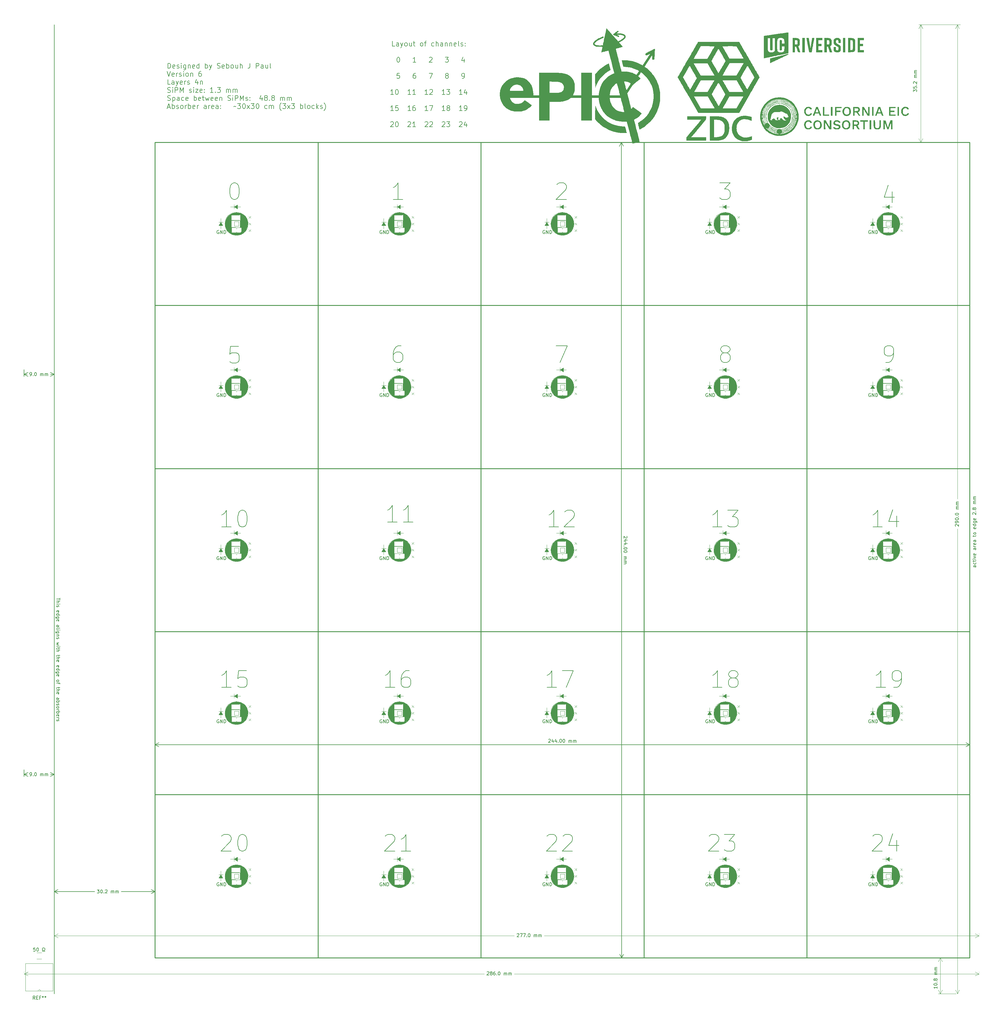
<source format=gbr>
%TF.GenerationSoftware,KiCad,Pcbnew,8.0.2-1*%
%TF.CreationDate,2024-10-14T12:40:27-04:00*%
%TF.ProjectId,EvenLayers_1.3mm_SiPM,4576656e-4c61-4796-9572-735f312e336d,rev?*%
%TF.SameCoordinates,Original*%
%TF.FileFunction,Legend,Top*%
%TF.FilePolarity,Positive*%
%FSLAX46Y46*%
G04 Gerber Fmt 4.6, Leading zero omitted, Abs format (unit mm)*
G04 Created by KiCad (PCBNEW 8.0.2-1) date 2024-10-14 12:40:27*
%MOMM*%
%LPD*%
G01*
G04 APERTURE LIST*
%ADD10C,0.250000*%
%ADD11C,0.150000*%
%ADD12C,0.100000*%
%ADD13C,0.120000*%
%ADD14C,0.000000*%
G04 APERTURE END LIST*
D10*
X105200000Y-216600000D02*
X349200000Y-216600000D01*
X349200000Y-70200000D02*
X349200000Y-314200000D01*
X251600000Y-70200000D02*
X251600000Y-314200000D01*
D11*
X75000000Y-35000000D02*
X75000000Y-325000000D01*
D10*
X300400000Y-70200000D02*
X300400000Y-314200000D01*
X105200000Y-167800000D02*
X349200000Y-167800000D01*
X105200000Y-70200000D02*
X105200000Y-314200000D01*
X105200000Y-119000000D02*
X349200000Y-119000000D01*
X202800000Y-70200000D02*
X202800000Y-314200000D01*
X105200000Y-70200000D02*
X349200000Y-70200000D01*
X105200000Y-265400000D02*
X349200000Y-265400000D01*
X154000000Y-70200000D02*
X154000000Y-314200000D01*
X105200000Y-314200000D02*
X349200000Y-314200000D01*
D11*
X274333333Y-82305295D02*
X277428571Y-82305295D01*
X277428571Y-82305295D02*
X275761905Y-84210057D01*
X275761905Y-84210057D02*
X276476190Y-84210057D01*
X276476190Y-84210057D02*
X276952381Y-84448152D01*
X276952381Y-84448152D02*
X277190476Y-84686247D01*
X277190476Y-84686247D02*
X277428571Y-85162438D01*
X277428571Y-85162438D02*
X277428571Y-86352914D01*
X277428571Y-86352914D02*
X277190476Y-86829104D01*
X277190476Y-86829104D02*
X276952381Y-87067200D01*
X276952381Y-87067200D02*
X276476190Y-87305295D01*
X276476190Y-87305295D02*
X275047619Y-87305295D01*
X275047619Y-87305295D02*
X274571428Y-87067200D01*
X274571428Y-87067200D02*
X274333333Y-86829104D01*
X225497618Y-233305295D02*
X222640475Y-233305295D01*
X224069047Y-233305295D02*
X224069047Y-228305295D01*
X224069047Y-228305295D02*
X223592856Y-229019580D01*
X223592856Y-229019580D02*
X223116666Y-229495771D01*
X223116666Y-229495771D02*
X222640475Y-229733866D01*
X227164285Y-228305295D02*
X230497619Y-228305295D01*
X230497619Y-228305295D02*
X228354761Y-233305295D01*
X323047618Y-185305295D02*
X320190475Y-185305295D01*
X321619047Y-185305295D02*
X321619047Y-180305295D01*
X321619047Y-180305295D02*
X321142856Y-181019580D01*
X321142856Y-181019580D02*
X320666666Y-181495771D01*
X320666666Y-181495771D02*
X320190475Y-181733866D01*
X327333333Y-181971961D02*
X327333333Y-185305295D01*
X326142857Y-180067200D02*
X324952380Y-183638628D01*
X324952380Y-183638628D02*
X328047619Y-183638628D01*
X324047618Y-233305295D02*
X321190475Y-233305295D01*
X322619047Y-233305295D02*
X322619047Y-228305295D01*
X322619047Y-228305295D02*
X322142856Y-229019580D01*
X322142856Y-229019580D02*
X321666666Y-229495771D01*
X321666666Y-229495771D02*
X321190475Y-229733866D01*
X326428571Y-233305295D02*
X327380952Y-233305295D01*
X327380952Y-233305295D02*
X327857142Y-233067200D01*
X327857142Y-233067200D02*
X328095238Y-232829104D01*
X328095238Y-232829104D02*
X328571428Y-232114819D01*
X328571428Y-232114819D02*
X328809523Y-231162438D01*
X328809523Y-231162438D02*
X328809523Y-229257676D01*
X328809523Y-229257676D02*
X328571428Y-228781485D01*
X328571428Y-228781485D02*
X328333333Y-228543390D01*
X328333333Y-228543390D02*
X327857142Y-228305295D01*
X327857142Y-228305295D02*
X326904761Y-228305295D01*
X326904761Y-228305295D02*
X326428571Y-228543390D01*
X326428571Y-228543390D02*
X326190476Y-228781485D01*
X326190476Y-228781485D02*
X325952380Y-229257676D01*
X325952380Y-229257676D02*
X325952380Y-230448152D01*
X325952380Y-230448152D02*
X326190476Y-230924342D01*
X326190476Y-230924342D02*
X326428571Y-231162438D01*
X326428571Y-231162438D02*
X326904761Y-231400533D01*
X326904761Y-231400533D02*
X327857142Y-231400533D01*
X327857142Y-231400533D02*
X328333333Y-231162438D01*
X328333333Y-231162438D02*
X328571428Y-230924342D01*
X328571428Y-230924342D02*
X328809523Y-230448152D01*
X177021428Y-41411548D02*
X176307142Y-41411548D01*
X176307142Y-41411548D02*
X176307142Y-39911548D01*
X178164286Y-41411548D02*
X178164286Y-40625834D01*
X178164286Y-40625834D02*
X178092857Y-40482977D01*
X178092857Y-40482977D02*
X177950000Y-40411548D01*
X177950000Y-40411548D02*
X177664286Y-40411548D01*
X177664286Y-40411548D02*
X177521428Y-40482977D01*
X178164286Y-41340120D02*
X178021428Y-41411548D01*
X178021428Y-41411548D02*
X177664286Y-41411548D01*
X177664286Y-41411548D02*
X177521428Y-41340120D01*
X177521428Y-41340120D02*
X177450000Y-41197262D01*
X177450000Y-41197262D02*
X177450000Y-41054405D01*
X177450000Y-41054405D02*
X177521428Y-40911548D01*
X177521428Y-40911548D02*
X177664286Y-40840120D01*
X177664286Y-40840120D02*
X178021428Y-40840120D01*
X178021428Y-40840120D02*
X178164286Y-40768691D01*
X178735714Y-40411548D02*
X179092857Y-41411548D01*
X179450000Y-40411548D02*
X179092857Y-41411548D01*
X179092857Y-41411548D02*
X178950000Y-41768691D01*
X178950000Y-41768691D02*
X178878571Y-41840120D01*
X178878571Y-41840120D02*
X178735714Y-41911548D01*
X180235714Y-41411548D02*
X180092857Y-41340120D01*
X180092857Y-41340120D02*
X180021428Y-41268691D01*
X180021428Y-41268691D02*
X179950000Y-41125834D01*
X179950000Y-41125834D02*
X179950000Y-40697262D01*
X179950000Y-40697262D02*
X180021428Y-40554405D01*
X180021428Y-40554405D02*
X180092857Y-40482977D01*
X180092857Y-40482977D02*
X180235714Y-40411548D01*
X180235714Y-40411548D02*
X180450000Y-40411548D01*
X180450000Y-40411548D02*
X180592857Y-40482977D01*
X180592857Y-40482977D02*
X180664286Y-40554405D01*
X180664286Y-40554405D02*
X180735714Y-40697262D01*
X180735714Y-40697262D02*
X180735714Y-41125834D01*
X180735714Y-41125834D02*
X180664286Y-41268691D01*
X180664286Y-41268691D02*
X180592857Y-41340120D01*
X180592857Y-41340120D02*
X180450000Y-41411548D01*
X180450000Y-41411548D02*
X180235714Y-41411548D01*
X182021429Y-40411548D02*
X182021429Y-41411548D01*
X181378571Y-40411548D02*
X181378571Y-41197262D01*
X181378571Y-41197262D02*
X181450000Y-41340120D01*
X181450000Y-41340120D02*
X181592857Y-41411548D01*
X181592857Y-41411548D02*
X181807143Y-41411548D01*
X181807143Y-41411548D02*
X181950000Y-41340120D01*
X181950000Y-41340120D02*
X182021429Y-41268691D01*
X182521429Y-40411548D02*
X183092857Y-40411548D01*
X182735714Y-39911548D02*
X182735714Y-41197262D01*
X182735714Y-41197262D02*
X182807143Y-41340120D01*
X182807143Y-41340120D02*
X182950000Y-41411548D01*
X182950000Y-41411548D02*
X183092857Y-41411548D01*
X184950000Y-41411548D02*
X184807143Y-41340120D01*
X184807143Y-41340120D02*
X184735714Y-41268691D01*
X184735714Y-41268691D02*
X184664286Y-41125834D01*
X184664286Y-41125834D02*
X184664286Y-40697262D01*
X184664286Y-40697262D02*
X184735714Y-40554405D01*
X184735714Y-40554405D02*
X184807143Y-40482977D01*
X184807143Y-40482977D02*
X184950000Y-40411548D01*
X184950000Y-40411548D02*
X185164286Y-40411548D01*
X185164286Y-40411548D02*
X185307143Y-40482977D01*
X185307143Y-40482977D02*
X185378572Y-40554405D01*
X185378572Y-40554405D02*
X185450000Y-40697262D01*
X185450000Y-40697262D02*
X185450000Y-41125834D01*
X185450000Y-41125834D02*
X185378572Y-41268691D01*
X185378572Y-41268691D02*
X185307143Y-41340120D01*
X185307143Y-41340120D02*
X185164286Y-41411548D01*
X185164286Y-41411548D02*
X184950000Y-41411548D01*
X185878572Y-40411548D02*
X186450000Y-40411548D01*
X186092857Y-41411548D02*
X186092857Y-40125834D01*
X186092857Y-40125834D02*
X186164286Y-39982977D01*
X186164286Y-39982977D02*
X186307143Y-39911548D01*
X186307143Y-39911548D02*
X186450000Y-39911548D01*
X188735715Y-41340120D02*
X188592857Y-41411548D01*
X188592857Y-41411548D02*
X188307143Y-41411548D01*
X188307143Y-41411548D02*
X188164286Y-41340120D01*
X188164286Y-41340120D02*
X188092857Y-41268691D01*
X188092857Y-41268691D02*
X188021429Y-41125834D01*
X188021429Y-41125834D02*
X188021429Y-40697262D01*
X188021429Y-40697262D02*
X188092857Y-40554405D01*
X188092857Y-40554405D02*
X188164286Y-40482977D01*
X188164286Y-40482977D02*
X188307143Y-40411548D01*
X188307143Y-40411548D02*
X188592857Y-40411548D01*
X188592857Y-40411548D02*
X188735715Y-40482977D01*
X189378571Y-41411548D02*
X189378571Y-39911548D01*
X190021429Y-41411548D02*
X190021429Y-40625834D01*
X190021429Y-40625834D02*
X189950000Y-40482977D01*
X189950000Y-40482977D02*
X189807143Y-40411548D01*
X189807143Y-40411548D02*
X189592857Y-40411548D01*
X189592857Y-40411548D02*
X189450000Y-40482977D01*
X189450000Y-40482977D02*
X189378571Y-40554405D01*
X191378572Y-41411548D02*
X191378572Y-40625834D01*
X191378572Y-40625834D02*
X191307143Y-40482977D01*
X191307143Y-40482977D02*
X191164286Y-40411548D01*
X191164286Y-40411548D02*
X190878572Y-40411548D01*
X190878572Y-40411548D02*
X190735714Y-40482977D01*
X191378572Y-41340120D02*
X191235714Y-41411548D01*
X191235714Y-41411548D02*
X190878572Y-41411548D01*
X190878572Y-41411548D02*
X190735714Y-41340120D01*
X190735714Y-41340120D02*
X190664286Y-41197262D01*
X190664286Y-41197262D02*
X190664286Y-41054405D01*
X190664286Y-41054405D02*
X190735714Y-40911548D01*
X190735714Y-40911548D02*
X190878572Y-40840120D01*
X190878572Y-40840120D02*
X191235714Y-40840120D01*
X191235714Y-40840120D02*
X191378572Y-40768691D01*
X192092857Y-40411548D02*
X192092857Y-41411548D01*
X192092857Y-40554405D02*
X192164286Y-40482977D01*
X192164286Y-40482977D02*
X192307143Y-40411548D01*
X192307143Y-40411548D02*
X192521429Y-40411548D01*
X192521429Y-40411548D02*
X192664286Y-40482977D01*
X192664286Y-40482977D02*
X192735715Y-40625834D01*
X192735715Y-40625834D02*
X192735715Y-41411548D01*
X193450000Y-40411548D02*
X193450000Y-41411548D01*
X193450000Y-40554405D02*
X193521429Y-40482977D01*
X193521429Y-40482977D02*
X193664286Y-40411548D01*
X193664286Y-40411548D02*
X193878572Y-40411548D01*
X193878572Y-40411548D02*
X194021429Y-40482977D01*
X194021429Y-40482977D02*
X194092858Y-40625834D01*
X194092858Y-40625834D02*
X194092858Y-41411548D01*
X195378572Y-41340120D02*
X195235715Y-41411548D01*
X195235715Y-41411548D02*
X194950001Y-41411548D01*
X194950001Y-41411548D02*
X194807143Y-41340120D01*
X194807143Y-41340120D02*
X194735715Y-41197262D01*
X194735715Y-41197262D02*
X194735715Y-40625834D01*
X194735715Y-40625834D02*
X194807143Y-40482977D01*
X194807143Y-40482977D02*
X194950001Y-40411548D01*
X194950001Y-40411548D02*
X195235715Y-40411548D01*
X195235715Y-40411548D02*
X195378572Y-40482977D01*
X195378572Y-40482977D02*
X195450001Y-40625834D01*
X195450001Y-40625834D02*
X195450001Y-40768691D01*
X195450001Y-40768691D02*
X194735715Y-40911548D01*
X196307143Y-41411548D02*
X196164286Y-41340120D01*
X196164286Y-41340120D02*
X196092857Y-41197262D01*
X196092857Y-41197262D02*
X196092857Y-39911548D01*
X196807143Y-41340120D02*
X196950000Y-41411548D01*
X196950000Y-41411548D02*
X197235714Y-41411548D01*
X197235714Y-41411548D02*
X197378571Y-41340120D01*
X197378571Y-41340120D02*
X197450000Y-41197262D01*
X197450000Y-41197262D02*
X197450000Y-41125834D01*
X197450000Y-41125834D02*
X197378571Y-40982977D01*
X197378571Y-40982977D02*
X197235714Y-40911548D01*
X197235714Y-40911548D02*
X197021429Y-40911548D01*
X197021429Y-40911548D02*
X196878571Y-40840120D01*
X196878571Y-40840120D02*
X196807143Y-40697262D01*
X196807143Y-40697262D02*
X196807143Y-40625834D01*
X196807143Y-40625834D02*
X196878571Y-40482977D01*
X196878571Y-40482977D02*
X197021429Y-40411548D01*
X197021429Y-40411548D02*
X197235714Y-40411548D01*
X197235714Y-40411548D02*
X197378571Y-40482977D01*
X198092857Y-41268691D02*
X198164286Y-41340120D01*
X198164286Y-41340120D02*
X198092857Y-41411548D01*
X198092857Y-41411548D02*
X198021429Y-41340120D01*
X198021429Y-41340120D02*
X198092857Y-41268691D01*
X198092857Y-41268691D02*
X198092857Y-41411548D01*
X198092857Y-40482977D02*
X198164286Y-40554405D01*
X198164286Y-40554405D02*
X198092857Y-40625834D01*
X198092857Y-40625834D02*
X198021429Y-40554405D01*
X198021429Y-40554405D02*
X198092857Y-40482977D01*
X198092857Y-40482977D02*
X198092857Y-40625834D01*
X177985716Y-44741380D02*
X178128573Y-44741380D01*
X178128573Y-44741380D02*
X178271430Y-44812809D01*
X178271430Y-44812809D02*
X178342859Y-44884237D01*
X178342859Y-44884237D02*
X178414287Y-45027094D01*
X178414287Y-45027094D02*
X178485716Y-45312809D01*
X178485716Y-45312809D02*
X178485716Y-45669952D01*
X178485716Y-45669952D02*
X178414287Y-45955666D01*
X178414287Y-45955666D02*
X178342859Y-46098523D01*
X178342859Y-46098523D02*
X178271430Y-46169952D01*
X178271430Y-46169952D02*
X178128573Y-46241380D01*
X178128573Y-46241380D02*
X177985716Y-46241380D01*
X177985716Y-46241380D02*
X177842859Y-46169952D01*
X177842859Y-46169952D02*
X177771430Y-46098523D01*
X177771430Y-46098523D02*
X177700001Y-45955666D01*
X177700001Y-45955666D02*
X177628573Y-45669952D01*
X177628573Y-45669952D02*
X177628573Y-45312809D01*
X177628573Y-45312809D02*
X177700001Y-45027094D01*
X177700001Y-45027094D02*
X177771430Y-44884237D01*
X177771430Y-44884237D02*
X177842859Y-44812809D01*
X177842859Y-44812809D02*
X177985716Y-44741380D01*
X183342858Y-46241380D02*
X182485715Y-46241380D01*
X182914286Y-46241380D02*
X182914286Y-44741380D01*
X182914286Y-44741380D02*
X182771429Y-44955666D01*
X182771429Y-44955666D02*
X182628572Y-45098523D01*
X182628572Y-45098523D02*
X182485715Y-45169952D01*
X187342857Y-44884237D02*
X187414285Y-44812809D01*
X187414285Y-44812809D02*
X187557143Y-44741380D01*
X187557143Y-44741380D02*
X187914285Y-44741380D01*
X187914285Y-44741380D02*
X188057143Y-44812809D01*
X188057143Y-44812809D02*
X188128571Y-44884237D01*
X188128571Y-44884237D02*
X188200000Y-45027094D01*
X188200000Y-45027094D02*
X188200000Y-45169952D01*
X188200000Y-45169952D02*
X188128571Y-45384237D01*
X188128571Y-45384237D02*
X187271428Y-46241380D01*
X187271428Y-46241380D02*
X188200000Y-46241380D01*
X192128570Y-44741380D02*
X193057142Y-44741380D01*
X193057142Y-44741380D02*
X192557142Y-45312809D01*
X192557142Y-45312809D02*
X192771427Y-45312809D01*
X192771427Y-45312809D02*
X192914285Y-45384237D01*
X192914285Y-45384237D02*
X192985713Y-45455666D01*
X192985713Y-45455666D02*
X193057142Y-45598523D01*
X193057142Y-45598523D02*
X193057142Y-45955666D01*
X193057142Y-45955666D02*
X192985713Y-46098523D01*
X192985713Y-46098523D02*
X192914285Y-46169952D01*
X192914285Y-46169952D02*
X192771427Y-46241380D01*
X192771427Y-46241380D02*
X192342856Y-46241380D01*
X192342856Y-46241380D02*
X192199999Y-46169952D01*
X192199999Y-46169952D02*
X192128570Y-46098523D01*
X197771427Y-45241380D02*
X197771427Y-46241380D01*
X197414284Y-44669952D02*
X197057141Y-45741380D01*
X197057141Y-45741380D02*
X197985712Y-45741380D01*
X178414287Y-49571212D02*
X177700001Y-49571212D01*
X177700001Y-49571212D02*
X177628573Y-50285498D01*
X177628573Y-50285498D02*
X177700001Y-50214069D01*
X177700001Y-50214069D02*
X177842859Y-50142641D01*
X177842859Y-50142641D02*
X178200001Y-50142641D01*
X178200001Y-50142641D02*
X178342859Y-50214069D01*
X178342859Y-50214069D02*
X178414287Y-50285498D01*
X178414287Y-50285498D02*
X178485716Y-50428355D01*
X178485716Y-50428355D02*
X178485716Y-50785498D01*
X178485716Y-50785498D02*
X178414287Y-50928355D01*
X178414287Y-50928355D02*
X178342859Y-50999784D01*
X178342859Y-50999784D02*
X178200001Y-51071212D01*
X178200001Y-51071212D02*
X177842859Y-51071212D01*
X177842859Y-51071212D02*
X177700001Y-50999784D01*
X177700001Y-50999784D02*
X177628573Y-50928355D01*
X183200001Y-49571212D02*
X182914286Y-49571212D01*
X182914286Y-49571212D02*
X182771429Y-49642641D01*
X182771429Y-49642641D02*
X182700001Y-49714069D01*
X182700001Y-49714069D02*
X182557143Y-49928355D01*
X182557143Y-49928355D02*
X182485715Y-50214069D01*
X182485715Y-50214069D02*
X182485715Y-50785498D01*
X182485715Y-50785498D02*
X182557143Y-50928355D01*
X182557143Y-50928355D02*
X182628572Y-50999784D01*
X182628572Y-50999784D02*
X182771429Y-51071212D01*
X182771429Y-51071212D02*
X183057143Y-51071212D01*
X183057143Y-51071212D02*
X183200001Y-50999784D01*
X183200001Y-50999784D02*
X183271429Y-50928355D01*
X183271429Y-50928355D02*
X183342858Y-50785498D01*
X183342858Y-50785498D02*
X183342858Y-50428355D01*
X183342858Y-50428355D02*
X183271429Y-50285498D01*
X183271429Y-50285498D02*
X183200001Y-50214069D01*
X183200001Y-50214069D02*
X183057143Y-50142641D01*
X183057143Y-50142641D02*
X182771429Y-50142641D01*
X182771429Y-50142641D02*
X182628572Y-50214069D01*
X182628572Y-50214069D02*
X182557143Y-50285498D01*
X182557143Y-50285498D02*
X182485715Y-50428355D01*
X187271428Y-49571212D02*
X188271428Y-49571212D01*
X188271428Y-49571212D02*
X187628571Y-51071212D01*
X192485713Y-50214069D02*
X192342856Y-50142641D01*
X192342856Y-50142641D02*
X192271427Y-50071212D01*
X192271427Y-50071212D02*
X192199999Y-49928355D01*
X192199999Y-49928355D02*
X192199999Y-49856926D01*
X192199999Y-49856926D02*
X192271427Y-49714069D01*
X192271427Y-49714069D02*
X192342856Y-49642641D01*
X192342856Y-49642641D02*
X192485713Y-49571212D01*
X192485713Y-49571212D02*
X192771427Y-49571212D01*
X192771427Y-49571212D02*
X192914285Y-49642641D01*
X192914285Y-49642641D02*
X192985713Y-49714069D01*
X192985713Y-49714069D02*
X193057142Y-49856926D01*
X193057142Y-49856926D02*
X193057142Y-49928355D01*
X193057142Y-49928355D02*
X192985713Y-50071212D01*
X192985713Y-50071212D02*
X192914285Y-50142641D01*
X192914285Y-50142641D02*
X192771427Y-50214069D01*
X192771427Y-50214069D02*
X192485713Y-50214069D01*
X192485713Y-50214069D02*
X192342856Y-50285498D01*
X192342856Y-50285498D02*
X192271427Y-50356926D01*
X192271427Y-50356926D02*
X192199999Y-50499784D01*
X192199999Y-50499784D02*
X192199999Y-50785498D01*
X192199999Y-50785498D02*
X192271427Y-50928355D01*
X192271427Y-50928355D02*
X192342856Y-50999784D01*
X192342856Y-50999784D02*
X192485713Y-51071212D01*
X192485713Y-51071212D02*
X192771427Y-51071212D01*
X192771427Y-51071212D02*
X192914285Y-50999784D01*
X192914285Y-50999784D02*
X192985713Y-50928355D01*
X192985713Y-50928355D02*
X193057142Y-50785498D01*
X193057142Y-50785498D02*
X193057142Y-50499784D01*
X193057142Y-50499784D02*
X192985713Y-50356926D01*
X192985713Y-50356926D02*
X192914285Y-50285498D01*
X192914285Y-50285498D02*
X192771427Y-50214069D01*
X197199998Y-51071212D02*
X197485712Y-51071212D01*
X197485712Y-51071212D02*
X197628569Y-50999784D01*
X197628569Y-50999784D02*
X197699998Y-50928355D01*
X197699998Y-50928355D02*
X197842855Y-50714069D01*
X197842855Y-50714069D02*
X197914284Y-50428355D01*
X197914284Y-50428355D02*
X197914284Y-49856926D01*
X197914284Y-49856926D02*
X197842855Y-49714069D01*
X197842855Y-49714069D02*
X197771427Y-49642641D01*
X197771427Y-49642641D02*
X197628569Y-49571212D01*
X197628569Y-49571212D02*
X197342855Y-49571212D01*
X197342855Y-49571212D02*
X197199998Y-49642641D01*
X197199998Y-49642641D02*
X197128569Y-49714069D01*
X197128569Y-49714069D02*
X197057141Y-49856926D01*
X197057141Y-49856926D02*
X197057141Y-50214069D01*
X197057141Y-50214069D02*
X197128569Y-50356926D01*
X197128569Y-50356926D02*
X197199998Y-50428355D01*
X197199998Y-50428355D02*
X197342855Y-50499784D01*
X197342855Y-50499784D02*
X197628569Y-50499784D01*
X197628569Y-50499784D02*
X197771427Y-50428355D01*
X197771427Y-50428355D02*
X197842855Y-50356926D01*
X197842855Y-50356926D02*
X197914284Y-50214069D01*
X176628574Y-55901044D02*
X175771431Y-55901044D01*
X176200002Y-55901044D02*
X176200002Y-54401044D01*
X176200002Y-54401044D02*
X176057145Y-54615330D01*
X176057145Y-54615330D02*
X175914288Y-54758187D01*
X175914288Y-54758187D02*
X175771431Y-54829616D01*
X177557145Y-54401044D02*
X177700002Y-54401044D01*
X177700002Y-54401044D02*
X177842859Y-54472473D01*
X177842859Y-54472473D02*
X177914288Y-54543901D01*
X177914288Y-54543901D02*
X177985716Y-54686758D01*
X177985716Y-54686758D02*
X178057145Y-54972473D01*
X178057145Y-54972473D02*
X178057145Y-55329616D01*
X178057145Y-55329616D02*
X177985716Y-55615330D01*
X177985716Y-55615330D02*
X177914288Y-55758187D01*
X177914288Y-55758187D02*
X177842859Y-55829616D01*
X177842859Y-55829616D02*
X177700002Y-55901044D01*
X177700002Y-55901044D02*
X177557145Y-55901044D01*
X177557145Y-55901044D02*
X177414288Y-55829616D01*
X177414288Y-55829616D02*
X177342859Y-55758187D01*
X177342859Y-55758187D02*
X177271430Y-55615330D01*
X177271430Y-55615330D02*
X177200002Y-55329616D01*
X177200002Y-55329616D02*
X177200002Y-54972473D01*
X177200002Y-54972473D02*
X177271430Y-54686758D01*
X177271430Y-54686758D02*
X177342859Y-54543901D01*
X177342859Y-54543901D02*
X177414288Y-54472473D01*
X177414288Y-54472473D02*
X177557145Y-54401044D01*
X181771430Y-55901044D02*
X180914287Y-55901044D01*
X181342858Y-55901044D02*
X181342858Y-54401044D01*
X181342858Y-54401044D02*
X181200001Y-54615330D01*
X181200001Y-54615330D02*
X181057144Y-54758187D01*
X181057144Y-54758187D02*
X180914287Y-54829616D01*
X183200001Y-55901044D02*
X182342858Y-55901044D01*
X182771429Y-55901044D02*
X182771429Y-54401044D01*
X182771429Y-54401044D02*
X182628572Y-54615330D01*
X182628572Y-54615330D02*
X182485715Y-54758187D01*
X182485715Y-54758187D02*
X182342858Y-54829616D01*
X186914286Y-55901044D02*
X186057143Y-55901044D01*
X186485714Y-55901044D02*
X186485714Y-54401044D01*
X186485714Y-54401044D02*
X186342857Y-54615330D01*
X186342857Y-54615330D02*
X186200000Y-54758187D01*
X186200000Y-54758187D02*
X186057143Y-54829616D01*
X187485714Y-54543901D02*
X187557142Y-54472473D01*
X187557142Y-54472473D02*
X187700000Y-54401044D01*
X187700000Y-54401044D02*
X188057142Y-54401044D01*
X188057142Y-54401044D02*
X188200000Y-54472473D01*
X188200000Y-54472473D02*
X188271428Y-54543901D01*
X188271428Y-54543901D02*
X188342857Y-54686758D01*
X188342857Y-54686758D02*
X188342857Y-54829616D01*
X188342857Y-54829616D02*
X188271428Y-55043901D01*
X188271428Y-55043901D02*
X187414285Y-55901044D01*
X187414285Y-55901044D02*
X188342857Y-55901044D01*
X192057142Y-55901044D02*
X191199999Y-55901044D01*
X191628570Y-55901044D02*
X191628570Y-54401044D01*
X191628570Y-54401044D02*
X191485713Y-54615330D01*
X191485713Y-54615330D02*
X191342856Y-54758187D01*
X191342856Y-54758187D02*
X191199999Y-54829616D01*
X192557141Y-54401044D02*
X193485713Y-54401044D01*
X193485713Y-54401044D02*
X192985713Y-54972473D01*
X192985713Y-54972473D02*
X193199998Y-54972473D01*
X193199998Y-54972473D02*
X193342856Y-55043901D01*
X193342856Y-55043901D02*
X193414284Y-55115330D01*
X193414284Y-55115330D02*
X193485713Y-55258187D01*
X193485713Y-55258187D02*
X193485713Y-55615330D01*
X193485713Y-55615330D02*
X193414284Y-55758187D01*
X193414284Y-55758187D02*
X193342856Y-55829616D01*
X193342856Y-55829616D02*
X193199998Y-55901044D01*
X193199998Y-55901044D02*
X192771427Y-55901044D01*
X192771427Y-55901044D02*
X192628570Y-55829616D01*
X192628570Y-55829616D02*
X192557141Y-55758187D01*
X197199998Y-55901044D02*
X196342855Y-55901044D01*
X196771426Y-55901044D02*
X196771426Y-54401044D01*
X196771426Y-54401044D02*
X196628569Y-54615330D01*
X196628569Y-54615330D02*
X196485712Y-54758187D01*
X196485712Y-54758187D02*
X196342855Y-54829616D01*
X198485712Y-54901044D02*
X198485712Y-55901044D01*
X198128569Y-54329616D02*
X197771426Y-55401044D01*
X197771426Y-55401044D02*
X198699997Y-55401044D01*
X176628574Y-60730876D02*
X175771431Y-60730876D01*
X176200002Y-60730876D02*
X176200002Y-59230876D01*
X176200002Y-59230876D02*
X176057145Y-59445162D01*
X176057145Y-59445162D02*
X175914288Y-59588019D01*
X175914288Y-59588019D02*
X175771431Y-59659448D01*
X177985716Y-59230876D02*
X177271430Y-59230876D01*
X177271430Y-59230876D02*
X177200002Y-59945162D01*
X177200002Y-59945162D02*
X177271430Y-59873733D01*
X177271430Y-59873733D02*
X177414288Y-59802305D01*
X177414288Y-59802305D02*
X177771430Y-59802305D01*
X177771430Y-59802305D02*
X177914288Y-59873733D01*
X177914288Y-59873733D02*
X177985716Y-59945162D01*
X177985716Y-59945162D02*
X178057145Y-60088019D01*
X178057145Y-60088019D02*
X178057145Y-60445162D01*
X178057145Y-60445162D02*
X177985716Y-60588019D01*
X177985716Y-60588019D02*
X177914288Y-60659448D01*
X177914288Y-60659448D02*
X177771430Y-60730876D01*
X177771430Y-60730876D02*
X177414288Y-60730876D01*
X177414288Y-60730876D02*
X177271430Y-60659448D01*
X177271430Y-60659448D02*
X177200002Y-60588019D01*
X181771430Y-60730876D02*
X180914287Y-60730876D01*
X181342858Y-60730876D02*
X181342858Y-59230876D01*
X181342858Y-59230876D02*
X181200001Y-59445162D01*
X181200001Y-59445162D02*
X181057144Y-59588019D01*
X181057144Y-59588019D02*
X180914287Y-59659448D01*
X183057144Y-59230876D02*
X182771429Y-59230876D01*
X182771429Y-59230876D02*
X182628572Y-59302305D01*
X182628572Y-59302305D02*
X182557144Y-59373733D01*
X182557144Y-59373733D02*
X182414286Y-59588019D01*
X182414286Y-59588019D02*
X182342858Y-59873733D01*
X182342858Y-59873733D02*
X182342858Y-60445162D01*
X182342858Y-60445162D02*
X182414286Y-60588019D01*
X182414286Y-60588019D02*
X182485715Y-60659448D01*
X182485715Y-60659448D02*
X182628572Y-60730876D01*
X182628572Y-60730876D02*
X182914286Y-60730876D01*
X182914286Y-60730876D02*
X183057144Y-60659448D01*
X183057144Y-60659448D02*
X183128572Y-60588019D01*
X183128572Y-60588019D02*
X183200001Y-60445162D01*
X183200001Y-60445162D02*
X183200001Y-60088019D01*
X183200001Y-60088019D02*
X183128572Y-59945162D01*
X183128572Y-59945162D02*
X183057144Y-59873733D01*
X183057144Y-59873733D02*
X182914286Y-59802305D01*
X182914286Y-59802305D02*
X182628572Y-59802305D01*
X182628572Y-59802305D02*
X182485715Y-59873733D01*
X182485715Y-59873733D02*
X182414286Y-59945162D01*
X182414286Y-59945162D02*
X182342858Y-60088019D01*
X186914286Y-60730876D02*
X186057143Y-60730876D01*
X186485714Y-60730876D02*
X186485714Y-59230876D01*
X186485714Y-59230876D02*
X186342857Y-59445162D01*
X186342857Y-59445162D02*
X186200000Y-59588019D01*
X186200000Y-59588019D02*
X186057143Y-59659448D01*
X187414285Y-59230876D02*
X188414285Y-59230876D01*
X188414285Y-59230876D02*
X187771428Y-60730876D01*
X192057142Y-60730876D02*
X191199999Y-60730876D01*
X191628570Y-60730876D02*
X191628570Y-59230876D01*
X191628570Y-59230876D02*
X191485713Y-59445162D01*
X191485713Y-59445162D02*
X191342856Y-59588019D01*
X191342856Y-59588019D02*
X191199999Y-59659448D01*
X192914284Y-59873733D02*
X192771427Y-59802305D01*
X192771427Y-59802305D02*
X192699998Y-59730876D01*
X192699998Y-59730876D02*
X192628570Y-59588019D01*
X192628570Y-59588019D02*
X192628570Y-59516590D01*
X192628570Y-59516590D02*
X192699998Y-59373733D01*
X192699998Y-59373733D02*
X192771427Y-59302305D01*
X192771427Y-59302305D02*
X192914284Y-59230876D01*
X192914284Y-59230876D02*
X193199998Y-59230876D01*
X193199998Y-59230876D02*
X193342856Y-59302305D01*
X193342856Y-59302305D02*
X193414284Y-59373733D01*
X193414284Y-59373733D02*
X193485713Y-59516590D01*
X193485713Y-59516590D02*
X193485713Y-59588019D01*
X193485713Y-59588019D02*
X193414284Y-59730876D01*
X193414284Y-59730876D02*
X193342856Y-59802305D01*
X193342856Y-59802305D02*
X193199998Y-59873733D01*
X193199998Y-59873733D02*
X192914284Y-59873733D01*
X192914284Y-59873733D02*
X192771427Y-59945162D01*
X192771427Y-59945162D02*
X192699998Y-60016590D01*
X192699998Y-60016590D02*
X192628570Y-60159448D01*
X192628570Y-60159448D02*
X192628570Y-60445162D01*
X192628570Y-60445162D02*
X192699998Y-60588019D01*
X192699998Y-60588019D02*
X192771427Y-60659448D01*
X192771427Y-60659448D02*
X192914284Y-60730876D01*
X192914284Y-60730876D02*
X193199998Y-60730876D01*
X193199998Y-60730876D02*
X193342856Y-60659448D01*
X193342856Y-60659448D02*
X193414284Y-60588019D01*
X193414284Y-60588019D02*
X193485713Y-60445162D01*
X193485713Y-60445162D02*
X193485713Y-60159448D01*
X193485713Y-60159448D02*
X193414284Y-60016590D01*
X193414284Y-60016590D02*
X193342856Y-59945162D01*
X193342856Y-59945162D02*
X193199998Y-59873733D01*
X197199998Y-60730876D02*
X196342855Y-60730876D01*
X196771426Y-60730876D02*
X196771426Y-59230876D01*
X196771426Y-59230876D02*
X196628569Y-59445162D01*
X196628569Y-59445162D02*
X196485712Y-59588019D01*
X196485712Y-59588019D02*
X196342855Y-59659448D01*
X197914283Y-60730876D02*
X198199997Y-60730876D01*
X198199997Y-60730876D02*
X198342854Y-60659448D01*
X198342854Y-60659448D02*
X198414283Y-60588019D01*
X198414283Y-60588019D02*
X198557140Y-60373733D01*
X198557140Y-60373733D02*
X198628569Y-60088019D01*
X198628569Y-60088019D02*
X198628569Y-59516590D01*
X198628569Y-59516590D02*
X198557140Y-59373733D01*
X198557140Y-59373733D02*
X198485712Y-59302305D01*
X198485712Y-59302305D02*
X198342854Y-59230876D01*
X198342854Y-59230876D02*
X198057140Y-59230876D01*
X198057140Y-59230876D02*
X197914283Y-59302305D01*
X197914283Y-59302305D02*
X197842854Y-59373733D01*
X197842854Y-59373733D02*
X197771426Y-59516590D01*
X197771426Y-59516590D02*
X197771426Y-59873733D01*
X197771426Y-59873733D02*
X197842854Y-60016590D01*
X197842854Y-60016590D02*
X197914283Y-60088019D01*
X197914283Y-60088019D02*
X198057140Y-60159448D01*
X198057140Y-60159448D02*
X198342854Y-60159448D01*
X198342854Y-60159448D02*
X198485712Y-60088019D01*
X198485712Y-60088019D02*
X198557140Y-60016590D01*
X198557140Y-60016590D02*
X198628569Y-59873733D01*
X175771431Y-64203565D02*
X175842859Y-64132137D01*
X175842859Y-64132137D02*
X175985717Y-64060708D01*
X175985717Y-64060708D02*
X176342859Y-64060708D01*
X176342859Y-64060708D02*
X176485717Y-64132137D01*
X176485717Y-64132137D02*
X176557145Y-64203565D01*
X176557145Y-64203565D02*
X176628574Y-64346422D01*
X176628574Y-64346422D02*
X176628574Y-64489280D01*
X176628574Y-64489280D02*
X176557145Y-64703565D01*
X176557145Y-64703565D02*
X175700002Y-65560708D01*
X175700002Y-65560708D02*
X176628574Y-65560708D01*
X177557145Y-64060708D02*
X177700002Y-64060708D01*
X177700002Y-64060708D02*
X177842859Y-64132137D01*
X177842859Y-64132137D02*
X177914288Y-64203565D01*
X177914288Y-64203565D02*
X177985716Y-64346422D01*
X177985716Y-64346422D02*
X178057145Y-64632137D01*
X178057145Y-64632137D02*
X178057145Y-64989280D01*
X178057145Y-64989280D02*
X177985716Y-65274994D01*
X177985716Y-65274994D02*
X177914288Y-65417851D01*
X177914288Y-65417851D02*
X177842859Y-65489280D01*
X177842859Y-65489280D02*
X177700002Y-65560708D01*
X177700002Y-65560708D02*
X177557145Y-65560708D01*
X177557145Y-65560708D02*
X177414288Y-65489280D01*
X177414288Y-65489280D02*
X177342859Y-65417851D01*
X177342859Y-65417851D02*
X177271430Y-65274994D01*
X177271430Y-65274994D02*
X177200002Y-64989280D01*
X177200002Y-64989280D02*
X177200002Y-64632137D01*
X177200002Y-64632137D02*
X177271430Y-64346422D01*
X177271430Y-64346422D02*
X177342859Y-64203565D01*
X177342859Y-64203565D02*
X177414288Y-64132137D01*
X177414288Y-64132137D02*
X177557145Y-64060708D01*
X180914287Y-64203565D02*
X180985715Y-64132137D01*
X180985715Y-64132137D02*
X181128573Y-64060708D01*
X181128573Y-64060708D02*
X181485715Y-64060708D01*
X181485715Y-64060708D02*
X181628573Y-64132137D01*
X181628573Y-64132137D02*
X181700001Y-64203565D01*
X181700001Y-64203565D02*
X181771430Y-64346422D01*
X181771430Y-64346422D02*
X181771430Y-64489280D01*
X181771430Y-64489280D02*
X181700001Y-64703565D01*
X181700001Y-64703565D02*
X180842858Y-65560708D01*
X180842858Y-65560708D02*
X181771430Y-65560708D01*
X183200001Y-65560708D02*
X182342858Y-65560708D01*
X182771429Y-65560708D02*
X182771429Y-64060708D01*
X182771429Y-64060708D02*
X182628572Y-64274994D01*
X182628572Y-64274994D02*
X182485715Y-64417851D01*
X182485715Y-64417851D02*
X182342858Y-64489280D01*
X186057143Y-64203565D02*
X186128571Y-64132137D01*
X186128571Y-64132137D02*
X186271429Y-64060708D01*
X186271429Y-64060708D02*
X186628571Y-64060708D01*
X186628571Y-64060708D02*
X186771429Y-64132137D01*
X186771429Y-64132137D02*
X186842857Y-64203565D01*
X186842857Y-64203565D02*
X186914286Y-64346422D01*
X186914286Y-64346422D02*
X186914286Y-64489280D01*
X186914286Y-64489280D02*
X186842857Y-64703565D01*
X186842857Y-64703565D02*
X185985714Y-65560708D01*
X185985714Y-65560708D02*
X186914286Y-65560708D01*
X187485714Y-64203565D02*
X187557142Y-64132137D01*
X187557142Y-64132137D02*
X187700000Y-64060708D01*
X187700000Y-64060708D02*
X188057142Y-64060708D01*
X188057142Y-64060708D02*
X188200000Y-64132137D01*
X188200000Y-64132137D02*
X188271428Y-64203565D01*
X188271428Y-64203565D02*
X188342857Y-64346422D01*
X188342857Y-64346422D02*
X188342857Y-64489280D01*
X188342857Y-64489280D02*
X188271428Y-64703565D01*
X188271428Y-64703565D02*
X187414285Y-65560708D01*
X187414285Y-65560708D02*
X188342857Y-65560708D01*
X191199999Y-64203565D02*
X191271427Y-64132137D01*
X191271427Y-64132137D02*
X191414285Y-64060708D01*
X191414285Y-64060708D02*
X191771427Y-64060708D01*
X191771427Y-64060708D02*
X191914285Y-64132137D01*
X191914285Y-64132137D02*
X191985713Y-64203565D01*
X191985713Y-64203565D02*
X192057142Y-64346422D01*
X192057142Y-64346422D02*
X192057142Y-64489280D01*
X192057142Y-64489280D02*
X191985713Y-64703565D01*
X191985713Y-64703565D02*
X191128570Y-65560708D01*
X191128570Y-65560708D02*
X192057142Y-65560708D01*
X192557141Y-64060708D02*
X193485713Y-64060708D01*
X193485713Y-64060708D02*
X192985713Y-64632137D01*
X192985713Y-64632137D02*
X193199998Y-64632137D01*
X193199998Y-64632137D02*
X193342856Y-64703565D01*
X193342856Y-64703565D02*
X193414284Y-64774994D01*
X193414284Y-64774994D02*
X193485713Y-64917851D01*
X193485713Y-64917851D02*
X193485713Y-65274994D01*
X193485713Y-65274994D02*
X193414284Y-65417851D01*
X193414284Y-65417851D02*
X193342856Y-65489280D01*
X193342856Y-65489280D02*
X193199998Y-65560708D01*
X193199998Y-65560708D02*
X192771427Y-65560708D01*
X192771427Y-65560708D02*
X192628570Y-65489280D01*
X192628570Y-65489280D02*
X192557141Y-65417851D01*
X196342855Y-64203565D02*
X196414283Y-64132137D01*
X196414283Y-64132137D02*
X196557141Y-64060708D01*
X196557141Y-64060708D02*
X196914283Y-64060708D01*
X196914283Y-64060708D02*
X197057141Y-64132137D01*
X197057141Y-64132137D02*
X197128569Y-64203565D01*
X197128569Y-64203565D02*
X197199998Y-64346422D01*
X197199998Y-64346422D02*
X197199998Y-64489280D01*
X197199998Y-64489280D02*
X197128569Y-64703565D01*
X197128569Y-64703565D02*
X196271426Y-65560708D01*
X196271426Y-65560708D02*
X197199998Y-65560708D01*
X198485712Y-64560708D02*
X198485712Y-65560708D01*
X198128569Y-63989280D02*
X197771426Y-65060708D01*
X197771426Y-65060708D02*
X198699997Y-65060708D01*
X325952381Y-84921961D02*
X325952381Y-88255295D01*
X324761905Y-83017200D02*
X323571428Y-86588628D01*
X323571428Y-86588628D02*
X326666667Y-86588628D01*
X109055826Y-48041380D02*
X109055826Y-46541380D01*
X109055826Y-46541380D02*
X109412969Y-46541380D01*
X109412969Y-46541380D02*
X109627255Y-46612809D01*
X109627255Y-46612809D02*
X109770112Y-46755666D01*
X109770112Y-46755666D02*
X109841541Y-46898523D01*
X109841541Y-46898523D02*
X109912969Y-47184237D01*
X109912969Y-47184237D02*
X109912969Y-47398523D01*
X109912969Y-47398523D02*
X109841541Y-47684237D01*
X109841541Y-47684237D02*
X109770112Y-47827094D01*
X109770112Y-47827094D02*
X109627255Y-47969952D01*
X109627255Y-47969952D02*
X109412969Y-48041380D01*
X109412969Y-48041380D02*
X109055826Y-48041380D01*
X111127255Y-47969952D02*
X110984398Y-48041380D01*
X110984398Y-48041380D02*
X110698684Y-48041380D01*
X110698684Y-48041380D02*
X110555826Y-47969952D01*
X110555826Y-47969952D02*
X110484398Y-47827094D01*
X110484398Y-47827094D02*
X110484398Y-47255666D01*
X110484398Y-47255666D02*
X110555826Y-47112809D01*
X110555826Y-47112809D02*
X110698684Y-47041380D01*
X110698684Y-47041380D02*
X110984398Y-47041380D01*
X110984398Y-47041380D02*
X111127255Y-47112809D01*
X111127255Y-47112809D02*
X111198684Y-47255666D01*
X111198684Y-47255666D02*
X111198684Y-47398523D01*
X111198684Y-47398523D02*
X110484398Y-47541380D01*
X111770112Y-47969952D02*
X111912969Y-48041380D01*
X111912969Y-48041380D02*
X112198683Y-48041380D01*
X112198683Y-48041380D02*
X112341540Y-47969952D01*
X112341540Y-47969952D02*
X112412969Y-47827094D01*
X112412969Y-47827094D02*
X112412969Y-47755666D01*
X112412969Y-47755666D02*
X112341540Y-47612809D01*
X112341540Y-47612809D02*
X112198683Y-47541380D01*
X112198683Y-47541380D02*
X111984398Y-47541380D01*
X111984398Y-47541380D02*
X111841540Y-47469952D01*
X111841540Y-47469952D02*
X111770112Y-47327094D01*
X111770112Y-47327094D02*
X111770112Y-47255666D01*
X111770112Y-47255666D02*
X111841540Y-47112809D01*
X111841540Y-47112809D02*
X111984398Y-47041380D01*
X111984398Y-47041380D02*
X112198683Y-47041380D01*
X112198683Y-47041380D02*
X112341540Y-47112809D01*
X113055826Y-48041380D02*
X113055826Y-47041380D01*
X113055826Y-46541380D02*
X112984398Y-46612809D01*
X112984398Y-46612809D02*
X113055826Y-46684237D01*
X113055826Y-46684237D02*
X113127255Y-46612809D01*
X113127255Y-46612809D02*
X113055826Y-46541380D01*
X113055826Y-46541380D02*
X113055826Y-46684237D01*
X114412970Y-47041380D02*
X114412970Y-48255666D01*
X114412970Y-48255666D02*
X114341541Y-48398523D01*
X114341541Y-48398523D02*
X114270112Y-48469952D01*
X114270112Y-48469952D02*
X114127255Y-48541380D01*
X114127255Y-48541380D02*
X113912970Y-48541380D01*
X113912970Y-48541380D02*
X113770112Y-48469952D01*
X114412970Y-47969952D02*
X114270112Y-48041380D01*
X114270112Y-48041380D02*
X113984398Y-48041380D01*
X113984398Y-48041380D02*
X113841541Y-47969952D01*
X113841541Y-47969952D02*
X113770112Y-47898523D01*
X113770112Y-47898523D02*
X113698684Y-47755666D01*
X113698684Y-47755666D02*
X113698684Y-47327094D01*
X113698684Y-47327094D02*
X113770112Y-47184237D01*
X113770112Y-47184237D02*
X113841541Y-47112809D01*
X113841541Y-47112809D02*
X113984398Y-47041380D01*
X113984398Y-47041380D02*
X114270112Y-47041380D01*
X114270112Y-47041380D02*
X114412970Y-47112809D01*
X115127255Y-47041380D02*
X115127255Y-48041380D01*
X115127255Y-47184237D02*
X115198684Y-47112809D01*
X115198684Y-47112809D02*
X115341541Y-47041380D01*
X115341541Y-47041380D02*
X115555827Y-47041380D01*
X115555827Y-47041380D02*
X115698684Y-47112809D01*
X115698684Y-47112809D02*
X115770113Y-47255666D01*
X115770113Y-47255666D02*
X115770113Y-48041380D01*
X117055827Y-47969952D02*
X116912970Y-48041380D01*
X116912970Y-48041380D02*
X116627256Y-48041380D01*
X116627256Y-48041380D02*
X116484398Y-47969952D01*
X116484398Y-47969952D02*
X116412970Y-47827094D01*
X116412970Y-47827094D02*
X116412970Y-47255666D01*
X116412970Y-47255666D02*
X116484398Y-47112809D01*
X116484398Y-47112809D02*
X116627256Y-47041380D01*
X116627256Y-47041380D02*
X116912970Y-47041380D01*
X116912970Y-47041380D02*
X117055827Y-47112809D01*
X117055827Y-47112809D02*
X117127256Y-47255666D01*
X117127256Y-47255666D02*
X117127256Y-47398523D01*
X117127256Y-47398523D02*
X116412970Y-47541380D01*
X118412970Y-48041380D02*
X118412970Y-46541380D01*
X118412970Y-47969952D02*
X118270112Y-48041380D01*
X118270112Y-48041380D02*
X117984398Y-48041380D01*
X117984398Y-48041380D02*
X117841541Y-47969952D01*
X117841541Y-47969952D02*
X117770112Y-47898523D01*
X117770112Y-47898523D02*
X117698684Y-47755666D01*
X117698684Y-47755666D02*
X117698684Y-47327094D01*
X117698684Y-47327094D02*
X117770112Y-47184237D01*
X117770112Y-47184237D02*
X117841541Y-47112809D01*
X117841541Y-47112809D02*
X117984398Y-47041380D01*
X117984398Y-47041380D02*
X118270112Y-47041380D01*
X118270112Y-47041380D02*
X118412970Y-47112809D01*
X120270112Y-48041380D02*
X120270112Y-46541380D01*
X120270112Y-47112809D02*
X120412970Y-47041380D01*
X120412970Y-47041380D02*
X120698684Y-47041380D01*
X120698684Y-47041380D02*
X120841541Y-47112809D01*
X120841541Y-47112809D02*
X120912970Y-47184237D01*
X120912970Y-47184237D02*
X120984398Y-47327094D01*
X120984398Y-47327094D02*
X120984398Y-47755666D01*
X120984398Y-47755666D02*
X120912970Y-47898523D01*
X120912970Y-47898523D02*
X120841541Y-47969952D01*
X120841541Y-47969952D02*
X120698684Y-48041380D01*
X120698684Y-48041380D02*
X120412970Y-48041380D01*
X120412970Y-48041380D02*
X120270112Y-47969952D01*
X121484398Y-47041380D02*
X121841541Y-48041380D01*
X122198684Y-47041380D02*
X121841541Y-48041380D01*
X121841541Y-48041380D02*
X121698684Y-48398523D01*
X121698684Y-48398523D02*
X121627255Y-48469952D01*
X121627255Y-48469952D02*
X121484398Y-48541380D01*
X123841541Y-47969952D02*
X124055827Y-48041380D01*
X124055827Y-48041380D02*
X124412969Y-48041380D01*
X124412969Y-48041380D02*
X124555827Y-47969952D01*
X124555827Y-47969952D02*
X124627255Y-47898523D01*
X124627255Y-47898523D02*
X124698684Y-47755666D01*
X124698684Y-47755666D02*
X124698684Y-47612809D01*
X124698684Y-47612809D02*
X124627255Y-47469952D01*
X124627255Y-47469952D02*
X124555827Y-47398523D01*
X124555827Y-47398523D02*
X124412969Y-47327094D01*
X124412969Y-47327094D02*
X124127255Y-47255666D01*
X124127255Y-47255666D02*
X123984398Y-47184237D01*
X123984398Y-47184237D02*
X123912969Y-47112809D01*
X123912969Y-47112809D02*
X123841541Y-46969952D01*
X123841541Y-46969952D02*
X123841541Y-46827094D01*
X123841541Y-46827094D02*
X123912969Y-46684237D01*
X123912969Y-46684237D02*
X123984398Y-46612809D01*
X123984398Y-46612809D02*
X124127255Y-46541380D01*
X124127255Y-46541380D02*
X124484398Y-46541380D01*
X124484398Y-46541380D02*
X124698684Y-46612809D01*
X125912969Y-47969952D02*
X125770112Y-48041380D01*
X125770112Y-48041380D02*
X125484398Y-48041380D01*
X125484398Y-48041380D02*
X125341540Y-47969952D01*
X125341540Y-47969952D02*
X125270112Y-47827094D01*
X125270112Y-47827094D02*
X125270112Y-47255666D01*
X125270112Y-47255666D02*
X125341540Y-47112809D01*
X125341540Y-47112809D02*
X125484398Y-47041380D01*
X125484398Y-47041380D02*
X125770112Y-47041380D01*
X125770112Y-47041380D02*
X125912969Y-47112809D01*
X125912969Y-47112809D02*
X125984398Y-47255666D01*
X125984398Y-47255666D02*
X125984398Y-47398523D01*
X125984398Y-47398523D02*
X125270112Y-47541380D01*
X126627254Y-48041380D02*
X126627254Y-46541380D01*
X126627254Y-47112809D02*
X126770112Y-47041380D01*
X126770112Y-47041380D02*
X127055826Y-47041380D01*
X127055826Y-47041380D02*
X127198683Y-47112809D01*
X127198683Y-47112809D02*
X127270112Y-47184237D01*
X127270112Y-47184237D02*
X127341540Y-47327094D01*
X127341540Y-47327094D02*
X127341540Y-47755666D01*
X127341540Y-47755666D02*
X127270112Y-47898523D01*
X127270112Y-47898523D02*
X127198683Y-47969952D01*
X127198683Y-47969952D02*
X127055826Y-48041380D01*
X127055826Y-48041380D02*
X126770112Y-48041380D01*
X126770112Y-48041380D02*
X126627254Y-47969952D01*
X128198683Y-48041380D02*
X128055826Y-47969952D01*
X128055826Y-47969952D02*
X127984397Y-47898523D01*
X127984397Y-47898523D02*
X127912969Y-47755666D01*
X127912969Y-47755666D02*
X127912969Y-47327094D01*
X127912969Y-47327094D02*
X127984397Y-47184237D01*
X127984397Y-47184237D02*
X128055826Y-47112809D01*
X128055826Y-47112809D02*
X128198683Y-47041380D01*
X128198683Y-47041380D02*
X128412969Y-47041380D01*
X128412969Y-47041380D02*
X128555826Y-47112809D01*
X128555826Y-47112809D02*
X128627255Y-47184237D01*
X128627255Y-47184237D02*
X128698683Y-47327094D01*
X128698683Y-47327094D02*
X128698683Y-47755666D01*
X128698683Y-47755666D02*
X128627255Y-47898523D01*
X128627255Y-47898523D02*
X128555826Y-47969952D01*
X128555826Y-47969952D02*
X128412969Y-48041380D01*
X128412969Y-48041380D02*
X128198683Y-48041380D01*
X129984398Y-47041380D02*
X129984398Y-48041380D01*
X129341540Y-47041380D02*
X129341540Y-47827094D01*
X129341540Y-47827094D02*
X129412969Y-47969952D01*
X129412969Y-47969952D02*
X129555826Y-48041380D01*
X129555826Y-48041380D02*
X129770112Y-48041380D01*
X129770112Y-48041380D02*
X129912969Y-47969952D01*
X129912969Y-47969952D02*
X129984398Y-47898523D01*
X130698683Y-48041380D02*
X130698683Y-46541380D01*
X131341541Y-48041380D02*
X131341541Y-47255666D01*
X131341541Y-47255666D02*
X131270112Y-47112809D01*
X131270112Y-47112809D02*
X131127255Y-47041380D01*
X131127255Y-47041380D02*
X130912969Y-47041380D01*
X130912969Y-47041380D02*
X130770112Y-47112809D01*
X130770112Y-47112809D02*
X130698683Y-47184237D01*
X133627255Y-46541380D02*
X133627255Y-47612809D01*
X133627255Y-47612809D02*
X133555826Y-47827094D01*
X133555826Y-47827094D02*
X133412969Y-47969952D01*
X133412969Y-47969952D02*
X133198683Y-48041380D01*
X133198683Y-48041380D02*
X133055826Y-48041380D01*
X135484397Y-48041380D02*
X135484397Y-46541380D01*
X135484397Y-46541380D02*
X136055826Y-46541380D01*
X136055826Y-46541380D02*
X136198683Y-46612809D01*
X136198683Y-46612809D02*
X136270112Y-46684237D01*
X136270112Y-46684237D02*
X136341540Y-46827094D01*
X136341540Y-46827094D02*
X136341540Y-47041380D01*
X136341540Y-47041380D02*
X136270112Y-47184237D01*
X136270112Y-47184237D02*
X136198683Y-47255666D01*
X136198683Y-47255666D02*
X136055826Y-47327094D01*
X136055826Y-47327094D02*
X135484397Y-47327094D01*
X137627255Y-48041380D02*
X137627255Y-47255666D01*
X137627255Y-47255666D02*
X137555826Y-47112809D01*
X137555826Y-47112809D02*
X137412969Y-47041380D01*
X137412969Y-47041380D02*
X137127255Y-47041380D01*
X137127255Y-47041380D02*
X136984397Y-47112809D01*
X137627255Y-47969952D02*
X137484397Y-48041380D01*
X137484397Y-48041380D02*
X137127255Y-48041380D01*
X137127255Y-48041380D02*
X136984397Y-47969952D01*
X136984397Y-47969952D02*
X136912969Y-47827094D01*
X136912969Y-47827094D02*
X136912969Y-47684237D01*
X136912969Y-47684237D02*
X136984397Y-47541380D01*
X136984397Y-47541380D02*
X137127255Y-47469952D01*
X137127255Y-47469952D02*
X137484397Y-47469952D01*
X137484397Y-47469952D02*
X137627255Y-47398523D01*
X138984398Y-47041380D02*
X138984398Y-48041380D01*
X138341540Y-47041380D02*
X138341540Y-47827094D01*
X138341540Y-47827094D02*
X138412969Y-47969952D01*
X138412969Y-47969952D02*
X138555826Y-48041380D01*
X138555826Y-48041380D02*
X138770112Y-48041380D01*
X138770112Y-48041380D02*
X138912969Y-47969952D01*
X138912969Y-47969952D02*
X138984398Y-47898523D01*
X139912969Y-48041380D02*
X139770112Y-47969952D01*
X139770112Y-47969952D02*
X139698683Y-47827094D01*
X139698683Y-47827094D02*
X139698683Y-46541380D01*
X108841541Y-48956296D02*
X109341541Y-50456296D01*
X109341541Y-50456296D02*
X109841541Y-48956296D01*
X110912969Y-50384868D02*
X110770112Y-50456296D01*
X110770112Y-50456296D02*
X110484398Y-50456296D01*
X110484398Y-50456296D02*
X110341540Y-50384868D01*
X110341540Y-50384868D02*
X110270112Y-50242010D01*
X110270112Y-50242010D02*
X110270112Y-49670582D01*
X110270112Y-49670582D02*
X110341540Y-49527725D01*
X110341540Y-49527725D02*
X110484398Y-49456296D01*
X110484398Y-49456296D02*
X110770112Y-49456296D01*
X110770112Y-49456296D02*
X110912969Y-49527725D01*
X110912969Y-49527725D02*
X110984398Y-49670582D01*
X110984398Y-49670582D02*
X110984398Y-49813439D01*
X110984398Y-49813439D02*
X110270112Y-49956296D01*
X111627254Y-50456296D02*
X111627254Y-49456296D01*
X111627254Y-49742010D02*
X111698683Y-49599153D01*
X111698683Y-49599153D02*
X111770112Y-49527725D01*
X111770112Y-49527725D02*
X111912969Y-49456296D01*
X111912969Y-49456296D02*
X112055826Y-49456296D01*
X112484397Y-50384868D02*
X112627254Y-50456296D01*
X112627254Y-50456296D02*
X112912968Y-50456296D01*
X112912968Y-50456296D02*
X113055825Y-50384868D01*
X113055825Y-50384868D02*
X113127254Y-50242010D01*
X113127254Y-50242010D02*
X113127254Y-50170582D01*
X113127254Y-50170582D02*
X113055825Y-50027725D01*
X113055825Y-50027725D02*
X112912968Y-49956296D01*
X112912968Y-49956296D02*
X112698683Y-49956296D01*
X112698683Y-49956296D02*
X112555825Y-49884868D01*
X112555825Y-49884868D02*
X112484397Y-49742010D01*
X112484397Y-49742010D02*
X112484397Y-49670582D01*
X112484397Y-49670582D02*
X112555825Y-49527725D01*
X112555825Y-49527725D02*
X112698683Y-49456296D01*
X112698683Y-49456296D02*
X112912968Y-49456296D01*
X112912968Y-49456296D02*
X113055825Y-49527725D01*
X113770111Y-50456296D02*
X113770111Y-49456296D01*
X113770111Y-48956296D02*
X113698683Y-49027725D01*
X113698683Y-49027725D02*
X113770111Y-49099153D01*
X113770111Y-49099153D02*
X113841540Y-49027725D01*
X113841540Y-49027725D02*
X113770111Y-48956296D01*
X113770111Y-48956296D02*
X113770111Y-49099153D01*
X114698683Y-50456296D02*
X114555826Y-50384868D01*
X114555826Y-50384868D02*
X114484397Y-50313439D01*
X114484397Y-50313439D02*
X114412969Y-50170582D01*
X114412969Y-50170582D02*
X114412969Y-49742010D01*
X114412969Y-49742010D02*
X114484397Y-49599153D01*
X114484397Y-49599153D02*
X114555826Y-49527725D01*
X114555826Y-49527725D02*
X114698683Y-49456296D01*
X114698683Y-49456296D02*
X114912969Y-49456296D01*
X114912969Y-49456296D02*
X115055826Y-49527725D01*
X115055826Y-49527725D02*
X115127255Y-49599153D01*
X115127255Y-49599153D02*
X115198683Y-49742010D01*
X115198683Y-49742010D02*
X115198683Y-50170582D01*
X115198683Y-50170582D02*
X115127255Y-50313439D01*
X115127255Y-50313439D02*
X115055826Y-50384868D01*
X115055826Y-50384868D02*
X114912969Y-50456296D01*
X114912969Y-50456296D02*
X114698683Y-50456296D01*
X115841540Y-49456296D02*
X115841540Y-50456296D01*
X115841540Y-49599153D02*
X115912969Y-49527725D01*
X115912969Y-49527725D02*
X116055826Y-49456296D01*
X116055826Y-49456296D02*
X116270112Y-49456296D01*
X116270112Y-49456296D02*
X116412969Y-49527725D01*
X116412969Y-49527725D02*
X116484398Y-49670582D01*
X116484398Y-49670582D02*
X116484398Y-50456296D01*
X118984398Y-48956296D02*
X118698683Y-48956296D01*
X118698683Y-48956296D02*
X118555826Y-49027725D01*
X118555826Y-49027725D02*
X118484398Y-49099153D01*
X118484398Y-49099153D02*
X118341540Y-49313439D01*
X118341540Y-49313439D02*
X118270112Y-49599153D01*
X118270112Y-49599153D02*
X118270112Y-50170582D01*
X118270112Y-50170582D02*
X118341540Y-50313439D01*
X118341540Y-50313439D02*
X118412969Y-50384868D01*
X118412969Y-50384868D02*
X118555826Y-50456296D01*
X118555826Y-50456296D02*
X118841540Y-50456296D01*
X118841540Y-50456296D02*
X118984398Y-50384868D01*
X118984398Y-50384868D02*
X119055826Y-50313439D01*
X119055826Y-50313439D02*
X119127255Y-50170582D01*
X119127255Y-50170582D02*
X119127255Y-49813439D01*
X119127255Y-49813439D02*
X119055826Y-49670582D01*
X119055826Y-49670582D02*
X118984398Y-49599153D01*
X118984398Y-49599153D02*
X118841540Y-49527725D01*
X118841540Y-49527725D02*
X118555826Y-49527725D01*
X118555826Y-49527725D02*
X118412969Y-49599153D01*
X118412969Y-49599153D02*
X118341540Y-49670582D01*
X118341540Y-49670582D02*
X118270112Y-49813439D01*
X109770112Y-52871212D02*
X109055826Y-52871212D01*
X109055826Y-52871212D02*
X109055826Y-51371212D01*
X110912970Y-52871212D02*
X110912970Y-52085498D01*
X110912970Y-52085498D02*
X110841541Y-51942641D01*
X110841541Y-51942641D02*
X110698684Y-51871212D01*
X110698684Y-51871212D02*
X110412970Y-51871212D01*
X110412970Y-51871212D02*
X110270112Y-51942641D01*
X110912970Y-52799784D02*
X110770112Y-52871212D01*
X110770112Y-52871212D02*
X110412970Y-52871212D01*
X110412970Y-52871212D02*
X110270112Y-52799784D01*
X110270112Y-52799784D02*
X110198684Y-52656926D01*
X110198684Y-52656926D02*
X110198684Y-52514069D01*
X110198684Y-52514069D02*
X110270112Y-52371212D01*
X110270112Y-52371212D02*
X110412970Y-52299784D01*
X110412970Y-52299784D02*
X110770112Y-52299784D01*
X110770112Y-52299784D02*
X110912970Y-52228355D01*
X111484398Y-51871212D02*
X111841541Y-52871212D01*
X112198684Y-51871212D02*
X111841541Y-52871212D01*
X111841541Y-52871212D02*
X111698684Y-53228355D01*
X111698684Y-53228355D02*
X111627255Y-53299784D01*
X111627255Y-53299784D02*
X111484398Y-53371212D01*
X113341541Y-52799784D02*
X113198684Y-52871212D01*
X113198684Y-52871212D02*
X112912970Y-52871212D01*
X112912970Y-52871212D02*
X112770112Y-52799784D01*
X112770112Y-52799784D02*
X112698684Y-52656926D01*
X112698684Y-52656926D02*
X112698684Y-52085498D01*
X112698684Y-52085498D02*
X112770112Y-51942641D01*
X112770112Y-51942641D02*
X112912970Y-51871212D01*
X112912970Y-51871212D02*
X113198684Y-51871212D01*
X113198684Y-51871212D02*
X113341541Y-51942641D01*
X113341541Y-51942641D02*
X113412970Y-52085498D01*
X113412970Y-52085498D02*
X113412970Y-52228355D01*
X113412970Y-52228355D02*
X112698684Y-52371212D01*
X114055826Y-52871212D02*
X114055826Y-51871212D01*
X114055826Y-52156926D02*
X114127255Y-52014069D01*
X114127255Y-52014069D02*
X114198684Y-51942641D01*
X114198684Y-51942641D02*
X114341541Y-51871212D01*
X114341541Y-51871212D02*
X114484398Y-51871212D01*
X114912969Y-52799784D02*
X115055826Y-52871212D01*
X115055826Y-52871212D02*
X115341540Y-52871212D01*
X115341540Y-52871212D02*
X115484397Y-52799784D01*
X115484397Y-52799784D02*
X115555826Y-52656926D01*
X115555826Y-52656926D02*
X115555826Y-52585498D01*
X115555826Y-52585498D02*
X115484397Y-52442641D01*
X115484397Y-52442641D02*
X115341540Y-52371212D01*
X115341540Y-52371212D02*
X115127255Y-52371212D01*
X115127255Y-52371212D02*
X114984397Y-52299784D01*
X114984397Y-52299784D02*
X114912969Y-52156926D01*
X114912969Y-52156926D02*
X114912969Y-52085498D01*
X114912969Y-52085498D02*
X114984397Y-51942641D01*
X114984397Y-51942641D02*
X115127255Y-51871212D01*
X115127255Y-51871212D02*
X115341540Y-51871212D01*
X115341540Y-51871212D02*
X115484397Y-51942641D01*
X117984398Y-51871212D02*
X117984398Y-52871212D01*
X117627255Y-51299784D02*
X117270112Y-52371212D01*
X117270112Y-52371212D02*
X118198683Y-52371212D01*
X118770111Y-51871212D02*
X118770111Y-52871212D01*
X118770111Y-52014069D02*
X118841540Y-51942641D01*
X118841540Y-51942641D02*
X118984397Y-51871212D01*
X118984397Y-51871212D02*
X119198683Y-51871212D01*
X119198683Y-51871212D02*
X119341540Y-51942641D01*
X119341540Y-51942641D02*
X119412969Y-52085498D01*
X119412969Y-52085498D02*
X119412969Y-52871212D01*
X108984398Y-55214700D02*
X109198684Y-55286128D01*
X109198684Y-55286128D02*
X109555826Y-55286128D01*
X109555826Y-55286128D02*
X109698684Y-55214700D01*
X109698684Y-55214700D02*
X109770112Y-55143271D01*
X109770112Y-55143271D02*
X109841541Y-55000414D01*
X109841541Y-55000414D02*
X109841541Y-54857557D01*
X109841541Y-54857557D02*
X109770112Y-54714700D01*
X109770112Y-54714700D02*
X109698684Y-54643271D01*
X109698684Y-54643271D02*
X109555826Y-54571842D01*
X109555826Y-54571842D02*
X109270112Y-54500414D01*
X109270112Y-54500414D02*
X109127255Y-54428985D01*
X109127255Y-54428985D02*
X109055826Y-54357557D01*
X109055826Y-54357557D02*
X108984398Y-54214700D01*
X108984398Y-54214700D02*
X108984398Y-54071842D01*
X108984398Y-54071842D02*
X109055826Y-53928985D01*
X109055826Y-53928985D02*
X109127255Y-53857557D01*
X109127255Y-53857557D02*
X109270112Y-53786128D01*
X109270112Y-53786128D02*
X109627255Y-53786128D01*
X109627255Y-53786128D02*
X109841541Y-53857557D01*
X110484397Y-55286128D02*
X110484397Y-54286128D01*
X110484397Y-53786128D02*
X110412969Y-53857557D01*
X110412969Y-53857557D02*
X110484397Y-53928985D01*
X110484397Y-53928985D02*
X110555826Y-53857557D01*
X110555826Y-53857557D02*
X110484397Y-53786128D01*
X110484397Y-53786128D02*
X110484397Y-53928985D01*
X111198683Y-55286128D02*
X111198683Y-53786128D01*
X111198683Y-53786128D02*
X111770112Y-53786128D01*
X111770112Y-53786128D02*
X111912969Y-53857557D01*
X111912969Y-53857557D02*
X111984398Y-53928985D01*
X111984398Y-53928985D02*
X112055826Y-54071842D01*
X112055826Y-54071842D02*
X112055826Y-54286128D01*
X112055826Y-54286128D02*
X111984398Y-54428985D01*
X111984398Y-54428985D02*
X111912969Y-54500414D01*
X111912969Y-54500414D02*
X111770112Y-54571842D01*
X111770112Y-54571842D02*
X111198683Y-54571842D01*
X112698683Y-55286128D02*
X112698683Y-53786128D01*
X112698683Y-53786128D02*
X113198683Y-54857557D01*
X113198683Y-54857557D02*
X113698683Y-53786128D01*
X113698683Y-53786128D02*
X113698683Y-55286128D01*
X115484398Y-55214700D02*
X115627255Y-55286128D01*
X115627255Y-55286128D02*
X115912969Y-55286128D01*
X115912969Y-55286128D02*
X116055826Y-55214700D01*
X116055826Y-55214700D02*
X116127255Y-55071842D01*
X116127255Y-55071842D02*
X116127255Y-55000414D01*
X116127255Y-55000414D02*
X116055826Y-54857557D01*
X116055826Y-54857557D02*
X115912969Y-54786128D01*
X115912969Y-54786128D02*
X115698684Y-54786128D01*
X115698684Y-54786128D02*
X115555826Y-54714700D01*
X115555826Y-54714700D02*
X115484398Y-54571842D01*
X115484398Y-54571842D02*
X115484398Y-54500414D01*
X115484398Y-54500414D02*
X115555826Y-54357557D01*
X115555826Y-54357557D02*
X115698684Y-54286128D01*
X115698684Y-54286128D02*
X115912969Y-54286128D01*
X115912969Y-54286128D02*
X116055826Y-54357557D01*
X116770112Y-55286128D02*
X116770112Y-54286128D01*
X116770112Y-53786128D02*
X116698684Y-53857557D01*
X116698684Y-53857557D02*
X116770112Y-53928985D01*
X116770112Y-53928985D02*
X116841541Y-53857557D01*
X116841541Y-53857557D02*
X116770112Y-53786128D01*
X116770112Y-53786128D02*
X116770112Y-53928985D01*
X117341541Y-54286128D02*
X118127256Y-54286128D01*
X118127256Y-54286128D02*
X117341541Y-55286128D01*
X117341541Y-55286128D02*
X118127256Y-55286128D01*
X119270113Y-55214700D02*
X119127256Y-55286128D01*
X119127256Y-55286128D02*
X118841542Y-55286128D01*
X118841542Y-55286128D02*
X118698684Y-55214700D01*
X118698684Y-55214700D02*
X118627256Y-55071842D01*
X118627256Y-55071842D02*
X118627256Y-54500414D01*
X118627256Y-54500414D02*
X118698684Y-54357557D01*
X118698684Y-54357557D02*
X118841542Y-54286128D01*
X118841542Y-54286128D02*
X119127256Y-54286128D01*
X119127256Y-54286128D02*
X119270113Y-54357557D01*
X119270113Y-54357557D02*
X119341542Y-54500414D01*
X119341542Y-54500414D02*
X119341542Y-54643271D01*
X119341542Y-54643271D02*
X118627256Y-54786128D01*
X119984398Y-55143271D02*
X120055827Y-55214700D01*
X120055827Y-55214700D02*
X119984398Y-55286128D01*
X119984398Y-55286128D02*
X119912970Y-55214700D01*
X119912970Y-55214700D02*
X119984398Y-55143271D01*
X119984398Y-55143271D02*
X119984398Y-55286128D01*
X119984398Y-54357557D02*
X120055827Y-54428985D01*
X120055827Y-54428985D02*
X119984398Y-54500414D01*
X119984398Y-54500414D02*
X119912970Y-54428985D01*
X119912970Y-54428985D02*
X119984398Y-54357557D01*
X119984398Y-54357557D02*
X119984398Y-54500414D01*
X122627256Y-55286128D02*
X121770113Y-55286128D01*
X122198684Y-55286128D02*
X122198684Y-53786128D01*
X122198684Y-53786128D02*
X122055827Y-54000414D01*
X122055827Y-54000414D02*
X121912970Y-54143271D01*
X121912970Y-54143271D02*
X121770113Y-54214700D01*
X123270112Y-55143271D02*
X123341541Y-55214700D01*
X123341541Y-55214700D02*
X123270112Y-55286128D01*
X123270112Y-55286128D02*
X123198684Y-55214700D01*
X123198684Y-55214700D02*
X123270112Y-55143271D01*
X123270112Y-55143271D02*
X123270112Y-55286128D01*
X123841541Y-53786128D02*
X124770113Y-53786128D01*
X124770113Y-53786128D02*
X124270113Y-54357557D01*
X124270113Y-54357557D02*
X124484398Y-54357557D01*
X124484398Y-54357557D02*
X124627256Y-54428985D01*
X124627256Y-54428985D02*
X124698684Y-54500414D01*
X124698684Y-54500414D02*
X124770113Y-54643271D01*
X124770113Y-54643271D02*
X124770113Y-55000414D01*
X124770113Y-55000414D02*
X124698684Y-55143271D01*
X124698684Y-55143271D02*
X124627256Y-55214700D01*
X124627256Y-55214700D02*
X124484398Y-55286128D01*
X124484398Y-55286128D02*
X124055827Y-55286128D01*
X124055827Y-55286128D02*
X123912970Y-55214700D01*
X123912970Y-55214700D02*
X123841541Y-55143271D01*
X126555826Y-55286128D02*
X126555826Y-54286128D01*
X126555826Y-54428985D02*
X126627255Y-54357557D01*
X126627255Y-54357557D02*
X126770112Y-54286128D01*
X126770112Y-54286128D02*
X126984398Y-54286128D01*
X126984398Y-54286128D02*
X127127255Y-54357557D01*
X127127255Y-54357557D02*
X127198684Y-54500414D01*
X127198684Y-54500414D02*
X127198684Y-55286128D01*
X127198684Y-54500414D02*
X127270112Y-54357557D01*
X127270112Y-54357557D02*
X127412969Y-54286128D01*
X127412969Y-54286128D02*
X127627255Y-54286128D01*
X127627255Y-54286128D02*
X127770112Y-54357557D01*
X127770112Y-54357557D02*
X127841541Y-54500414D01*
X127841541Y-54500414D02*
X127841541Y-55286128D01*
X128555826Y-55286128D02*
X128555826Y-54286128D01*
X128555826Y-54428985D02*
X128627255Y-54357557D01*
X128627255Y-54357557D02*
X128770112Y-54286128D01*
X128770112Y-54286128D02*
X128984398Y-54286128D01*
X128984398Y-54286128D02*
X129127255Y-54357557D01*
X129127255Y-54357557D02*
X129198684Y-54500414D01*
X129198684Y-54500414D02*
X129198684Y-55286128D01*
X129198684Y-54500414D02*
X129270112Y-54357557D01*
X129270112Y-54357557D02*
X129412969Y-54286128D01*
X129412969Y-54286128D02*
X129627255Y-54286128D01*
X129627255Y-54286128D02*
X129770112Y-54357557D01*
X129770112Y-54357557D02*
X129841541Y-54500414D01*
X129841541Y-54500414D02*
X129841541Y-55286128D01*
X108984398Y-57629616D02*
X109198684Y-57701044D01*
X109198684Y-57701044D02*
X109555826Y-57701044D01*
X109555826Y-57701044D02*
X109698684Y-57629616D01*
X109698684Y-57629616D02*
X109770112Y-57558187D01*
X109770112Y-57558187D02*
X109841541Y-57415330D01*
X109841541Y-57415330D02*
X109841541Y-57272473D01*
X109841541Y-57272473D02*
X109770112Y-57129616D01*
X109770112Y-57129616D02*
X109698684Y-57058187D01*
X109698684Y-57058187D02*
X109555826Y-56986758D01*
X109555826Y-56986758D02*
X109270112Y-56915330D01*
X109270112Y-56915330D02*
X109127255Y-56843901D01*
X109127255Y-56843901D02*
X109055826Y-56772473D01*
X109055826Y-56772473D02*
X108984398Y-56629616D01*
X108984398Y-56629616D02*
X108984398Y-56486758D01*
X108984398Y-56486758D02*
X109055826Y-56343901D01*
X109055826Y-56343901D02*
X109127255Y-56272473D01*
X109127255Y-56272473D02*
X109270112Y-56201044D01*
X109270112Y-56201044D02*
X109627255Y-56201044D01*
X109627255Y-56201044D02*
X109841541Y-56272473D01*
X110484397Y-56701044D02*
X110484397Y-58201044D01*
X110484397Y-56772473D02*
X110627255Y-56701044D01*
X110627255Y-56701044D02*
X110912969Y-56701044D01*
X110912969Y-56701044D02*
X111055826Y-56772473D01*
X111055826Y-56772473D02*
X111127255Y-56843901D01*
X111127255Y-56843901D02*
X111198683Y-56986758D01*
X111198683Y-56986758D02*
X111198683Y-57415330D01*
X111198683Y-57415330D02*
X111127255Y-57558187D01*
X111127255Y-57558187D02*
X111055826Y-57629616D01*
X111055826Y-57629616D02*
X110912969Y-57701044D01*
X110912969Y-57701044D02*
X110627255Y-57701044D01*
X110627255Y-57701044D02*
X110484397Y-57629616D01*
X112484398Y-57701044D02*
X112484398Y-56915330D01*
X112484398Y-56915330D02*
X112412969Y-56772473D01*
X112412969Y-56772473D02*
X112270112Y-56701044D01*
X112270112Y-56701044D02*
X111984398Y-56701044D01*
X111984398Y-56701044D02*
X111841540Y-56772473D01*
X112484398Y-57629616D02*
X112341540Y-57701044D01*
X112341540Y-57701044D02*
X111984398Y-57701044D01*
X111984398Y-57701044D02*
X111841540Y-57629616D01*
X111841540Y-57629616D02*
X111770112Y-57486758D01*
X111770112Y-57486758D02*
X111770112Y-57343901D01*
X111770112Y-57343901D02*
X111841540Y-57201044D01*
X111841540Y-57201044D02*
X111984398Y-57129616D01*
X111984398Y-57129616D02*
X112341540Y-57129616D01*
X112341540Y-57129616D02*
X112484398Y-57058187D01*
X113841541Y-57629616D02*
X113698683Y-57701044D01*
X113698683Y-57701044D02*
X113412969Y-57701044D01*
X113412969Y-57701044D02*
X113270112Y-57629616D01*
X113270112Y-57629616D02*
X113198683Y-57558187D01*
X113198683Y-57558187D02*
X113127255Y-57415330D01*
X113127255Y-57415330D02*
X113127255Y-56986758D01*
X113127255Y-56986758D02*
X113198683Y-56843901D01*
X113198683Y-56843901D02*
X113270112Y-56772473D01*
X113270112Y-56772473D02*
X113412969Y-56701044D01*
X113412969Y-56701044D02*
X113698683Y-56701044D01*
X113698683Y-56701044D02*
X113841541Y-56772473D01*
X115055826Y-57629616D02*
X114912969Y-57701044D01*
X114912969Y-57701044D02*
X114627255Y-57701044D01*
X114627255Y-57701044D02*
X114484397Y-57629616D01*
X114484397Y-57629616D02*
X114412969Y-57486758D01*
X114412969Y-57486758D02*
X114412969Y-56915330D01*
X114412969Y-56915330D02*
X114484397Y-56772473D01*
X114484397Y-56772473D02*
X114627255Y-56701044D01*
X114627255Y-56701044D02*
X114912969Y-56701044D01*
X114912969Y-56701044D02*
X115055826Y-56772473D01*
X115055826Y-56772473D02*
X115127255Y-56915330D01*
X115127255Y-56915330D02*
X115127255Y-57058187D01*
X115127255Y-57058187D02*
X114412969Y-57201044D01*
X116912968Y-57701044D02*
X116912968Y-56201044D01*
X116912968Y-56772473D02*
X117055826Y-56701044D01*
X117055826Y-56701044D02*
X117341540Y-56701044D01*
X117341540Y-56701044D02*
X117484397Y-56772473D01*
X117484397Y-56772473D02*
X117555826Y-56843901D01*
X117555826Y-56843901D02*
X117627254Y-56986758D01*
X117627254Y-56986758D02*
X117627254Y-57415330D01*
X117627254Y-57415330D02*
X117555826Y-57558187D01*
X117555826Y-57558187D02*
X117484397Y-57629616D01*
X117484397Y-57629616D02*
X117341540Y-57701044D01*
X117341540Y-57701044D02*
X117055826Y-57701044D01*
X117055826Y-57701044D02*
X116912968Y-57629616D01*
X118841540Y-57629616D02*
X118698683Y-57701044D01*
X118698683Y-57701044D02*
X118412969Y-57701044D01*
X118412969Y-57701044D02*
X118270111Y-57629616D01*
X118270111Y-57629616D02*
X118198683Y-57486758D01*
X118198683Y-57486758D02*
X118198683Y-56915330D01*
X118198683Y-56915330D02*
X118270111Y-56772473D01*
X118270111Y-56772473D02*
X118412969Y-56701044D01*
X118412969Y-56701044D02*
X118698683Y-56701044D01*
X118698683Y-56701044D02*
X118841540Y-56772473D01*
X118841540Y-56772473D02*
X118912969Y-56915330D01*
X118912969Y-56915330D02*
X118912969Y-57058187D01*
X118912969Y-57058187D02*
X118198683Y-57201044D01*
X119341540Y-56701044D02*
X119912968Y-56701044D01*
X119555825Y-56201044D02*
X119555825Y-57486758D01*
X119555825Y-57486758D02*
X119627254Y-57629616D01*
X119627254Y-57629616D02*
X119770111Y-57701044D01*
X119770111Y-57701044D02*
X119912968Y-57701044D01*
X120270111Y-56701044D02*
X120555826Y-57701044D01*
X120555826Y-57701044D02*
X120841540Y-56986758D01*
X120841540Y-56986758D02*
X121127254Y-57701044D01*
X121127254Y-57701044D02*
X121412968Y-56701044D01*
X122555826Y-57629616D02*
X122412969Y-57701044D01*
X122412969Y-57701044D02*
X122127255Y-57701044D01*
X122127255Y-57701044D02*
X121984397Y-57629616D01*
X121984397Y-57629616D02*
X121912969Y-57486758D01*
X121912969Y-57486758D02*
X121912969Y-56915330D01*
X121912969Y-56915330D02*
X121984397Y-56772473D01*
X121984397Y-56772473D02*
X122127255Y-56701044D01*
X122127255Y-56701044D02*
X122412969Y-56701044D01*
X122412969Y-56701044D02*
X122555826Y-56772473D01*
X122555826Y-56772473D02*
X122627255Y-56915330D01*
X122627255Y-56915330D02*
X122627255Y-57058187D01*
X122627255Y-57058187D02*
X121912969Y-57201044D01*
X123841540Y-57629616D02*
X123698683Y-57701044D01*
X123698683Y-57701044D02*
X123412969Y-57701044D01*
X123412969Y-57701044D02*
X123270111Y-57629616D01*
X123270111Y-57629616D02*
X123198683Y-57486758D01*
X123198683Y-57486758D02*
X123198683Y-56915330D01*
X123198683Y-56915330D02*
X123270111Y-56772473D01*
X123270111Y-56772473D02*
X123412969Y-56701044D01*
X123412969Y-56701044D02*
X123698683Y-56701044D01*
X123698683Y-56701044D02*
X123841540Y-56772473D01*
X123841540Y-56772473D02*
X123912969Y-56915330D01*
X123912969Y-56915330D02*
X123912969Y-57058187D01*
X123912969Y-57058187D02*
X123198683Y-57201044D01*
X124555825Y-56701044D02*
X124555825Y-57701044D01*
X124555825Y-56843901D02*
X124627254Y-56772473D01*
X124627254Y-56772473D02*
X124770111Y-56701044D01*
X124770111Y-56701044D02*
X124984397Y-56701044D01*
X124984397Y-56701044D02*
X125127254Y-56772473D01*
X125127254Y-56772473D02*
X125198683Y-56915330D01*
X125198683Y-56915330D02*
X125198683Y-57701044D01*
X126984397Y-57629616D02*
X127198683Y-57701044D01*
X127198683Y-57701044D02*
X127555825Y-57701044D01*
X127555825Y-57701044D02*
X127698683Y-57629616D01*
X127698683Y-57629616D02*
X127770111Y-57558187D01*
X127770111Y-57558187D02*
X127841540Y-57415330D01*
X127841540Y-57415330D02*
X127841540Y-57272473D01*
X127841540Y-57272473D02*
X127770111Y-57129616D01*
X127770111Y-57129616D02*
X127698683Y-57058187D01*
X127698683Y-57058187D02*
X127555825Y-56986758D01*
X127555825Y-56986758D02*
X127270111Y-56915330D01*
X127270111Y-56915330D02*
X127127254Y-56843901D01*
X127127254Y-56843901D02*
X127055825Y-56772473D01*
X127055825Y-56772473D02*
X126984397Y-56629616D01*
X126984397Y-56629616D02*
X126984397Y-56486758D01*
X126984397Y-56486758D02*
X127055825Y-56343901D01*
X127055825Y-56343901D02*
X127127254Y-56272473D01*
X127127254Y-56272473D02*
X127270111Y-56201044D01*
X127270111Y-56201044D02*
X127627254Y-56201044D01*
X127627254Y-56201044D02*
X127841540Y-56272473D01*
X128484396Y-57701044D02*
X128484396Y-56701044D01*
X128484396Y-56201044D02*
X128412968Y-56272473D01*
X128412968Y-56272473D02*
X128484396Y-56343901D01*
X128484396Y-56343901D02*
X128555825Y-56272473D01*
X128555825Y-56272473D02*
X128484396Y-56201044D01*
X128484396Y-56201044D02*
X128484396Y-56343901D01*
X129198682Y-57701044D02*
X129198682Y-56201044D01*
X129198682Y-56201044D02*
X129770111Y-56201044D01*
X129770111Y-56201044D02*
X129912968Y-56272473D01*
X129912968Y-56272473D02*
X129984397Y-56343901D01*
X129984397Y-56343901D02*
X130055825Y-56486758D01*
X130055825Y-56486758D02*
X130055825Y-56701044D01*
X130055825Y-56701044D02*
X129984397Y-56843901D01*
X129984397Y-56843901D02*
X129912968Y-56915330D01*
X129912968Y-56915330D02*
X129770111Y-56986758D01*
X129770111Y-56986758D02*
X129198682Y-56986758D01*
X130698682Y-57701044D02*
X130698682Y-56201044D01*
X130698682Y-56201044D02*
X131198682Y-57272473D01*
X131198682Y-57272473D02*
X131698682Y-56201044D01*
X131698682Y-56201044D02*
X131698682Y-57701044D01*
X132341540Y-57629616D02*
X132484397Y-57701044D01*
X132484397Y-57701044D02*
X132770111Y-57701044D01*
X132770111Y-57701044D02*
X132912968Y-57629616D01*
X132912968Y-57629616D02*
X132984397Y-57486758D01*
X132984397Y-57486758D02*
X132984397Y-57415330D01*
X132984397Y-57415330D02*
X132912968Y-57272473D01*
X132912968Y-57272473D02*
X132770111Y-57201044D01*
X132770111Y-57201044D02*
X132555826Y-57201044D01*
X132555826Y-57201044D02*
X132412968Y-57129616D01*
X132412968Y-57129616D02*
X132341540Y-56986758D01*
X132341540Y-56986758D02*
X132341540Y-56915330D01*
X132341540Y-56915330D02*
X132412968Y-56772473D01*
X132412968Y-56772473D02*
X132555826Y-56701044D01*
X132555826Y-56701044D02*
X132770111Y-56701044D01*
X132770111Y-56701044D02*
X132912968Y-56772473D01*
X133627254Y-57558187D02*
X133698683Y-57629616D01*
X133698683Y-57629616D02*
X133627254Y-57701044D01*
X133627254Y-57701044D02*
X133555826Y-57629616D01*
X133555826Y-57629616D02*
X133627254Y-57558187D01*
X133627254Y-57558187D02*
X133627254Y-57701044D01*
X133627254Y-56772473D02*
X133698683Y-56843901D01*
X133698683Y-56843901D02*
X133627254Y-56915330D01*
X133627254Y-56915330D02*
X133555826Y-56843901D01*
X133555826Y-56843901D02*
X133627254Y-56772473D01*
X133627254Y-56772473D02*
X133627254Y-56915330D01*
X137270112Y-56701044D02*
X137270112Y-57701044D01*
X136912969Y-56129616D02*
X136555826Y-57201044D01*
X136555826Y-57201044D02*
X137484397Y-57201044D01*
X138270111Y-56843901D02*
X138127254Y-56772473D01*
X138127254Y-56772473D02*
X138055825Y-56701044D01*
X138055825Y-56701044D02*
X137984397Y-56558187D01*
X137984397Y-56558187D02*
X137984397Y-56486758D01*
X137984397Y-56486758D02*
X138055825Y-56343901D01*
X138055825Y-56343901D02*
X138127254Y-56272473D01*
X138127254Y-56272473D02*
X138270111Y-56201044D01*
X138270111Y-56201044D02*
X138555825Y-56201044D01*
X138555825Y-56201044D02*
X138698683Y-56272473D01*
X138698683Y-56272473D02*
X138770111Y-56343901D01*
X138770111Y-56343901D02*
X138841540Y-56486758D01*
X138841540Y-56486758D02*
X138841540Y-56558187D01*
X138841540Y-56558187D02*
X138770111Y-56701044D01*
X138770111Y-56701044D02*
X138698683Y-56772473D01*
X138698683Y-56772473D02*
X138555825Y-56843901D01*
X138555825Y-56843901D02*
X138270111Y-56843901D01*
X138270111Y-56843901D02*
X138127254Y-56915330D01*
X138127254Y-56915330D02*
X138055825Y-56986758D01*
X138055825Y-56986758D02*
X137984397Y-57129616D01*
X137984397Y-57129616D02*
X137984397Y-57415330D01*
X137984397Y-57415330D02*
X138055825Y-57558187D01*
X138055825Y-57558187D02*
X138127254Y-57629616D01*
X138127254Y-57629616D02*
X138270111Y-57701044D01*
X138270111Y-57701044D02*
X138555825Y-57701044D01*
X138555825Y-57701044D02*
X138698683Y-57629616D01*
X138698683Y-57629616D02*
X138770111Y-57558187D01*
X138770111Y-57558187D02*
X138841540Y-57415330D01*
X138841540Y-57415330D02*
X138841540Y-57129616D01*
X138841540Y-57129616D02*
X138770111Y-56986758D01*
X138770111Y-56986758D02*
X138698683Y-56915330D01*
X138698683Y-56915330D02*
X138555825Y-56843901D01*
X139484396Y-57558187D02*
X139555825Y-57629616D01*
X139555825Y-57629616D02*
X139484396Y-57701044D01*
X139484396Y-57701044D02*
X139412968Y-57629616D01*
X139412968Y-57629616D02*
X139484396Y-57558187D01*
X139484396Y-57558187D02*
X139484396Y-57701044D01*
X140412968Y-56843901D02*
X140270111Y-56772473D01*
X140270111Y-56772473D02*
X140198682Y-56701044D01*
X140198682Y-56701044D02*
X140127254Y-56558187D01*
X140127254Y-56558187D02*
X140127254Y-56486758D01*
X140127254Y-56486758D02*
X140198682Y-56343901D01*
X140198682Y-56343901D02*
X140270111Y-56272473D01*
X140270111Y-56272473D02*
X140412968Y-56201044D01*
X140412968Y-56201044D02*
X140698682Y-56201044D01*
X140698682Y-56201044D02*
X140841540Y-56272473D01*
X140841540Y-56272473D02*
X140912968Y-56343901D01*
X140912968Y-56343901D02*
X140984397Y-56486758D01*
X140984397Y-56486758D02*
X140984397Y-56558187D01*
X140984397Y-56558187D02*
X140912968Y-56701044D01*
X140912968Y-56701044D02*
X140841540Y-56772473D01*
X140841540Y-56772473D02*
X140698682Y-56843901D01*
X140698682Y-56843901D02*
X140412968Y-56843901D01*
X140412968Y-56843901D02*
X140270111Y-56915330D01*
X140270111Y-56915330D02*
X140198682Y-56986758D01*
X140198682Y-56986758D02*
X140127254Y-57129616D01*
X140127254Y-57129616D02*
X140127254Y-57415330D01*
X140127254Y-57415330D02*
X140198682Y-57558187D01*
X140198682Y-57558187D02*
X140270111Y-57629616D01*
X140270111Y-57629616D02*
X140412968Y-57701044D01*
X140412968Y-57701044D02*
X140698682Y-57701044D01*
X140698682Y-57701044D02*
X140841540Y-57629616D01*
X140841540Y-57629616D02*
X140912968Y-57558187D01*
X140912968Y-57558187D02*
X140984397Y-57415330D01*
X140984397Y-57415330D02*
X140984397Y-57129616D01*
X140984397Y-57129616D02*
X140912968Y-56986758D01*
X140912968Y-56986758D02*
X140841540Y-56915330D01*
X140841540Y-56915330D02*
X140698682Y-56843901D01*
X142770110Y-57701044D02*
X142770110Y-56701044D01*
X142770110Y-56843901D02*
X142841539Y-56772473D01*
X142841539Y-56772473D02*
X142984396Y-56701044D01*
X142984396Y-56701044D02*
X143198682Y-56701044D01*
X143198682Y-56701044D02*
X143341539Y-56772473D01*
X143341539Y-56772473D02*
X143412968Y-56915330D01*
X143412968Y-56915330D02*
X143412968Y-57701044D01*
X143412968Y-56915330D02*
X143484396Y-56772473D01*
X143484396Y-56772473D02*
X143627253Y-56701044D01*
X143627253Y-56701044D02*
X143841539Y-56701044D01*
X143841539Y-56701044D02*
X143984396Y-56772473D01*
X143984396Y-56772473D02*
X144055825Y-56915330D01*
X144055825Y-56915330D02*
X144055825Y-57701044D01*
X144770110Y-57701044D02*
X144770110Y-56701044D01*
X144770110Y-56843901D02*
X144841539Y-56772473D01*
X144841539Y-56772473D02*
X144984396Y-56701044D01*
X144984396Y-56701044D02*
X145198682Y-56701044D01*
X145198682Y-56701044D02*
X145341539Y-56772473D01*
X145341539Y-56772473D02*
X145412968Y-56915330D01*
X145412968Y-56915330D02*
X145412968Y-57701044D01*
X145412968Y-56915330D02*
X145484396Y-56772473D01*
X145484396Y-56772473D02*
X145627253Y-56701044D01*
X145627253Y-56701044D02*
X145841539Y-56701044D01*
X145841539Y-56701044D02*
X145984396Y-56772473D01*
X145984396Y-56772473D02*
X146055825Y-56915330D01*
X146055825Y-56915330D02*
X146055825Y-57701044D01*
X108984398Y-59687389D02*
X109698684Y-59687389D01*
X108841541Y-60115960D02*
X109341541Y-58615960D01*
X109341541Y-58615960D02*
X109841541Y-60115960D01*
X110341540Y-60115960D02*
X110341540Y-58615960D01*
X110341540Y-59187389D02*
X110484398Y-59115960D01*
X110484398Y-59115960D02*
X110770112Y-59115960D01*
X110770112Y-59115960D02*
X110912969Y-59187389D01*
X110912969Y-59187389D02*
X110984398Y-59258817D01*
X110984398Y-59258817D02*
X111055826Y-59401674D01*
X111055826Y-59401674D02*
X111055826Y-59830246D01*
X111055826Y-59830246D02*
X110984398Y-59973103D01*
X110984398Y-59973103D02*
X110912969Y-60044532D01*
X110912969Y-60044532D02*
X110770112Y-60115960D01*
X110770112Y-60115960D02*
X110484398Y-60115960D01*
X110484398Y-60115960D02*
X110341540Y-60044532D01*
X111627255Y-60044532D02*
X111770112Y-60115960D01*
X111770112Y-60115960D02*
X112055826Y-60115960D01*
X112055826Y-60115960D02*
X112198683Y-60044532D01*
X112198683Y-60044532D02*
X112270112Y-59901674D01*
X112270112Y-59901674D02*
X112270112Y-59830246D01*
X112270112Y-59830246D02*
X112198683Y-59687389D01*
X112198683Y-59687389D02*
X112055826Y-59615960D01*
X112055826Y-59615960D02*
X111841541Y-59615960D01*
X111841541Y-59615960D02*
X111698683Y-59544532D01*
X111698683Y-59544532D02*
X111627255Y-59401674D01*
X111627255Y-59401674D02*
X111627255Y-59330246D01*
X111627255Y-59330246D02*
X111698683Y-59187389D01*
X111698683Y-59187389D02*
X111841541Y-59115960D01*
X111841541Y-59115960D02*
X112055826Y-59115960D01*
X112055826Y-59115960D02*
X112198683Y-59187389D01*
X113127255Y-60115960D02*
X112984398Y-60044532D01*
X112984398Y-60044532D02*
X112912969Y-59973103D01*
X112912969Y-59973103D02*
X112841541Y-59830246D01*
X112841541Y-59830246D02*
X112841541Y-59401674D01*
X112841541Y-59401674D02*
X112912969Y-59258817D01*
X112912969Y-59258817D02*
X112984398Y-59187389D01*
X112984398Y-59187389D02*
X113127255Y-59115960D01*
X113127255Y-59115960D02*
X113341541Y-59115960D01*
X113341541Y-59115960D02*
X113484398Y-59187389D01*
X113484398Y-59187389D02*
X113555827Y-59258817D01*
X113555827Y-59258817D02*
X113627255Y-59401674D01*
X113627255Y-59401674D02*
X113627255Y-59830246D01*
X113627255Y-59830246D02*
X113555827Y-59973103D01*
X113555827Y-59973103D02*
X113484398Y-60044532D01*
X113484398Y-60044532D02*
X113341541Y-60115960D01*
X113341541Y-60115960D02*
X113127255Y-60115960D01*
X114270112Y-60115960D02*
X114270112Y-59115960D01*
X114270112Y-59401674D02*
X114341541Y-59258817D01*
X114341541Y-59258817D02*
X114412970Y-59187389D01*
X114412970Y-59187389D02*
X114555827Y-59115960D01*
X114555827Y-59115960D02*
X114698684Y-59115960D01*
X115198683Y-60115960D02*
X115198683Y-58615960D01*
X115198683Y-59187389D02*
X115341541Y-59115960D01*
X115341541Y-59115960D02*
X115627255Y-59115960D01*
X115627255Y-59115960D02*
X115770112Y-59187389D01*
X115770112Y-59187389D02*
X115841541Y-59258817D01*
X115841541Y-59258817D02*
X115912969Y-59401674D01*
X115912969Y-59401674D02*
X115912969Y-59830246D01*
X115912969Y-59830246D02*
X115841541Y-59973103D01*
X115841541Y-59973103D02*
X115770112Y-60044532D01*
X115770112Y-60044532D02*
X115627255Y-60115960D01*
X115627255Y-60115960D02*
X115341541Y-60115960D01*
X115341541Y-60115960D02*
X115198683Y-60044532D01*
X117127255Y-60044532D02*
X116984398Y-60115960D01*
X116984398Y-60115960D02*
X116698684Y-60115960D01*
X116698684Y-60115960D02*
X116555826Y-60044532D01*
X116555826Y-60044532D02*
X116484398Y-59901674D01*
X116484398Y-59901674D02*
X116484398Y-59330246D01*
X116484398Y-59330246D02*
X116555826Y-59187389D01*
X116555826Y-59187389D02*
X116698684Y-59115960D01*
X116698684Y-59115960D02*
X116984398Y-59115960D01*
X116984398Y-59115960D02*
X117127255Y-59187389D01*
X117127255Y-59187389D02*
X117198684Y-59330246D01*
X117198684Y-59330246D02*
X117198684Y-59473103D01*
X117198684Y-59473103D02*
X116484398Y-59615960D01*
X117841540Y-60115960D02*
X117841540Y-59115960D01*
X117841540Y-59401674D02*
X117912969Y-59258817D01*
X117912969Y-59258817D02*
X117984398Y-59187389D01*
X117984398Y-59187389D02*
X118127255Y-59115960D01*
X118127255Y-59115960D02*
X118270112Y-59115960D01*
X120555826Y-60115960D02*
X120555826Y-59330246D01*
X120555826Y-59330246D02*
X120484397Y-59187389D01*
X120484397Y-59187389D02*
X120341540Y-59115960D01*
X120341540Y-59115960D02*
X120055826Y-59115960D01*
X120055826Y-59115960D02*
X119912968Y-59187389D01*
X120555826Y-60044532D02*
X120412968Y-60115960D01*
X120412968Y-60115960D02*
X120055826Y-60115960D01*
X120055826Y-60115960D02*
X119912968Y-60044532D01*
X119912968Y-60044532D02*
X119841540Y-59901674D01*
X119841540Y-59901674D02*
X119841540Y-59758817D01*
X119841540Y-59758817D02*
X119912968Y-59615960D01*
X119912968Y-59615960D02*
X120055826Y-59544532D01*
X120055826Y-59544532D02*
X120412968Y-59544532D01*
X120412968Y-59544532D02*
X120555826Y-59473103D01*
X121270111Y-60115960D02*
X121270111Y-59115960D01*
X121270111Y-59401674D02*
X121341540Y-59258817D01*
X121341540Y-59258817D02*
X121412969Y-59187389D01*
X121412969Y-59187389D02*
X121555826Y-59115960D01*
X121555826Y-59115960D02*
X121698683Y-59115960D01*
X122770111Y-60044532D02*
X122627254Y-60115960D01*
X122627254Y-60115960D02*
X122341540Y-60115960D01*
X122341540Y-60115960D02*
X122198682Y-60044532D01*
X122198682Y-60044532D02*
X122127254Y-59901674D01*
X122127254Y-59901674D02*
X122127254Y-59330246D01*
X122127254Y-59330246D02*
X122198682Y-59187389D01*
X122198682Y-59187389D02*
X122341540Y-59115960D01*
X122341540Y-59115960D02*
X122627254Y-59115960D01*
X122627254Y-59115960D02*
X122770111Y-59187389D01*
X122770111Y-59187389D02*
X122841540Y-59330246D01*
X122841540Y-59330246D02*
X122841540Y-59473103D01*
X122841540Y-59473103D02*
X122127254Y-59615960D01*
X124127254Y-60115960D02*
X124127254Y-59330246D01*
X124127254Y-59330246D02*
X124055825Y-59187389D01*
X124055825Y-59187389D02*
X123912968Y-59115960D01*
X123912968Y-59115960D02*
X123627254Y-59115960D01*
X123627254Y-59115960D02*
X123484396Y-59187389D01*
X124127254Y-60044532D02*
X123984396Y-60115960D01*
X123984396Y-60115960D02*
X123627254Y-60115960D01*
X123627254Y-60115960D02*
X123484396Y-60044532D01*
X123484396Y-60044532D02*
X123412968Y-59901674D01*
X123412968Y-59901674D02*
X123412968Y-59758817D01*
X123412968Y-59758817D02*
X123484396Y-59615960D01*
X123484396Y-59615960D02*
X123627254Y-59544532D01*
X123627254Y-59544532D02*
X123984396Y-59544532D01*
X123984396Y-59544532D02*
X124127254Y-59473103D01*
X124841539Y-59973103D02*
X124912968Y-60044532D01*
X124912968Y-60044532D02*
X124841539Y-60115960D01*
X124841539Y-60115960D02*
X124770111Y-60044532D01*
X124770111Y-60044532D02*
X124841539Y-59973103D01*
X124841539Y-59973103D02*
X124841539Y-60115960D01*
X124841539Y-59187389D02*
X124912968Y-59258817D01*
X124912968Y-59258817D02*
X124841539Y-59330246D01*
X124841539Y-59330246D02*
X124770111Y-59258817D01*
X124770111Y-59258817D02*
X124841539Y-59187389D01*
X124841539Y-59187389D02*
X124841539Y-59330246D01*
X128770111Y-59544532D02*
X128841539Y-59473103D01*
X128841539Y-59473103D02*
X128984396Y-59401674D01*
X128984396Y-59401674D02*
X129270111Y-59544532D01*
X129270111Y-59544532D02*
X129412968Y-59473103D01*
X129412968Y-59473103D02*
X129484396Y-59401674D01*
X129912968Y-58615960D02*
X130841540Y-58615960D01*
X130841540Y-58615960D02*
X130341540Y-59187389D01*
X130341540Y-59187389D02*
X130555825Y-59187389D01*
X130555825Y-59187389D02*
X130698683Y-59258817D01*
X130698683Y-59258817D02*
X130770111Y-59330246D01*
X130770111Y-59330246D02*
X130841540Y-59473103D01*
X130841540Y-59473103D02*
X130841540Y-59830246D01*
X130841540Y-59830246D02*
X130770111Y-59973103D01*
X130770111Y-59973103D02*
X130698683Y-60044532D01*
X130698683Y-60044532D02*
X130555825Y-60115960D01*
X130555825Y-60115960D02*
X130127254Y-60115960D01*
X130127254Y-60115960D02*
X129984397Y-60044532D01*
X129984397Y-60044532D02*
X129912968Y-59973103D01*
X131770111Y-58615960D02*
X131912968Y-58615960D01*
X131912968Y-58615960D02*
X132055825Y-58687389D01*
X132055825Y-58687389D02*
X132127254Y-58758817D01*
X132127254Y-58758817D02*
X132198682Y-58901674D01*
X132198682Y-58901674D02*
X132270111Y-59187389D01*
X132270111Y-59187389D02*
X132270111Y-59544532D01*
X132270111Y-59544532D02*
X132198682Y-59830246D01*
X132198682Y-59830246D02*
X132127254Y-59973103D01*
X132127254Y-59973103D02*
X132055825Y-60044532D01*
X132055825Y-60044532D02*
X131912968Y-60115960D01*
X131912968Y-60115960D02*
X131770111Y-60115960D01*
X131770111Y-60115960D02*
X131627254Y-60044532D01*
X131627254Y-60044532D02*
X131555825Y-59973103D01*
X131555825Y-59973103D02*
X131484396Y-59830246D01*
X131484396Y-59830246D02*
X131412968Y-59544532D01*
X131412968Y-59544532D02*
X131412968Y-59187389D01*
X131412968Y-59187389D02*
X131484396Y-58901674D01*
X131484396Y-58901674D02*
X131555825Y-58758817D01*
X131555825Y-58758817D02*
X131627254Y-58687389D01*
X131627254Y-58687389D02*
X131770111Y-58615960D01*
X132770110Y-60115960D02*
X133555825Y-59115960D01*
X132770110Y-59115960D02*
X133555825Y-60115960D01*
X133984396Y-58615960D02*
X134912968Y-58615960D01*
X134912968Y-58615960D02*
X134412968Y-59187389D01*
X134412968Y-59187389D02*
X134627253Y-59187389D01*
X134627253Y-59187389D02*
X134770111Y-59258817D01*
X134770111Y-59258817D02*
X134841539Y-59330246D01*
X134841539Y-59330246D02*
X134912968Y-59473103D01*
X134912968Y-59473103D02*
X134912968Y-59830246D01*
X134912968Y-59830246D02*
X134841539Y-59973103D01*
X134841539Y-59973103D02*
X134770111Y-60044532D01*
X134770111Y-60044532D02*
X134627253Y-60115960D01*
X134627253Y-60115960D02*
X134198682Y-60115960D01*
X134198682Y-60115960D02*
X134055825Y-60044532D01*
X134055825Y-60044532D02*
X133984396Y-59973103D01*
X135841539Y-58615960D02*
X135984396Y-58615960D01*
X135984396Y-58615960D02*
X136127253Y-58687389D01*
X136127253Y-58687389D02*
X136198682Y-58758817D01*
X136198682Y-58758817D02*
X136270110Y-58901674D01*
X136270110Y-58901674D02*
X136341539Y-59187389D01*
X136341539Y-59187389D02*
X136341539Y-59544532D01*
X136341539Y-59544532D02*
X136270110Y-59830246D01*
X136270110Y-59830246D02*
X136198682Y-59973103D01*
X136198682Y-59973103D02*
X136127253Y-60044532D01*
X136127253Y-60044532D02*
X135984396Y-60115960D01*
X135984396Y-60115960D02*
X135841539Y-60115960D01*
X135841539Y-60115960D02*
X135698682Y-60044532D01*
X135698682Y-60044532D02*
X135627253Y-59973103D01*
X135627253Y-59973103D02*
X135555824Y-59830246D01*
X135555824Y-59830246D02*
X135484396Y-59544532D01*
X135484396Y-59544532D02*
X135484396Y-59187389D01*
X135484396Y-59187389D02*
X135555824Y-58901674D01*
X135555824Y-58901674D02*
X135627253Y-58758817D01*
X135627253Y-58758817D02*
X135698682Y-58687389D01*
X135698682Y-58687389D02*
X135841539Y-58615960D01*
X138770110Y-60044532D02*
X138627252Y-60115960D01*
X138627252Y-60115960D02*
X138341538Y-60115960D01*
X138341538Y-60115960D02*
X138198681Y-60044532D01*
X138198681Y-60044532D02*
X138127252Y-59973103D01*
X138127252Y-59973103D02*
X138055824Y-59830246D01*
X138055824Y-59830246D02*
X138055824Y-59401674D01*
X138055824Y-59401674D02*
X138127252Y-59258817D01*
X138127252Y-59258817D02*
X138198681Y-59187389D01*
X138198681Y-59187389D02*
X138341538Y-59115960D01*
X138341538Y-59115960D02*
X138627252Y-59115960D01*
X138627252Y-59115960D02*
X138770110Y-59187389D01*
X139412966Y-60115960D02*
X139412966Y-59115960D01*
X139412966Y-59258817D02*
X139484395Y-59187389D01*
X139484395Y-59187389D02*
X139627252Y-59115960D01*
X139627252Y-59115960D02*
X139841538Y-59115960D01*
X139841538Y-59115960D02*
X139984395Y-59187389D01*
X139984395Y-59187389D02*
X140055824Y-59330246D01*
X140055824Y-59330246D02*
X140055824Y-60115960D01*
X140055824Y-59330246D02*
X140127252Y-59187389D01*
X140127252Y-59187389D02*
X140270109Y-59115960D01*
X140270109Y-59115960D02*
X140484395Y-59115960D01*
X140484395Y-59115960D02*
X140627252Y-59187389D01*
X140627252Y-59187389D02*
X140698681Y-59330246D01*
X140698681Y-59330246D02*
X140698681Y-60115960D01*
X142984395Y-60687389D02*
X142912966Y-60615960D01*
X142912966Y-60615960D02*
X142770109Y-60401674D01*
X142770109Y-60401674D02*
X142698681Y-60258817D01*
X142698681Y-60258817D02*
X142627252Y-60044532D01*
X142627252Y-60044532D02*
X142555823Y-59687389D01*
X142555823Y-59687389D02*
X142555823Y-59401674D01*
X142555823Y-59401674D02*
X142627252Y-59044532D01*
X142627252Y-59044532D02*
X142698681Y-58830246D01*
X142698681Y-58830246D02*
X142770109Y-58687389D01*
X142770109Y-58687389D02*
X142912966Y-58473103D01*
X142912966Y-58473103D02*
X142984395Y-58401674D01*
X143412966Y-58615960D02*
X144341538Y-58615960D01*
X144341538Y-58615960D02*
X143841538Y-59187389D01*
X143841538Y-59187389D02*
X144055823Y-59187389D01*
X144055823Y-59187389D02*
X144198681Y-59258817D01*
X144198681Y-59258817D02*
X144270109Y-59330246D01*
X144270109Y-59330246D02*
X144341538Y-59473103D01*
X144341538Y-59473103D02*
X144341538Y-59830246D01*
X144341538Y-59830246D02*
X144270109Y-59973103D01*
X144270109Y-59973103D02*
X144198681Y-60044532D01*
X144198681Y-60044532D02*
X144055823Y-60115960D01*
X144055823Y-60115960D02*
X143627252Y-60115960D01*
X143627252Y-60115960D02*
X143484395Y-60044532D01*
X143484395Y-60044532D02*
X143412966Y-59973103D01*
X144841537Y-60115960D02*
X145627252Y-59115960D01*
X144841537Y-59115960D02*
X145627252Y-60115960D01*
X146055823Y-58615960D02*
X146984395Y-58615960D01*
X146984395Y-58615960D02*
X146484395Y-59187389D01*
X146484395Y-59187389D02*
X146698680Y-59187389D01*
X146698680Y-59187389D02*
X146841538Y-59258817D01*
X146841538Y-59258817D02*
X146912966Y-59330246D01*
X146912966Y-59330246D02*
X146984395Y-59473103D01*
X146984395Y-59473103D02*
X146984395Y-59830246D01*
X146984395Y-59830246D02*
X146912966Y-59973103D01*
X146912966Y-59973103D02*
X146841538Y-60044532D01*
X146841538Y-60044532D02*
X146698680Y-60115960D01*
X146698680Y-60115960D02*
X146270109Y-60115960D01*
X146270109Y-60115960D02*
X146127252Y-60044532D01*
X146127252Y-60044532D02*
X146055823Y-59973103D01*
X148770108Y-60115960D02*
X148770108Y-58615960D01*
X148770108Y-59187389D02*
X148912966Y-59115960D01*
X148912966Y-59115960D02*
X149198680Y-59115960D01*
X149198680Y-59115960D02*
X149341537Y-59187389D01*
X149341537Y-59187389D02*
X149412966Y-59258817D01*
X149412966Y-59258817D02*
X149484394Y-59401674D01*
X149484394Y-59401674D02*
X149484394Y-59830246D01*
X149484394Y-59830246D02*
X149412966Y-59973103D01*
X149412966Y-59973103D02*
X149341537Y-60044532D01*
X149341537Y-60044532D02*
X149198680Y-60115960D01*
X149198680Y-60115960D02*
X148912966Y-60115960D01*
X148912966Y-60115960D02*
X148770108Y-60044532D01*
X150341537Y-60115960D02*
X150198680Y-60044532D01*
X150198680Y-60044532D02*
X150127251Y-59901674D01*
X150127251Y-59901674D02*
X150127251Y-58615960D01*
X151127251Y-60115960D02*
X150984394Y-60044532D01*
X150984394Y-60044532D02*
X150912965Y-59973103D01*
X150912965Y-59973103D02*
X150841537Y-59830246D01*
X150841537Y-59830246D02*
X150841537Y-59401674D01*
X150841537Y-59401674D02*
X150912965Y-59258817D01*
X150912965Y-59258817D02*
X150984394Y-59187389D01*
X150984394Y-59187389D02*
X151127251Y-59115960D01*
X151127251Y-59115960D02*
X151341537Y-59115960D01*
X151341537Y-59115960D02*
X151484394Y-59187389D01*
X151484394Y-59187389D02*
X151555823Y-59258817D01*
X151555823Y-59258817D02*
X151627251Y-59401674D01*
X151627251Y-59401674D02*
X151627251Y-59830246D01*
X151627251Y-59830246D02*
X151555823Y-59973103D01*
X151555823Y-59973103D02*
X151484394Y-60044532D01*
X151484394Y-60044532D02*
X151341537Y-60115960D01*
X151341537Y-60115960D02*
X151127251Y-60115960D01*
X152912966Y-60044532D02*
X152770108Y-60115960D01*
X152770108Y-60115960D02*
X152484394Y-60115960D01*
X152484394Y-60115960D02*
X152341537Y-60044532D01*
X152341537Y-60044532D02*
X152270108Y-59973103D01*
X152270108Y-59973103D02*
X152198680Y-59830246D01*
X152198680Y-59830246D02*
X152198680Y-59401674D01*
X152198680Y-59401674D02*
X152270108Y-59258817D01*
X152270108Y-59258817D02*
X152341537Y-59187389D01*
X152341537Y-59187389D02*
X152484394Y-59115960D01*
X152484394Y-59115960D02*
X152770108Y-59115960D01*
X152770108Y-59115960D02*
X152912966Y-59187389D01*
X153555822Y-60115960D02*
X153555822Y-58615960D01*
X153698680Y-59544532D02*
X154127251Y-60115960D01*
X154127251Y-59115960D02*
X153555822Y-59687389D01*
X154698680Y-60044532D02*
X154841537Y-60115960D01*
X154841537Y-60115960D02*
X155127251Y-60115960D01*
X155127251Y-60115960D02*
X155270108Y-60044532D01*
X155270108Y-60044532D02*
X155341537Y-59901674D01*
X155341537Y-59901674D02*
X155341537Y-59830246D01*
X155341537Y-59830246D02*
X155270108Y-59687389D01*
X155270108Y-59687389D02*
X155127251Y-59615960D01*
X155127251Y-59615960D02*
X154912966Y-59615960D01*
X154912966Y-59615960D02*
X154770108Y-59544532D01*
X154770108Y-59544532D02*
X154698680Y-59401674D01*
X154698680Y-59401674D02*
X154698680Y-59330246D01*
X154698680Y-59330246D02*
X154770108Y-59187389D01*
X154770108Y-59187389D02*
X154912966Y-59115960D01*
X154912966Y-59115960D02*
X155127251Y-59115960D01*
X155127251Y-59115960D02*
X155270108Y-59187389D01*
X155841537Y-60687389D02*
X155912966Y-60615960D01*
X155912966Y-60615960D02*
X156055823Y-60401674D01*
X156055823Y-60401674D02*
X156127252Y-60258817D01*
X156127252Y-60258817D02*
X156198680Y-60044532D01*
X156198680Y-60044532D02*
X156270109Y-59687389D01*
X156270109Y-59687389D02*
X156270109Y-59401674D01*
X156270109Y-59401674D02*
X156198680Y-59044532D01*
X156198680Y-59044532D02*
X156127252Y-58830246D01*
X156127252Y-58830246D02*
X156055823Y-58687389D01*
X156055823Y-58687389D02*
X155912966Y-58473103D01*
X155912966Y-58473103D02*
X155841537Y-58401674D01*
X128047618Y-185305295D02*
X125190475Y-185305295D01*
X126619047Y-185305295D02*
X126619047Y-180305295D01*
X126619047Y-180305295D02*
X126142856Y-181019580D01*
X126142856Y-181019580D02*
X125666666Y-181495771D01*
X125666666Y-181495771D02*
X125190475Y-181733866D01*
X131142857Y-180305295D02*
X131619047Y-180305295D01*
X131619047Y-180305295D02*
X132095238Y-180543390D01*
X132095238Y-180543390D02*
X132333333Y-180781485D01*
X132333333Y-180781485D02*
X132571428Y-181257676D01*
X132571428Y-181257676D02*
X132809523Y-182210057D01*
X132809523Y-182210057D02*
X132809523Y-183400533D01*
X132809523Y-183400533D02*
X132571428Y-184352914D01*
X132571428Y-184352914D02*
X132333333Y-184829104D01*
X132333333Y-184829104D02*
X132095238Y-185067200D01*
X132095238Y-185067200D02*
X131619047Y-185305295D01*
X131619047Y-185305295D02*
X131142857Y-185305295D01*
X131142857Y-185305295D02*
X130666666Y-185067200D01*
X130666666Y-185067200D02*
X130428571Y-184829104D01*
X130428571Y-184829104D02*
X130190476Y-184352914D01*
X130190476Y-184352914D02*
X129952380Y-183400533D01*
X129952380Y-183400533D02*
X129952380Y-182210057D01*
X129952380Y-182210057D02*
X130190476Y-181257676D01*
X130190476Y-181257676D02*
X130428571Y-180781485D01*
X130428571Y-180781485D02*
X130666666Y-180543390D01*
X130666666Y-180543390D02*
X131142857Y-180305295D01*
X320190475Y-277781485D02*
X320428571Y-277543390D01*
X320428571Y-277543390D02*
X320904761Y-277305295D01*
X320904761Y-277305295D02*
X322095237Y-277305295D01*
X322095237Y-277305295D02*
X322571428Y-277543390D01*
X322571428Y-277543390D02*
X322809523Y-277781485D01*
X322809523Y-277781485D02*
X323047618Y-278257676D01*
X323047618Y-278257676D02*
X323047618Y-278733866D01*
X323047618Y-278733866D02*
X322809523Y-279448152D01*
X322809523Y-279448152D02*
X319952380Y-282305295D01*
X319952380Y-282305295D02*
X323047618Y-282305295D01*
X327333333Y-278971961D02*
X327333333Y-282305295D01*
X326142857Y-277067200D02*
X324952380Y-280638628D01*
X324952380Y-280638628D02*
X328047619Y-280638628D01*
X179428571Y-87305295D02*
X176571428Y-87305295D01*
X178000000Y-87305295D02*
X178000000Y-82305295D01*
X178000000Y-82305295D02*
X177523809Y-83019580D01*
X177523809Y-83019580D02*
X177047619Y-83495771D01*
X177047619Y-83495771D02*
X176571428Y-83733866D01*
X226047618Y-185305295D02*
X223190475Y-185305295D01*
X224619047Y-185305295D02*
X224619047Y-180305295D01*
X224619047Y-180305295D02*
X224142856Y-181019580D01*
X224142856Y-181019580D02*
X223666666Y-181495771D01*
X223666666Y-181495771D02*
X223190475Y-181733866D01*
X227952380Y-180781485D02*
X228190476Y-180543390D01*
X228190476Y-180543390D02*
X228666666Y-180305295D01*
X228666666Y-180305295D02*
X229857142Y-180305295D01*
X229857142Y-180305295D02*
X230333333Y-180543390D01*
X230333333Y-180543390D02*
X230571428Y-180781485D01*
X230571428Y-180781485D02*
X230809523Y-181257676D01*
X230809523Y-181257676D02*
X230809523Y-181733866D01*
X230809523Y-181733866D02*
X230571428Y-182448152D01*
X230571428Y-182448152D02*
X227714285Y-185305295D01*
X227714285Y-185305295D02*
X230809523Y-185305295D01*
X130190476Y-131255295D02*
X127809524Y-131255295D01*
X127809524Y-131255295D02*
X127571428Y-133636247D01*
X127571428Y-133636247D02*
X127809524Y-133398152D01*
X127809524Y-133398152D02*
X128285714Y-133160057D01*
X128285714Y-133160057D02*
X129476190Y-133160057D01*
X129476190Y-133160057D02*
X129952381Y-133398152D01*
X129952381Y-133398152D02*
X130190476Y-133636247D01*
X130190476Y-133636247D02*
X130428571Y-134112438D01*
X130428571Y-134112438D02*
X130428571Y-135302914D01*
X130428571Y-135302914D02*
X130190476Y-135779104D01*
X130190476Y-135779104D02*
X129952381Y-136017200D01*
X129952381Y-136017200D02*
X129476190Y-136255295D01*
X129476190Y-136255295D02*
X128285714Y-136255295D01*
X128285714Y-136255295D02*
X127809524Y-136017200D01*
X127809524Y-136017200D02*
X127571428Y-135779104D01*
X271190475Y-277781485D02*
X271428571Y-277543390D01*
X271428571Y-277543390D02*
X271904761Y-277305295D01*
X271904761Y-277305295D02*
X273095237Y-277305295D01*
X273095237Y-277305295D02*
X273571428Y-277543390D01*
X273571428Y-277543390D02*
X273809523Y-277781485D01*
X273809523Y-277781485D02*
X274047618Y-278257676D01*
X274047618Y-278257676D02*
X274047618Y-278733866D01*
X274047618Y-278733866D02*
X273809523Y-279448152D01*
X273809523Y-279448152D02*
X270952380Y-282305295D01*
X270952380Y-282305295D02*
X274047618Y-282305295D01*
X275714285Y-277305295D02*
X278809523Y-277305295D01*
X278809523Y-277305295D02*
X277142857Y-279210057D01*
X277142857Y-279210057D02*
X277857142Y-279210057D01*
X277857142Y-279210057D02*
X278333333Y-279448152D01*
X278333333Y-279448152D02*
X278571428Y-279686247D01*
X278571428Y-279686247D02*
X278809523Y-280162438D01*
X278809523Y-280162438D02*
X278809523Y-281352914D01*
X278809523Y-281352914D02*
X278571428Y-281829104D01*
X278571428Y-281829104D02*
X278333333Y-282067200D01*
X278333333Y-282067200D02*
X277857142Y-282305295D01*
X277857142Y-282305295D02*
X276428571Y-282305295D01*
X276428571Y-282305295D02*
X275952380Y-282067200D01*
X275952380Y-282067200D02*
X275714285Y-281829104D01*
X275047618Y-233305295D02*
X272190475Y-233305295D01*
X273619047Y-233305295D02*
X273619047Y-228305295D01*
X273619047Y-228305295D02*
X273142856Y-229019580D01*
X273142856Y-229019580D02*
X272666666Y-229495771D01*
X272666666Y-229495771D02*
X272190475Y-229733866D01*
X277904761Y-230448152D02*
X277428571Y-230210057D01*
X277428571Y-230210057D02*
X277190476Y-229971961D01*
X277190476Y-229971961D02*
X276952380Y-229495771D01*
X276952380Y-229495771D02*
X276952380Y-229257676D01*
X276952380Y-229257676D02*
X277190476Y-228781485D01*
X277190476Y-228781485D02*
X277428571Y-228543390D01*
X277428571Y-228543390D02*
X277904761Y-228305295D01*
X277904761Y-228305295D02*
X278857142Y-228305295D01*
X278857142Y-228305295D02*
X279333333Y-228543390D01*
X279333333Y-228543390D02*
X279571428Y-228781485D01*
X279571428Y-228781485D02*
X279809523Y-229257676D01*
X279809523Y-229257676D02*
X279809523Y-229495771D01*
X279809523Y-229495771D02*
X279571428Y-229971961D01*
X279571428Y-229971961D02*
X279333333Y-230210057D01*
X279333333Y-230210057D02*
X278857142Y-230448152D01*
X278857142Y-230448152D02*
X277904761Y-230448152D01*
X277904761Y-230448152D02*
X277428571Y-230686247D01*
X277428571Y-230686247D02*
X277190476Y-230924342D01*
X277190476Y-230924342D02*
X276952380Y-231400533D01*
X276952380Y-231400533D02*
X276952380Y-232352914D01*
X276952380Y-232352914D02*
X277190476Y-232829104D01*
X277190476Y-232829104D02*
X277428571Y-233067200D01*
X277428571Y-233067200D02*
X277904761Y-233305295D01*
X277904761Y-233305295D02*
X278857142Y-233305295D01*
X278857142Y-233305295D02*
X279333333Y-233067200D01*
X279333333Y-233067200D02*
X279571428Y-232829104D01*
X279571428Y-232829104D02*
X279809523Y-232352914D01*
X279809523Y-232352914D02*
X279809523Y-231400533D01*
X279809523Y-231400533D02*
X279571428Y-230924342D01*
X279571428Y-230924342D02*
X279333333Y-230686247D01*
X279333333Y-230686247D02*
X278857142Y-230448152D01*
X177697618Y-183855295D02*
X174840475Y-183855295D01*
X176269047Y-183855295D02*
X176269047Y-178855295D01*
X176269047Y-178855295D02*
X175792856Y-179569580D01*
X175792856Y-179569580D02*
X175316666Y-180045771D01*
X175316666Y-180045771D02*
X174840475Y-180283866D01*
X182459523Y-183855295D02*
X179602380Y-183855295D01*
X181030952Y-183855295D02*
X181030952Y-178855295D01*
X181030952Y-178855295D02*
X180554761Y-179569580D01*
X180554761Y-179569580D02*
X180078571Y-180045771D01*
X180078571Y-180045771D02*
X179602380Y-180283866D01*
X76745180Y-206547616D02*
X76745180Y-207119044D01*
X75745180Y-206833330D02*
X76745180Y-206833330D01*
X75745180Y-207452378D02*
X76745180Y-207452378D01*
X75745180Y-207880949D02*
X76268990Y-207880949D01*
X76268990Y-207880949D02*
X76364228Y-207833330D01*
X76364228Y-207833330D02*
X76411847Y-207738092D01*
X76411847Y-207738092D02*
X76411847Y-207595235D01*
X76411847Y-207595235D02*
X76364228Y-207499997D01*
X76364228Y-207499997D02*
X76316609Y-207452378D01*
X75745180Y-208357140D02*
X76411847Y-208357140D01*
X76745180Y-208357140D02*
X76697561Y-208309521D01*
X76697561Y-208309521D02*
X76649942Y-208357140D01*
X76649942Y-208357140D02*
X76697561Y-208404759D01*
X76697561Y-208404759D02*
X76745180Y-208357140D01*
X76745180Y-208357140D02*
X76649942Y-208357140D01*
X75792800Y-208785711D02*
X75745180Y-208880949D01*
X75745180Y-208880949D02*
X75745180Y-209071425D01*
X75745180Y-209071425D02*
X75792800Y-209166663D01*
X75792800Y-209166663D02*
X75888038Y-209214282D01*
X75888038Y-209214282D02*
X75935657Y-209214282D01*
X75935657Y-209214282D02*
X76030895Y-209166663D01*
X76030895Y-209166663D02*
X76078514Y-209071425D01*
X76078514Y-209071425D02*
X76078514Y-208928568D01*
X76078514Y-208928568D02*
X76126133Y-208833330D01*
X76126133Y-208833330D02*
X76221371Y-208785711D01*
X76221371Y-208785711D02*
X76268990Y-208785711D01*
X76268990Y-208785711D02*
X76364228Y-208833330D01*
X76364228Y-208833330D02*
X76411847Y-208928568D01*
X76411847Y-208928568D02*
X76411847Y-209071425D01*
X76411847Y-209071425D02*
X76364228Y-209166663D01*
X75792800Y-210785711D02*
X75745180Y-210690473D01*
X75745180Y-210690473D02*
X75745180Y-210499997D01*
X75745180Y-210499997D02*
X75792800Y-210404759D01*
X75792800Y-210404759D02*
X75888038Y-210357140D01*
X75888038Y-210357140D02*
X76268990Y-210357140D01*
X76268990Y-210357140D02*
X76364228Y-210404759D01*
X76364228Y-210404759D02*
X76411847Y-210499997D01*
X76411847Y-210499997D02*
X76411847Y-210690473D01*
X76411847Y-210690473D02*
X76364228Y-210785711D01*
X76364228Y-210785711D02*
X76268990Y-210833330D01*
X76268990Y-210833330D02*
X76173752Y-210833330D01*
X76173752Y-210833330D02*
X76078514Y-210357140D01*
X75745180Y-211690473D02*
X76745180Y-211690473D01*
X75792800Y-211690473D02*
X75745180Y-211595235D01*
X75745180Y-211595235D02*
X75745180Y-211404759D01*
X75745180Y-211404759D02*
X75792800Y-211309521D01*
X75792800Y-211309521D02*
X75840419Y-211261902D01*
X75840419Y-211261902D02*
X75935657Y-211214283D01*
X75935657Y-211214283D02*
X76221371Y-211214283D01*
X76221371Y-211214283D02*
X76316609Y-211261902D01*
X76316609Y-211261902D02*
X76364228Y-211309521D01*
X76364228Y-211309521D02*
X76411847Y-211404759D01*
X76411847Y-211404759D02*
X76411847Y-211595235D01*
X76411847Y-211595235D02*
X76364228Y-211690473D01*
X76411847Y-212595235D02*
X75602323Y-212595235D01*
X75602323Y-212595235D02*
X75507085Y-212547616D01*
X75507085Y-212547616D02*
X75459466Y-212499997D01*
X75459466Y-212499997D02*
X75411847Y-212404759D01*
X75411847Y-212404759D02*
X75411847Y-212261902D01*
X75411847Y-212261902D02*
X75459466Y-212166664D01*
X75792800Y-212595235D02*
X75745180Y-212499997D01*
X75745180Y-212499997D02*
X75745180Y-212309521D01*
X75745180Y-212309521D02*
X75792800Y-212214283D01*
X75792800Y-212214283D02*
X75840419Y-212166664D01*
X75840419Y-212166664D02*
X75935657Y-212119045D01*
X75935657Y-212119045D02*
X76221371Y-212119045D01*
X76221371Y-212119045D02*
X76316609Y-212166664D01*
X76316609Y-212166664D02*
X76364228Y-212214283D01*
X76364228Y-212214283D02*
X76411847Y-212309521D01*
X76411847Y-212309521D02*
X76411847Y-212499997D01*
X76411847Y-212499997D02*
X76364228Y-212595235D01*
X75792800Y-213452378D02*
X75745180Y-213357140D01*
X75745180Y-213357140D02*
X75745180Y-213166664D01*
X75745180Y-213166664D02*
X75792800Y-213071426D01*
X75792800Y-213071426D02*
X75888038Y-213023807D01*
X75888038Y-213023807D02*
X76268990Y-213023807D01*
X76268990Y-213023807D02*
X76364228Y-213071426D01*
X76364228Y-213071426D02*
X76411847Y-213166664D01*
X76411847Y-213166664D02*
X76411847Y-213357140D01*
X76411847Y-213357140D02*
X76364228Y-213452378D01*
X76364228Y-213452378D02*
X76268990Y-213499997D01*
X76268990Y-213499997D02*
X76173752Y-213499997D01*
X76173752Y-213499997D02*
X76078514Y-213023807D01*
X75745180Y-215119045D02*
X76268990Y-215119045D01*
X76268990Y-215119045D02*
X76364228Y-215071426D01*
X76364228Y-215071426D02*
X76411847Y-214976188D01*
X76411847Y-214976188D02*
X76411847Y-214785712D01*
X76411847Y-214785712D02*
X76364228Y-214690474D01*
X75792800Y-215119045D02*
X75745180Y-215023807D01*
X75745180Y-215023807D02*
X75745180Y-214785712D01*
X75745180Y-214785712D02*
X75792800Y-214690474D01*
X75792800Y-214690474D02*
X75888038Y-214642855D01*
X75888038Y-214642855D02*
X75983276Y-214642855D01*
X75983276Y-214642855D02*
X76078514Y-214690474D01*
X76078514Y-214690474D02*
X76126133Y-214785712D01*
X76126133Y-214785712D02*
X76126133Y-215023807D01*
X76126133Y-215023807D02*
X76173752Y-215119045D01*
X75745180Y-215738093D02*
X75792800Y-215642855D01*
X75792800Y-215642855D02*
X75888038Y-215595236D01*
X75888038Y-215595236D02*
X76745180Y-215595236D01*
X75745180Y-216119046D02*
X76411847Y-216119046D01*
X76745180Y-216119046D02*
X76697561Y-216071427D01*
X76697561Y-216071427D02*
X76649942Y-216119046D01*
X76649942Y-216119046D02*
X76697561Y-216166665D01*
X76697561Y-216166665D02*
X76745180Y-216119046D01*
X76745180Y-216119046D02*
X76649942Y-216119046D01*
X76411847Y-217023807D02*
X75602323Y-217023807D01*
X75602323Y-217023807D02*
X75507085Y-216976188D01*
X75507085Y-216976188D02*
X75459466Y-216928569D01*
X75459466Y-216928569D02*
X75411847Y-216833331D01*
X75411847Y-216833331D02*
X75411847Y-216690474D01*
X75411847Y-216690474D02*
X75459466Y-216595236D01*
X75792800Y-217023807D02*
X75745180Y-216928569D01*
X75745180Y-216928569D02*
X75745180Y-216738093D01*
X75745180Y-216738093D02*
X75792800Y-216642855D01*
X75792800Y-216642855D02*
X75840419Y-216595236D01*
X75840419Y-216595236D02*
X75935657Y-216547617D01*
X75935657Y-216547617D02*
X76221371Y-216547617D01*
X76221371Y-216547617D02*
X76316609Y-216595236D01*
X76316609Y-216595236D02*
X76364228Y-216642855D01*
X76364228Y-216642855D02*
X76411847Y-216738093D01*
X76411847Y-216738093D02*
X76411847Y-216928569D01*
X76411847Y-216928569D02*
X76364228Y-217023807D01*
X76411847Y-217499998D02*
X75745180Y-217499998D01*
X76316609Y-217499998D02*
X76364228Y-217547617D01*
X76364228Y-217547617D02*
X76411847Y-217642855D01*
X76411847Y-217642855D02*
X76411847Y-217785712D01*
X76411847Y-217785712D02*
X76364228Y-217880950D01*
X76364228Y-217880950D02*
X76268990Y-217928569D01*
X76268990Y-217928569D02*
X75745180Y-217928569D01*
X75792800Y-218357141D02*
X75745180Y-218452379D01*
X75745180Y-218452379D02*
X75745180Y-218642855D01*
X75745180Y-218642855D02*
X75792800Y-218738093D01*
X75792800Y-218738093D02*
X75888038Y-218785712D01*
X75888038Y-218785712D02*
X75935657Y-218785712D01*
X75935657Y-218785712D02*
X76030895Y-218738093D01*
X76030895Y-218738093D02*
X76078514Y-218642855D01*
X76078514Y-218642855D02*
X76078514Y-218499998D01*
X76078514Y-218499998D02*
X76126133Y-218404760D01*
X76126133Y-218404760D02*
X76221371Y-218357141D01*
X76221371Y-218357141D02*
X76268990Y-218357141D01*
X76268990Y-218357141D02*
X76364228Y-218404760D01*
X76364228Y-218404760D02*
X76411847Y-218499998D01*
X76411847Y-218499998D02*
X76411847Y-218642855D01*
X76411847Y-218642855D02*
X76364228Y-218738093D01*
X76411847Y-219880951D02*
X75745180Y-220071427D01*
X75745180Y-220071427D02*
X76221371Y-220261903D01*
X76221371Y-220261903D02*
X75745180Y-220452379D01*
X75745180Y-220452379D02*
X76411847Y-220642855D01*
X75745180Y-221023808D02*
X76411847Y-221023808D01*
X76745180Y-221023808D02*
X76697561Y-220976189D01*
X76697561Y-220976189D02*
X76649942Y-221023808D01*
X76649942Y-221023808D02*
X76697561Y-221071427D01*
X76697561Y-221071427D02*
X76745180Y-221023808D01*
X76745180Y-221023808D02*
X76649942Y-221023808D01*
X76411847Y-221357141D02*
X76411847Y-221738093D01*
X76745180Y-221499998D02*
X75888038Y-221499998D01*
X75888038Y-221499998D02*
X75792800Y-221547617D01*
X75792800Y-221547617D02*
X75745180Y-221642855D01*
X75745180Y-221642855D02*
X75745180Y-221738093D01*
X75745180Y-222071427D02*
X76745180Y-222071427D01*
X75745180Y-222499998D02*
X76268990Y-222499998D01*
X76268990Y-222499998D02*
X76364228Y-222452379D01*
X76364228Y-222452379D02*
X76411847Y-222357141D01*
X76411847Y-222357141D02*
X76411847Y-222214284D01*
X76411847Y-222214284D02*
X76364228Y-222119046D01*
X76364228Y-222119046D02*
X76316609Y-222071427D01*
X76411847Y-223595237D02*
X76411847Y-223976189D01*
X76745180Y-223738094D02*
X75888038Y-223738094D01*
X75888038Y-223738094D02*
X75792800Y-223785713D01*
X75792800Y-223785713D02*
X75745180Y-223880951D01*
X75745180Y-223880951D02*
X75745180Y-223976189D01*
X75745180Y-224309523D02*
X76745180Y-224309523D01*
X75745180Y-224738094D02*
X76268990Y-224738094D01*
X76268990Y-224738094D02*
X76364228Y-224690475D01*
X76364228Y-224690475D02*
X76411847Y-224595237D01*
X76411847Y-224595237D02*
X76411847Y-224452380D01*
X76411847Y-224452380D02*
X76364228Y-224357142D01*
X76364228Y-224357142D02*
X76316609Y-224309523D01*
X75792800Y-225595237D02*
X75745180Y-225499999D01*
X75745180Y-225499999D02*
X75745180Y-225309523D01*
X75745180Y-225309523D02*
X75792800Y-225214285D01*
X75792800Y-225214285D02*
X75888038Y-225166666D01*
X75888038Y-225166666D02*
X76268990Y-225166666D01*
X76268990Y-225166666D02*
X76364228Y-225214285D01*
X76364228Y-225214285D02*
X76411847Y-225309523D01*
X76411847Y-225309523D02*
X76411847Y-225499999D01*
X76411847Y-225499999D02*
X76364228Y-225595237D01*
X76364228Y-225595237D02*
X76268990Y-225642856D01*
X76268990Y-225642856D02*
X76173752Y-225642856D01*
X76173752Y-225642856D02*
X76078514Y-225166666D01*
X75792800Y-227214285D02*
X75745180Y-227119047D01*
X75745180Y-227119047D02*
X75745180Y-226928571D01*
X75745180Y-226928571D02*
X75792800Y-226833333D01*
X75792800Y-226833333D02*
X75888038Y-226785714D01*
X75888038Y-226785714D02*
X76268990Y-226785714D01*
X76268990Y-226785714D02*
X76364228Y-226833333D01*
X76364228Y-226833333D02*
X76411847Y-226928571D01*
X76411847Y-226928571D02*
X76411847Y-227119047D01*
X76411847Y-227119047D02*
X76364228Y-227214285D01*
X76364228Y-227214285D02*
X76268990Y-227261904D01*
X76268990Y-227261904D02*
X76173752Y-227261904D01*
X76173752Y-227261904D02*
X76078514Y-226785714D01*
X75745180Y-228119047D02*
X76745180Y-228119047D01*
X75792800Y-228119047D02*
X75745180Y-228023809D01*
X75745180Y-228023809D02*
X75745180Y-227833333D01*
X75745180Y-227833333D02*
X75792800Y-227738095D01*
X75792800Y-227738095D02*
X75840419Y-227690476D01*
X75840419Y-227690476D02*
X75935657Y-227642857D01*
X75935657Y-227642857D02*
X76221371Y-227642857D01*
X76221371Y-227642857D02*
X76316609Y-227690476D01*
X76316609Y-227690476D02*
X76364228Y-227738095D01*
X76364228Y-227738095D02*
X76411847Y-227833333D01*
X76411847Y-227833333D02*
X76411847Y-228023809D01*
X76411847Y-228023809D02*
X76364228Y-228119047D01*
X76411847Y-229023809D02*
X75602323Y-229023809D01*
X75602323Y-229023809D02*
X75507085Y-228976190D01*
X75507085Y-228976190D02*
X75459466Y-228928571D01*
X75459466Y-228928571D02*
X75411847Y-228833333D01*
X75411847Y-228833333D02*
X75411847Y-228690476D01*
X75411847Y-228690476D02*
X75459466Y-228595238D01*
X75792800Y-229023809D02*
X75745180Y-228928571D01*
X75745180Y-228928571D02*
X75745180Y-228738095D01*
X75745180Y-228738095D02*
X75792800Y-228642857D01*
X75792800Y-228642857D02*
X75840419Y-228595238D01*
X75840419Y-228595238D02*
X75935657Y-228547619D01*
X75935657Y-228547619D02*
X76221371Y-228547619D01*
X76221371Y-228547619D02*
X76316609Y-228595238D01*
X76316609Y-228595238D02*
X76364228Y-228642857D01*
X76364228Y-228642857D02*
X76411847Y-228738095D01*
X76411847Y-228738095D02*
X76411847Y-228928571D01*
X76411847Y-228928571D02*
X76364228Y-229023809D01*
X75792800Y-229880952D02*
X75745180Y-229785714D01*
X75745180Y-229785714D02*
X75745180Y-229595238D01*
X75745180Y-229595238D02*
X75792800Y-229500000D01*
X75792800Y-229500000D02*
X75888038Y-229452381D01*
X75888038Y-229452381D02*
X76268990Y-229452381D01*
X76268990Y-229452381D02*
X76364228Y-229500000D01*
X76364228Y-229500000D02*
X76411847Y-229595238D01*
X76411847Y-229595238D02*
X76411847Y-229785714D01*
X76411847Y-229785714D02*
X76364228Y-229880952D01*
X76364228Y-229880952D02*
X76268990Y-229928571D01*
X76268990Y-229928571D02*
X76173752Y-229928571D01*
X76173752Y-229928571D02*
X76078514Y-229452381D01*
X75745180Y-231261905D02*
X75792800Y-231166667D01*
X75792800Y-231166667D02*
X75840419Y-231119048D01*
X75840419Y-231119048D02*
X75935657Y-231071429D01*
X75935657Y-231071429D02*
X76221371Y-231071429D01*
X76221371Y-231071429D02*
X76316609Y-231119048D01*
X76316609Y-231119048D02*
X76364228Y-231166667D01*
X76364228Y-231166667D02*
X76411847Y-231261905D01*
X76411847Y-231261905D02*
X76411847Y-231404762D01*
X76411847Y-231404762D02*
X76364228Y-231500000D01*
X76364228Y-231500000D02*
X76316609Y-231547619D01*
X76316609Y-231547619D02*
X76221371Y-231595238D01*
X76221371Y-231595238D02*
X75935657Y-231595238D01*
X75935657Y-231595238D02*
X75840419Y-231547619D01*
X75840419Y-231547619D02*
X75792800Y-231500000D01*
X75792800Y-231500000D02*
X75745180Y-231404762D01*
X75745180Y-231404762D02*
X75745180Y-231261905D01*
X76411847Y-231880953D02*
X76411847Y-232261905D01*
X75745180Y-232023810D02*
X76602323Y-232023810D01*
X76602323Y-232023810D02*
X76697561Y-232071429D01*
X76697561Y-232071429D02*
X76745180Y-232166667D01*
X76745180Y-232166667D02*
X76745180Y-232261905D01*
X76411847Y-233214287D02*
X76411847Y-233595239D01*
X76745180Y-233357144D02*
X75888038Y-233357144D01*
X75888038Y-233357144D02*
X75792800Y-233404763D01*
X75792800Y-233404763D02*
X75745180Y-233500001D01*
X75745180Y-233500001D02*
X75745180Y-233595239D01*
X75745180Y-233928573D02*
X76745180Y-233928573D01*
X75745180Y-234357144D02*
X76268990Y-234357144D01*
X76268990Y-234357144D02*
X76364228Y-234309525D01*
X76364228Y-234309525D02*
X76411847Y-234214287D01*
X76411847Y-234214287D02*
X76411847Y-234071430D01*
X76411847Y-234071430D02*
X76364228Y-233976192D01*
X76364228Y-233976192D02*
X76316609Y-233928573D01*
X75792800Y-235214287D02*
X75745180Y-235119049D01*
X75745180Y-235119049D02*
X75745180Y-234928573D01*
X75745180Y-234928573D02*
X75792800Y-234833335D01*
X75792800Y-234833335D02*
X75888038Y-234785716D01*
X75888038Y-234785716D02*
X76268990Y-234785716D01*
X76268990Y-234785716D02*
X76364228Y-234833335D01*
X76364228Y-234833335D02*
X76411847Y-234928573D01*
X76411847Y-234928573D02*
X76411847Y-235119049D01*
X76411847Y-235119049D02*
X76364228Y-235214287D01*
X76364228Y-235214287D02*
X76268990Y-235261906D01*
X76268990Y-235261906D02*
X76173752Y-235261906D01*
X76173752Y-235261906D02*
X76078514Y-234785716D01*
X75745180Y-236880954D02*
X76268990Y-236880954D01*
X76268990Y-236880954D02*
X76364228Y-236833335D01*
X76364228Y-236833335D02*
X76411847Y-236738097D01*
X76411847Y-236738097D02*
X76411847Y-236547621D01*
X76411847Y-236547621D02*
X76364228Y-236452383D01*
X75792800Y-236880954D02*
X75745180Y-236785716D01*
X75745180Y-236785716D02*
X75745180Y-236547621D01*
X75745180Y-236547621D02*
X75792800Y-236452383D01*
X75792800Y-236452383D02*
X75888038Y-236404764D01*
X75888038Y-236404764D02*
X75983276Y-236404764D01*
X75983276Y-236404764D02*
X76078514Y-236452383D01*
X76078514Y-236452383D02*
X76126133Y-236547621D01*
X76126133Y-236547621D02*
X76126133Y-236785716D01*
X76126133Y-236785716D02*
X76173752Y-236880954D01*
X75745180Y-237357145D02*
X76745180Y-237357145D01*
X76364228Y-237357145D02*
X76411847Y-237452383D01*
X76411847Y-237452383D02*
X76411847Y-237642859D01*
X76411847Y-237642859D02*
X76364228Y-237738097D01*
X76364228Y-237738097D02*
X76316609Y-237785716D01*
X76316609Y-237785716D02*
X76221371Y-237833335D01*
X76221371Y-237833335D02*
X75935657Y-237833335D01*
X75935657Y-237833335D02*
X75840419Y-237785716D01*
X75840419Y-237785716D02*
X75792800Y-237738097D01*
X75792800Y-237738097D02*
X75745180Y-237642859D01*
X75745180Y-237642859D02*
X75745180Y-237452383D01*
X75745180Y-237452383D02*
X75792800Y-237357145D01*
X75792800Y-238214288D02*
X75745180Y-238309526D01*
X75745180Y-238309526D02*
X75745180Y-238500002D01*
X75745180Y-238500002D02*
X75792800Y-238595240D01*
X75792800Y-238595240D02*
X75888038Y-238642859D01*
X75888038Y-238642859D02*
X75935657Y-238642859D01*
X75935657Y-238642859D02*
X76030895Y-238595240D01*
X76030895Y-238595240D02*
X76078514Y-238500002D01*
X76078514Y-238500002D02*
X76078514Y-238357145D01*
X76078514Y-238357145D02*
X76126133Y-238261907D01*
X76126133Y-238261907D02*
X76221371Y-238214288D01*
X76221371Y-238214288D02*
X76268990Y-238214288D01*
X76268990Y-238214288D02*
X76364228Y-238261907D01*
X76364228Y-238261907D02*
X76411847Y-238357145D01*
X76411847Y-238357145D02*
X76411847Y-238500002D01*
X76411847Y-238500002D02*
X76364228Y-238595240D01*
X75745180Y-239214288D02*
X75792800Y-239119050D01*
X75792800Y-239119050D02*
X75840419Y-239071431D01*
X75840419Y-239071431D02*
X75935657Y-239023812D01*
X75935657Y-239023812D02*
X76221371Y-239023812D01*
X76221371Y-239023812D02*
X76316609Y-239071431D01*
X76316609Y-239071431D02*
X76364228Y-239119050D01*
X76364228Y-239119050D02*
X76411847Y-239214288D01*
X76411847Y-239214288D02*
X76411847Y-239357145D01*
X76411847Y-239357145D02*
X76364228Y-239452383D01*
X76364228Y-239452383D02*
X76316609Y-239500002D01*
X76316609Y-239500002D02*
X76221371Y-239547621D01*
X76221371Y-239547621D02*
X75935657Y-239547621D01*
X75935657Y-239547621D02*
X75840419Y-239500002D01*
X75840419Y-239500002D02*
X75792800Y-239452383D01*
X75792800Y-239452383D02*
X75745180Y-239357145D01*
X75745180Y-239357145D02*
X75745180Y-239214288D01*
X75745180Y-239976193D02*
X76411847Y-239976193D01*
X76221371Y-239976193D02*
X76316609Y-240023812D01*
X76316609Y-240023812D02*
X76364228Y-240071431D01*
X76364228Y-240071431D02*
X76411847Y-240166669D01*
X76411847Y-240166669D02*
X76411847Y-240261907D01*
X75745180Y-240595241D02*
X76745180Y-240595241D01*
X76364228Y-240595241D02*
X76411847Y-240690479D01*
X76411847Y-240690479D02*
X76411847Y-240880955D01*
X76411847Y-240880955D02*
X76364228Y-240976193D01*
X76364228Y-240976193D02*
X76316609Y-241023812D01*
X76316609Y-241023812D02*
X76221371Y-241071431D01*
X76221371Y-241071431D02*
X75935657Y-241071431D01*
X75935657Y-241071431D02*
X75840419Y-241023812D01*
X75840419Y-241023812D02*
X75792800Y-240976193D01*
X75792800Y-240976193D02*
X75745180Y-240880955D01*
X75745180Y-240880955D02*
X75745180Y-240690479D01*
X75745180Y-240690479D02*
X75792800Y-240595241D01*
X75792800Y-241880955D02*
X75745180Y-241785717D01*
X75745180Y-241785717D02*
X75745180Y-241595241D01*
X75745180Y-241595241D02*
X75792800Y-241500003D01*
X75792800Y-241500003D02*
X75888038Y-241452384D01*
X75888038Y-241452384D02*
X76268990Y-241452384D01*
X76268990Y-241452384D02*
X76364228Y-241500003D01*
X76364228Y-241500003D02*
X76411847Y-241595241D01*
X76411847Y-241595241D02*
X76411847Y-241785717D01*
X76411847Y-241785717D02*
X76364228Y-241880955D01*
X76364228Y-241880955D02*
X76268990Y-241928574D01*
X76268990Y-241928574D02*
X76173752Y-241928574D01*
X76173752Y-241928574D02*
X76078514Y-241452384D01*
X75745180Y-242357146D02*
X76411847Y-242357146D01*
X76221371Y-242357146D02*
X76316609Y-242404765D01*
X76316609Y-242404765D02*
X76364228Y-242452384D01*
X76364228Y-242452384D02*
X76411847Y-242547622D01*
X76411847Y-242547622D02*
X76411847Y-242642860D01*
X75792800Y-242928575D02*
X75745180Y-243023813D01*
X75745180Y-243023813D02*
X75745180Y-243214289D01*
X75745180Y-243214289D02*
X75792800Y-243309527D01*
X75792800Y-243309527D02*
X75888038Y-243357146D01*
X75888038Y-243357146D02*
X75935657Y-243357146D01*
X75935657Y-243357146D02*
X76030895Y-243309527D01*
X76030895Y-243309527D02*
X76078514Y-243214289D01*
X76078514Y-243214289D02*
X76078514Y-243071432D01*
X76078514Y-243071432D02*
X76126133Y-242976194D01*
X76126133Y-242976194D02*
X76221371Y-242928575D01*
X76221371Y-242928575D02*
X76268990Y-242928575D01*
X76268990Y-242928575D02*
X76364228Y-242976194D01*
X76364228Y-242976194D02*
X76411847Y-243071432D01*
X76411847Y-243071432D02*
X76411847Y-243214289D01*
X76411847Y-243214289D02*
X76364228Y-243309527D01*
X178952381Y-131055295D02*
X178000000Y-131055295D01*
X178000000Y-131055295D02*
X177523809Y-131293390D01*
X177523809Y-131293390D02*
X177285714Y-131531485D01*
X177285714Y-131531485D02*
X176809524Y-132245771D01*
X176809524Y-132245771D02*
X176571428Y-133198152D01*
X176571428Y-133198152D02*
X176571428Y-135102914D01*
X176571428Y-135102914D02*
X176809524Y-135579104D01*
X176809524Y-135579104D02*
X177047619Y-135817200D01*
X177047619Y-135817200D02*
X177523809Y-136055295D01*
X177523809Y-136055295D02*
X178476190Y-136055295D01*
X178476190Y-136055295D02*
X178952381Y-135817200D01*
X178952381Y-135817200D02*
X179190476Y-135579104D01*
X179190476Y-135579104D02*
X179428571Y-135102914D01*
X179428571Y-135102914D02*
X179428571Y-133912438D01*
X179428571Y-133912438D02*
X179190476Y-133436247D01*
X179190476Y-133436247D02*
X178952381Y-133198152D01*
X178952381Y-133198152D02*
X178476190Y-132960057D01*
X178476190Y-132960057D02*
X177523809Y-132960057D01*
X177523809Y-132960057D02*
X177047619Y-133198152D01*
X177047619Y-133198152D02*
X176809524Y-133436247D01*
X176809524Y-133436247D02*
X176571428Y-133912438D01*
X275523809Y-133198152D02*
X275047619Y-132960057D01*
X275047619Y-132960057D02*
X274809524Y-132721961D01*
X274809524Y-132721961D02*
X274571428Y-132245771D01*
X274571428Y-132245771D02*
X274571428Y-132007676D01*
X274571428Y-132007676D02*
X274809524Y-131531485D01*
X274809524Y-131531485D02*
X275047619Y-131293390D01*
X275047619Y-131293390D02*
X275523809Y-131055295D01*
X275523809Y-131055295D02*
X276476190Y-131055295D01*
X276476190Y-131055295D02*
X276952381Y-131293390D01*
X276952381Y-131293390D02*
X277190476Y-131531485D01*
X277190476Y-131531485D02*
X277428571Y-132007676D01*
X277428571Y-132007676D02*
X277428571Y-132245771D01*
X277428571Y-132245771D02*
X277190476Y-132721961D01*
X277190476Y-132721961D02*
X276952381Y-132960057D01*
X276952381Y-132960057D02*
X276476190Y-133198152D01*
X276476190Y-133198152D02*
X275523809Y-133198152D01*
X275523809Y-133198152D02*
X275047619Y-133436247D01*
X275047619Y-133436247D02*
X274809524Y-133674342D01*
X274809524Y-133674342D02*
X274571428Y-134150533D01*
X274571428Y-134150533D02*
X274571428Y-135102914D01*
X274571428Y-135102914D02*
X274809524Y-135579104D01*
X274809524Y-135579104D02*
X275047619Y-135817200D01*
X275047619Y-135817200D02*
X275523809Y-136055295D01*
X275523809Y-136055295D02*
X276476190Y-136055295D01*
X276476190Y-136055295D02*
X276952381Y-135817200D01*
X276952381Y-135817200D02*
X277190476Y-135579104D01*
X277190476Y-135579104D02*
X277428571Y-135102914D01*
X277428571Y-135102914D02*
X277428571Y-134150533D01*
X277428571Y-134150533D02*
X277190476Y-133674342D01*
X277190476Y-133674342D02*
X276952381Y-133436247D01*
X276952381Y-133436247D02*
X276476190Y-133198152D01*
X324047619Y-136055295D02*
X325000000Y-136055295D01*
X325000000Y-136055295D02*
X325476190Y-135817200D01*
X325476190Y-135817200D02*
X325714286Y-135579104D01*
X325714286Y-135579104D02*
X326190476Y-134864819D01*
X326190476Y-134864819D02*
X326428571Y-133912438D01*
X326428571Y-133912438D02*
X326428571Y-132007676D01*
X326428571Y-132007676D02*
X326190476Y-131531485D01*
X326190476Y-131531485D02*
X325952381Y-131293390D01*
X325952381Y-131293390D02*
X325476190Y-131055295D01*
X325476190Y-131055295D02*
X324523809Y-131055295D01*
X324523809Y-131055295D02*
X324047619Y-131293390D01*
X324047619Y-131293390D02*
X323809524Y-131531485D01*
X323809524Y-131531485D02*
X323571428Y-132007676D01*
X323571428Y-132007676D02*
X323571428Y-133198152D01*
X323571428Y-133198152D02*
X323809524Y-133674342D01*
X323809524Y-133674342D02*
X324047619Y-133912438D01*
X324047619Y-133912438D02*
X324523809Y-134150533D01*
X324523809Y-134150533D02*
X325476190Y-134150533D01*
X325476190Y-134150533D02*
X325952381Y-133912438D01*
X325952381Y-133912438D02*
X326190476Y-133674342D01*
X326190476Y-133674342D02*
X326428571Y-133198152D01*
X225333333Y-131055295D02*
X228666667Y-131055295D01*
X228666667Y-131055295D02*
X226523809Y-136055295D01*
X225571428Y-82781485D02*
X225809524Y-82543390D01*
X225809524Y-82543390D02*
X226285714Y-82305295D01*
X226285714Y-82305295D02*
X227476190Y-82305295D01*
X227476190Y-82305295D02*
X227952381Y-82543390D01*
X227952381Y-82543390D02*
X228190476Y-82781485D01*
X228190476Y-82781485D02*
X228428571Y-83257676D01*
X228428571Y-83257676D02*
X228428571Y-83733866D01*
X228428571Y-83733866D02*
X228190476Y-84448152D01*
X228190476Y-84448152D02*
X225333333Y-87305295D01*
X225333333Y-87305295D02*
X228428571Y-87305295D01*
X275047618Y-185305295D02*
X272190475Y-185305295D01*
X273619047Y-185305295D02*
X273619047Y-180305295D01*
X273619047Y-180305295D02*
X273142856Y-181019580D01*
X273142856Y-181019580D02*
X272666666Y-181495771D01*
X272666666Y-181495771D02*
X272190475Y-181733866D01*
X276714285Y-180305295D02*
X279809523Y-180305295D01*
X279809523Y-180305295D02*
X278142857Y-182210057D01*
X278142857Y-182210057D02*
X278857142Y-182210057D01*
X278857142Y-182210057D02*
X279333333Y-182448152D01*
X279333333Y-182448152D02*
X279571428Y-182686247D01*
X279571428Y-182686247D02*
X279809523Y-183162438D01*
X279809523Y-183162438D02*
X279809523Y-184352914D01*
X279809523Y-184352914D02*
X279571428Y-184829104D01*
X279571428Y-184829104D02*
X279333333Y-185067200D01*
X279333333Y-185067200D02*
X278857142Y-185305295D01*
X278857142Y-185305295D02*
X277428571Y-185305295D01*
X277428571Y-185305295D02*
X276952380Y-185067200D01*
X276952380Y-185067200D02*
X276714285Y-184829104D01*
X125190475Y-277781485D02*
X125428571Y-277543390D01*
X125428571Y-277543390D02*
X125904761Y-277305295D01*
X125904761Y-277305295D02*
X127095237Y-277305295D01*
X127095237Y-277305295D02*
X127571428Y-277543390D01*
X127571428Y-277543390D02*
X127809523Y-277781485D01*
X127809523Y-277781485D02*
X128047618Y-278257676D01*
X128047618Y-278257676D02*
X128047618Y-278733866D01*
X128047618Y-278733866D02*
X127809523Y-279448152D01*
X127809523Y-279448152D02*
X124952380Y-282305295D01*
X124952380Y-282305295D02*
X128047618Y-282305295D01*
X131142857Y-277305295D02*
X131619047Y-277305295D01*
X131619047Y-277305295D02*
X132095238Y-277543390D01*
X132095238Y-277543390D02*
X132333333Y-277781485D01*
X132333333Y-277781485D02*
X132571428Y-278257676D01*
X132571428Y-278257676D02*
X132809523Y-279210057D01*
X132809523Y-279210057D02*
X132809523Y-280400533D01*
X132809523Y-280400533D02*
X132571428Y-281352914D01*
X132571428Y-281352914D02*
X132333333Y-281829104D01*
X132333333Y-281829104D02*
X132095238Y-282067200D01*
X132095238Y-282067200D02*
X131619047Y-282305295D01*
X131619047Y-282305295D02*
X131142857Y-282305295D01*
X131142857Y-282305295D02*
X130666666Y-282067200D01*
X130666666Y-282067200D02*
X130428571Y-281829104D01*
X130428571Y-281829104D02*
X130190476Y-281352914D01*
X130190476Y-281352914D02*
X129952380Y-280400533D01*
X129952380Y-280400533D02*
X129952380Y-279210057D01*
X129952380Y-279210057D02*
X130190476Y-278257676D01*
X130190476Y-278257676D02*
X130428571Y-277781485D01*
X130428571Y-277781485D02*
X130666666Y-277543390D01*
X130666666Y-277543390D02*
X131142857Y-277305295D01*
X174190475Y-277781485D02*
X174428571Y-277543390D01*
X174428571Y-277543390D02*
X174904761Y-277305295D01*
X174904761Y-277305295D02*
X176095237Y-277305295D01*
X176095237Y-277305295D02*
X176571428Y-277543390D01*
X176571428Y-277543390D02*
X176809523Y-277781485D01*
X176809523Y-277781485D02*
X177047618Y-278257676D01*
X177047618Y-278257676D02*
X177047618Y-278733866D01*
X177047618Y-278733866D02*
X176809523Y-279448152D01*
X176809523Y-279448152D02*
X173952380Y-282305295D01*
X173952380Y-282305295D02*
X177047618Y-282305295D01*
X181809523Y-282305295D02*
X178952380Y-282305295D01*
X180380952Y-282305295D02*
X180380952Y-277305295D01*
X180380952Y-277305295D02*
X179904761Y-278019580D01*
X179904761Y-278019580D02*
X179428571Y-278495771D01*
X179428571Y-278495771D02*
X178952380Y-278733866D01*
X177047618Y-233305295D02*
X174190475Y-233305295D01*
X175619047Y-233305295D02*
X175619047Y-228305295D01*
X175619047Y-228305295D02*
X175142856Y-229019580D01*
X175142856Y-229019580D02*
X174666666Y-229495771D01*
X174666666Y-229495771D02*
X174190475Y-229733866D01*
X181333333Y-228305295D02*
X180380952Y-228305295D01*
X180380952Y-228305295D02*
X179904761Y-228543390D01*
X179904761Y-228543390D02*
X179666666Y-228781485D01*
X179666666Y-228781485D02*
X179190476Y-229495771D01*
X179190476Y-229495771D02*
X178952380Y-230448152D01*
X178952380Y-230448152D02*
X178952380Y-232352914D01*
X178952380Y-232352914D02*
X179190476Y-232829104D01*
X179190476Y-232829104D02*
X179428571Y-233067200D01*
X179428571Y-233067200D02*
X179904761Y-233305295D01*
X179904761Y-233305295D02*
X180857142Y-233305295D01*
X180857142Y-233305295D02*
X181333333Y-233067200D01*
X181333333Y-233067200D02*
X181571428Y-232829104D01*
X181571428Y-232829104D02*
X181809523Y-232352914D01*
X181809523Y-232352914D02*
X181809523Y-231162438D01*
X181809523Y-231162438D02*
X181571428Y-230686247D01*
X181571428Y-230686247D02*
X181333333Y-230448152D01*
X181333333Y-230448152D02*
X180857142Y-230210057D01*
X180857142Y-230210057D02*
X179904761Y-230210057D01*
X179904761Y-230210057D02*
X179428571Y-230448152D01*
X179428571Y-230448152D02*
X179190476Y-230686247D01*
X179190476Y-230686247D02*
X178952380Y-231162438D01*
X128761905Y-82305295D02*
X129238095Y-82305295D01*
X129238095Y-82305295D02*
X129714286Y-82543390D01*
X129714286Y-82543390D02*
X129952381Y-82781485D01*
X129952381Y-82781485D02*
X130190476Y-83257676D01*
X130190476Y-83257676D02*
X130428571Y-84210057D01*
X130428571Y-84210057D02*
X130428571Y-85400533D01*
X130428571Y-85400533D02*
X130190476Y-86352914D01*
X130190476Y-86352914D02*
X129952381Y-86829104D01*
X129952381Y-86829104D02*
X129714286Y-87067200D01*
X129714286Y-87067200D02*
X129238095Y-87305295D01*
X129238095Y-87305295D02*
X128761905Y-87305295D01*
X128761905Y-87305295D02*
X128285714Y-87067200D01*
X128285714Y-87067200D02*
X128047619Y-86829104D01*
X128047619Y-86829104D02*
X127809524Y-86352914D01*
X127809524Y-86352914D02*
X127571428Y-85400533D01*
X127571428Y-85400533D02*
X127571428Y-84210057D01*
X127571428Y-84210057D02*
X127809524Y-83257676D01*
X127809524Y-83257676D02*
X128047619Y-82781485D01*
X128047619Y-82781485D02*
X128285714Y-82543390D01*
X128285714Y-82543390D02*
X128761905Y-82305295D01*
X128047618Y-233305295D02*
X125190475Y-233305295D01*
X126619047Y-233305295D02*
X126619047Y-228305295D01*
X126619047Y-228305295D02*
X126142856Y-229019580D01*
X126142856Y-229019580D02*
X125666666Y-229495771D01*
X125666666Y-229495771D02*
X125190475Y-229733866D01*
X132571428Y-228305295D02*
X130190476Y-228305295D01*
X130190476Y-228305295D02*
X129952380Y-230686247D01*
X129952380Y-230686247D02*
X130190476Y-230448152D01*
X130190476Y-230448152D02*
X130666666Y-230210057D01*
X130666666Y-230210057D02*
X131857142Y-230210057D01*
X131857142Y-230210057D02*
X132333333Y-230448152D01*
X132333333Y-230448152D02*
X132571428Y-230686247D01*
X132571428Y-230686247D02*
X132809523Y-231162438D01*
X132809523Y-231162438D02*
X132809523Y-232352914D01*
X132809523Y-232352914D02*
X132571428Y-232829104D01*
X132571428Y-232829104D02*
X132333333Y-233067200D01*
X132333333Y-233067200D02*
X131857142Y-233305295D01*
X131857142Y-233305295D02*
X130666666Y-233305295D01*
X130666666Y-233305295D02*
X130190476Y-233067200D01*
X130190476Y-233067200D02*
X129952380Y-232829104D01*
X222640475Y-277781485D02*
X222878571Y-277543390D01*
X222878571Y-277543390D02*
X223354761Y-277305295D01*
X223354761Y-277305295D02*
X224545237Y-277305295D01*
X224545237Y-277305295D02*
X225021428Y-277543390D01*
X225021428Y-277543390D02*
X225259523Y-277781485D01*
X225259523Y-277781485D02*
X225497618Y-278257676D01*
X225497618Y-278257676D02*
X225497618Y-278733866D01*
X225497618Y-278733866D02*
X225259523Y-279448152D01*
X225259523Y-279448152D02*
X222402380Y-282305295D01*
X222402380Y-282305295D02*
X225497618Y-282305295D01*
X227402380Y-277781485D02*
X227640476Y-277543390D01*
X227640476Y-277543390D02*
X228116666Y-277305295D01*
X228116666Y-277305295D02*
X229307142Y-277305295D01*
X229307142Y-277305295D02*
X229783333Y-277543390D01*
X229783333Y-277543390D02*
X230021428Y-277781485D01*
X230021428Y-277781485D02*
X230259523Y-278257676D01*
X230259523Y-278257676D02*
X230259523Y-278733866D01*
X230259523Y-278733866D02*
X230021428Y-279448152D01*
X230021428Y-279448152D02*
X227164285Y-282305295D01*
X227164285Y-282305295D02*
X230259523Y-282305295D01*
X351069819Y-196834649D02*
X350546009Y-196834649D01*
X350546009Y-196834649D02*
X350450771Y-196882268D01*
X350450771Y-196882268D02*
X350403152Y-196977506D01*
X350403152Y-196977506D02*
X350403152Y-197167982D01*
X350403152Y-197167982D02*
X350450771Y-197263220D01*
X351022200Y-196834649D02*
X351069819Y-196929887D01*
X351069819Y-196929887D02*
X351069819Y-197167982D01*
X351069819Y-197167982D02*
X351022200Y-197263220D01*
X351022200Y-197263220D02*
X350926961Y-197310839D01*
X350926961Y-197310839D02*
X350831723Y-197310839D01*
X350831723Y-197310839D02*
X350736485Y-197263220D01*
X350736485Y-197263220D02*
X350688866Y-197167982D01*
X350688866Y-197167982D02*
X350688866Y-196929887D01*
X350688866Y-196929887D02*
X350641247Y-196834649D01*
X351022200Y-195929887D02*
X351069819Y-196025125D01*
X351069819Y-196025125D02*
X351069819Y-196215601D01*
X351069819Y-196215601D02*
X351022200Y-196310839D01*
X351022200Y-196310839D02*
X350974580Y-196358458D01*
X350974580Y-196358458D02*
X350879342Y-196406077D01*
X350879342Y-196406077D02*
X350593628Y-196406077D01*
X350593628Y-196406077D02*
X350498390Y-196358458D01*
X350498390Y-196358458D02*
X350450771Y-196310839D01*
X350450771Y-196310839D02*
X350403152Y-196215601D01*
X350403152Y-196215601D02*
X350403152Y-196025125D01*
X350403152Y-196025125D02*
X350450771Y-195929887D01*
X350403152Y-195644172D02*
X350403152Y-195263220D01*
X350069819Y-195501315D02*
X350926961Y-195501315D01*
X350926961Y-195501315D02*
X351022200Y-195453696D01*
X351022200Y-195453696D02*
X351069819Y-195358458D01*
X351069819Y-195358458D02*
X351069819Y-195263220D01*
X351069819Y-194929886D02*
X350403152Y-194929886D01*
X350069819Y-194929886D02*
X350117438Y-194977505D01*
X350117438Y-194977505D02*
X350165057Y-194929886D01*
X350165057Y-194929886D02*
X350117438Y-194882267D01*
X350117438Y-194882267D02*
X350069819Y-194929886D01*
X350069819Y-194929886D02*
X350165057Y-194929886D01*
X350403152Y-194548934D02*
X351069819Y-194310839D01*
X351069819Y-194310839D02*
X350403152Y-194072744D01*
X351022200Y-193310839D02*
X351069819Y-193406077D01*
X351069819Y-193406077D02*
X351069819Y-193596553D01*
X351069819Y-193596553D02*
X351022200Y-193691791D01*
X351022200Y-193691791D02*
X350926961Y-193739410D01*
X350926961Y-193739410D02*
X350546009Y-193739410D01*
X350546009Y-193739410D02*
X350450771Y-193691791D01*
X350450771Y-193691791D02*
X350403152Y-193596553D01*
X350403152Y-193596553D02*
X350403152Y-193406077D01*
X350403152Y-193406077D02*
X350450771Y-193310839D01*
X350450771Y-193310839D02*
X350546009Y-193263220D01*
X350546009Y-193263220D02*
X350641247Y-193263220D01*
X350641247Y-193263220D02*
X350736485Y-193739410D01*
X351069819Y-191644172D02*
X350546009Y-191644172D01*
X350546009Y-191644172D02*
X350450771Y-191691791D01*
X350450771Y-191691791D02*
X350403152Y-191787029D01*
X350403152Y-191787029D02*
X350403152Y-191977505D01*
X350403152Y-191977505D02*
X350450771Y-192072743D01*
X351022200Y-191644172D02*
X351069819Y-191739410D01*
X351069819Y-191739410D02*
X351069819Y-191977505D01*
X351069819Y-191977505D02*
X351022200Y-192072743D01*
X351022200Y-192072743D02*
X350926961Y-192120362D01*
X350926961Y-192120362D02*
X350831723Y-192120362D01*
X350831723Y-192120362D02*
X350736485Y-192072743D01*
X350736485Y-192072743D02*
X350688866Y-191977505D01*
X350688866Y-191977505D02*
X350688866Y-191739410D01*
X350688866Y-191739410D02*
X350641247Y-191644172D01*
X351069819Y-191167981D02*
X350403152Y-191167981D01*
X350593628Y-191167981D02*
X350498390Y-191120362D01*
X350498390Y-191120362D02*
X350450771Y-191072743D01*
X350450771Y-191072743D02*
X350403152Y-190977505D01*
X350403152Y-190977505D02*
X350403152Y-190882267D01*
X351022200Y-190167981D02*
X351069819Y-190263219D01*
X351069819Y-190263219D02*
X351069819Y-190453695D01*
X351069819Y-190453695D02*
X351022200Y-190548933D01*
X351022200Y-190548933D02*
X350926961Y-190596552D01*
X350926961Y-190596552D02*
X350546009Y-190596552D01*
X350546009Y-190596552D02*
X350450771Y-190548933D01*
X350450771Y-190548933D02*
X350403152Y-190453695D01*
X350403152Y-190453695D02*
X350403152Y-190263219D01*
X350403152Y-190263219D02*
X350450771Y-190167981D01*
X350450771Y-190167981D02*
X350546009Y-190120362D01*
X350546009Y-190120362D02*
X350641247Y-190120362D01*
X350641247Y-190120362D02*
X350736485Y-190596552D01*
X351069819Y-189263219D02*
X350546009Y-189263219D01*
X350546009Y-189263219D02*
X350450771Y-189310838D01*
X350450771Y-189310838D02*
X350403152Y-189406076D01*
X350403152Y-189406076D02*
X350403152Y-189596552D01*
X350403152Y-189596552D02*
X350450771Y-189691790D01*
X351022200Y-189263219D02*
X351069819Y-189358457D01*
X351069819Y-189358457D02*
X351069819Y-189596552D01*
X351069819Y-189596552D02*
X351022200Y-189691790D01*
X351022200Y-189691790D02*
X350926961Y-189739409D01*
X350926961Y-189739409D02*
X350831723Y-189739409D01*
X350831723Y-189739409D02*
X350736485Y-189691790D01*
X350736485Y-189691790D02*
X350688866Y-189596552D01*
X350688866Y-189596552D02*
X350688866Y-189358457D01*
X350688866Y-189358457D02*
X350641247Y-189263219D01*
X350403152Y-188167980D02*
X350403152Y-187787028D01*
X350069819Y-188025123D02*
X350926961Y-188025123D01*
X350926961Y-188025123D02*
X351022200Y-187977504D01*
X351022200Y-187977504D02*
X351069819Y-187882266D01*
X351069819Y-187882266D02*
X351069819Y-187787028D01*
X351069819Y-187310837D02*
X351022200Y-187406075D01*
X351022200Y-187406075D02*
X350974580Y-187453694D01*
X350974580Y-187453694D02*
X350879342Y-187501313D01*
X350879342Y-187501313D02*
X350593628Y-187501313D01*
X350593628Y-187501313D02*
X350498390Y-187453694D01*
X350498390Y-187453694D02*
X350450771Y-187406075D01*
X350450771Y-187406075D02*
X350403152Y-187310837D01*
X350403152Y-187310837D02*
X350403152Y-187167980D01*
X350403152Y-187167980D02*
X350450771Y-187072742D01*
X350450771Y-187072742D02*
X350498390Y-187025123D01*
X350498390Y-187025123D02*
X350593628Y-186977504D01*
X350593628Y-186977504D02*
X350879342Y-186977504D01*
X350879342Y-186977504D02*
X350974580Y-187025123D01*
X350974580Y-187025123D02*
X351022200Y-187072742D01*
X351022200Y-187072742D02*
X351069819Y-187167980D01*
X351069819Y-187167980D02*
X351069819Y-187310837D01*
X351022200Y-185406075D02*
X351069819Y-185501313D01*
X351069819Y-185501313D02*
X351069819Y-185691789D01*
X351069819Y-185691789D02*
X351022200Y-185787027D01*
X351022200Y-185787027D02*
X350926961Y-185834646D01*
X350926961Y-185834646D02*
X350546009Y-185834646D01*
X350546009Y-185834646D02*
X350450771Y-185787027D01*
X350450771Y-185787027D02*
X350403152Y-185691789D01*
X350403152Y-185691789D02*
X350403152Y-185501313D01*
X350403152Y-185501313D02*
X350450771Y-185406075D01*
X350450771Y-185406075D02*
X350546009Y-185358456D01*
X350546009Y-185358456D02*
X350641247Y-185358456D01*
X350641247Y-185358456D02*
X350736485Y-185834646D01*
X351069819Y-184501313D02*
X350069819Y-184501313D01*
X351022200Y-184501313D02*
X351069819Y-184596551D01*
X351069819Y-184596551D02*
X351069819Y-184787027D01*
X351069819Y-184787027D02*
X351022200Y-184882265D01*
X351022200Y-184882265D02*
X350974580Y-184929884D01*
X350974580Y-184929884D02*
X350879342Y-184977503D01*
X350879342Y-184977503D02*
X350593628Y-184977503D01*
X350593628Y-184977503D02*
X350498390Y-184929884D01*
X350498390Y-184929884D02*
X350450771Y-184882265D01*
X350450771Y-184882265D02*
X350403152Y-184787027D01*
X350403152Y-184787027D02*
X350403152Y-184596551D01*
X350403152Y-184596551D02*
X350450771Y-184501313D01*
X350403152Y-183596551D02*
X351212676Y-183596551D01*
X351212676Y-183596551D02*
X351307914Y-183644170D01*
X351307914Y-183644170D02*
X351355533Y-183691789D01*
X351355533Y-183691789D02*
X351403152Y-183787027D01*
X351403152Y-183787027D02*
X351403152Y-183929884D01*
X351403152Y-183929884D02*
X351355533Y-184025122D01*
X351022200Y-183596551D02*
X351069819Y-183691789D01*
X351069819Y-183691789D02*
X351069819Y-183882265D01*
X351069819Y-183882265D02*
X351022200Y-183977503D01*
X351022200Y-183977503D02*
X350974580Y-184025122D01*
X350974580Y-184025122D02*
X350879342Y-184072741D01*
X350879342Y-184072741D02*
X350593628Y-184072741D01*
X350593628Y-184072741D02*
X350498390Y-184025122D01*
X350498390Y-184025122D02*
X350450771Y-183977503D01*
X350450771Y-183977503D02*
X350403152Y-183882265D01*
X350403152Y-183882265D02*
X350403152Y-183691789D01*
X350403152Y-183691789D02*
X350450771Y-183596551D01*
X351022200Y-182739408D02*
X351069819Y-182834646D01*
X351069819Y-182834646D02*
X351069819Y-183025122D01*
X351069819Y-183025122D02*
X351022200Y-183120360D01*
X351022200Y-183120360D02*
X350926961Y-183167979D01*
X350926961Y-183167979D02*
X350546009Y-183167979D01*
X350546009Y-183167979D02*
X350450771Y-183120360D01*
X350450771Y-183120360D02*
X350403152Y-183025122D01*
X350403152Y-183025122D02*
X350403152Y-182834646D01*
X350403152Y-182834646D02*
X350450771Y-182739408D01*
X350450771Y-182739408D02*
X350546009Y-182691789D01*
X350546009Y-182691789D02*
X350641247Y-182691789D01*
X350641247Y-182691789D02*
X350736485Y-183167979D01*
X350165057Y-181548931D02*
X350117438Y-181501312D01*
X350117438Y-181501312D02*
X350069819Y-181406074D01*
X350069819Y-181406074D02*
X350069819Y-181167979D01*
X350069819Y-181167979D02*
X350117438Y-181072741D01*
X350117438Y-181072741D02*
X350165057Y-181025122D01*
X350165057Y-181025122D02*
X350260295Y-180977503D01*
X350260295Y-180977503D02*
X350355533Y-180977503D01*
X350355533Y-180977503D02*
X350498390Y-181025122D01*
X350498390Y-181025122D02*
X351069819Y-181596550D01*
X351069819Y-181596550D02*
X351069819Y-180977503D01*
X350974580Y-180548931D02*
X351022200Y-180501312D01*
X351022200Y-180501312D02*
X351069819Y-180548931D01*
X351069819Y-180548931D02*
X351022200Y-180596550D01*
X351022200Y-180596550D02*
X350974580Y-180548931D01*
X350974580Y-180548931D02*
X351069819Y-180548931D01*
X350498390Y-179929884D02*
X350450771Y-180025122D01*
X350450771Y-180025122D02*
X350403152Y-180072741D01*
X350403152Y-180072741D02*
X350307914Y-180120360D01*
X350307914Y-180120360D02*
X350260295Y-180120360D01*
X350260295Y-180120360D02*
X350165057Y-180072741D01*
X350165057Y-180072741D02*
X350117438Y-180025122D01*
X350117438Y-180025122D02*
X350069819Y-179929884D01*
X350069819Y-179929884D02*
X350069819Y-179739408D01*
X350069819Y-179739408D02*
X350117438Y-179644170D01*
X350117438Y-179644170D02*
X350165057Y-179596551D01*
X350165057Y-179596551D02*
X350260295Y-179548932D01*
X350260295Y-179548932D02*
X350307914Y-179548932D01*
X350307914Y-179548932D02*
X350403152Y-179596551D01*
X350403152Y-179596551D02*
X350450771Y-179644170D01*
X350450771Y-179644170D02*
X350498390Y-179739408D01*
X350498390Y-179739408D02*
X350498390Y-179929884D01*
X350498390Y-179929884D02*
X350546009Y-180025122D01*
X350546009Y-180025122D02*
X350593628Y-180072741D01*
X350593628Y-180072741D02*
X350688866Y-180120360D01*
X350688866Y-180120360D02*
X350879342Y-180120360D01*
X350879342Y-180120360D02*
X350974580Y-180072741D01*
X350974580Y-180072741D02*
X351022200Y-180025122D01*
X351022200Y-180025122D02*
X351069819Y-179929884D01*
X351069819Y-179929884D02*
X351069819Y-179739408D01*
X351069819Y-179739408D02*
X351022200Y-179644170D01*
X351022200Y-179644170D02*
X350974580Y-179596551D01*
X350974580Y-179596551D02*
X350879342Y-179548932D01*
X350879342Y-179548932D02*
X350688866Y-179548932D01*
X350688866Y-179548932D02*
X350593628Y-179596551D01*
X350593628Y-179596551D02*
X350546009Y-179644170D01*
X350546009Y-179644170D02*
X350498390Y-179739408D01*
X351069819Y-178358455D02*
X350403152Y-178358455D01*
X350498390Y-178358455D02*
X350450771Y-178310836D01*
X350450771Y-178310836D02*
X350403152Y-178215598D01*
X350403152Y-178215598D02*
X350403152Y-178072741D01*
X350403152Y-178072741D02*
X350450771Y-177977503D01*
X350450771Y-177977503D02*
X350546009Y-177929884D01*
X350546009Y-177929884D02*
X351069819Y-177929884D01*
X350546009Y-177929884D02*
X350450771Y-177882265D01*
X350450771Y-177882265D02*
X350403152Y-177787027D01*
X350403152Y-177787027D02*
X350403152Y-177644170D01*
X350403152Y-177644170D02*
X350450771Y-177548931D01*
X350450771Y-177548931D02*
X350546009Y-177501312D01*
X350546009Y-177501312D02*
X351069819Y-177501312D01*
X351069819Y-177025122D02*
X350403152Y-177025122D01*
X350498390Y-177025122D02*
X350450771Y-176977503D01*
X350450771Y-176977503D02*
X350403152Y-176882265D01*
X350403152Y-176882265D02*
X350403152Y-176739408D01*
X350403152Y-176739408D02*
X350450771Y-176644170D01*
X350450771Y-176644170D02*
X350546009Y-176596551D01*
X350546009Y-176596551D02*
X351069819Y-176596551D01*
X350546009Y-176596551D02*
X350450771Y-176548932D01*
X350450771Y-176548932D02*
X350403152Y-176453694D01*
X350403152Y-176453694D02*
X350403152Y-176310837D01*
X350403152Y-176310837D02*
X350450771Y-176215598D01*
X350450771Y-176215598D02*
X350546009Y-176167979D01*
X350546009Y-176167979D02*
X351069819Y-176167979D01*
X332346393Y-55039668D02*
X332346393Y-54420621D01*
X332346393Y-54420621D02*
X332727345Y-54753954D01*
X332727345Y-54753954D02*
X332727345Y-54611097D01*
X332727345Y-54611097D02*
X332774964Y-54515859D01*
X332774964Y-54515859D02*
X332822583Y-54468240D01*
X332822583Y-54468240D02*
X332917821Y-54420621D01*
X332917821Y-54420621D02*
X333155916Y-54420621D01*
X333155916Y-54420621D02*
X333251154Y-54468240D01*
X333251154Y-54468240D02*
X333298774Y-54515859D01*
X333298774Y-54515859D02*
X333346393Y-54611097D01*
X333346393Y-54611097D02*
X333346393Y-54896811D01*
X333346393Y-54896811D02*
X333298774Y-54992049D01*
X333298774Y-54992049D02*
X333251154Y-55039668D01*
X332346393Y-53515859D02*
X332346393Y-53992049D01*
X332346393Y-53992049D02*
X332822583Y-54039668D01*
X332822583Y-54039668D02*
X332774964Y-53992049D01*
X332774964Y-53992049D02*
X332727345Y-53896811D01*
X332727345Y-53896811D02*
X332727345Y-53658716D01*
X332727345Y-53658716D02*
X332774964Y-53563478D01*
X332774964Y-53563478D02*
X332822583Y-53515859D01*
X332822583Y-53515859D02*
X332917821Y-53468240D01*
X332917821Y-53468240D02*
X333155916Y-53468240D01*
X333155916Y-53468240D02*
X333251154Y-53515859D01*
X333251154Y-53515859D02*
X333298774Y-53563478D01*
X333298774Y-53563478D02*
X333346393Y-53658716D01*
X333346393Y-53658716D02*
X333346393Y-53896811D01*
X333346393Y-53896811D02*
X333298774Y-53992049D01*
X333298774Y-53992049D02*
X333251154Y-54039668D01*
X333251154Y-53039668D02*
X333298774Y-52992049D01*
X333298774Y-52992049D02*
X333346393Y-53039668D01*
X333346393Y-53039668D02*
X333298774Y-53087287D01*
X333298774Y-53087287D02*
X333251154Y-53039668D01*
X333251154Y-53039668D02*
X333346393Y-53039668D01*
X332441631Y-52611097D02*
X332394012Y-52563478D01*
X332394012Y-52563478D02*
X332346393Y-52468240D01*
X332346393Y-52468240D02*
X332346393Y-52230145D01*
X332346393Y-52230145D02*
X332394012Y-52134907D01*
X332394012Y-52134907D02*
X332441631Y-52087288D01*
X332441631Y-52087288D02*
X332536869Y-52039669D01*
X332536869Y-52039669D02*
X332632107Y-52039669D01*
X332632107Y-52039669D02*
X332774964Y-52087288D01*
X332774964Y-52087288D02*
X333346393Y-52658716D01*
X333346393Y-52658716D02*
X333346393Y-52039669D01*
X333346393Y-50849192D02*
X332679726Y-50849192D01*
X332774964Y-50849192D02*
X332727345Y-50801573D01*
X332727345Y-50801573D02*
X332679726Y-50706335D01*
X332679726Y-50706335D02*
X332679726Y-50563478D01*
X332679726Y-50563478D02*
X332727345Y-50468240D01*
X332727345Y-50468240D02*
X332822583Y-50420621D01*
X332822583Y-50420621D02*
X333346393Y-50420621D01*
X332822583Y-50420621D02*
X332727345Y-50373002D01*
X332727345Y-50373002D02*
X332679726Y-50277764D01*
X332679726Y-50277764D02*
X332679726Y-50134907D01*
X332679726Y-50134907D02*
X332727345Y-50039668D01*
X332727345Y-50039668D02*
X332822583Y-49992049D01*
X332822583Y-49992049D02*
X333346393Y-49992049D01*
X333346393Y-49515859D02*
X332679726Y-49515859D01*
X332774964Y-49515859D02*
X332727345Y-49468240D01*
X332727345Y-49468240D02*
X332679726Y-49373002D01*
X332679726Y-49373002D02*
X332679726Y-49230145D01*
X332679726Y-49230145D02*
X332727345Y-49134907D01*
X332727345Y-49134907D02*
X332822583Y-49087288D01*
X332822583Y-49087288D02*
X333346393Y-49087288D01*
X332822583Y-49087288D02*
X332727345Y-49039669D01*
X332727345Y-49039669D02*
X332679726Y-48944431D01*
X332679726Y-48944431D02*
X332679726Y-48801574D01*
X332679726Y-48801574D02*
X332727345Y-48706335D01*
X332727345Y-48706335D02*
X332822583Y-48658716D01*
X332822583Y-48658716D02*
X333346393Y-48658716D01*
D12*
X346400000Y-70200000D02*
X333913580Y-70200000D01*
X346400000Y-35000000D02*
X333913580Y-35000000D01*
X334500000Y-70200000D02*
X334500000Y-35000000D01*
X334500000Y-70200000D02*
X334500000Y-35000000D01*
X334500000Y-70200000D02*
X333913579Y-69073496D01*
X334500000Y-70200000D02*
X335086421Y-69073496D01*
X334500000Y-35000000D02*
X335086421Y-36126504D01*
X334500000Y-35000000D02*
X333913579Y-36126504D01*
D11*
X67780953Y-140054819D02*
X67971429Y-140054819D01*
X67971429Y-140054819D02*
X68066667Y-140007200D01*
X68066667Y-140007200D02*
X68114286Y-139959580D01*
X68114286Y-139959580D02*
X68209524Y-139816723D01*
X68209524Y-139816723D02*
X68257143Y-139626247D01*
X68257143Y-139626247D02*
X68257143Y-139245295D01*
X68257143Y-139245295D02*
X68209524Y-139150057D01*
X68209524Y-139150057D02*
X68161905Y-139102438D01*
X68161905Y-139102438D02*
X68066667Y-139054819D01*
X68066667Y-139054819D02*
X67876191Y-139054819D01*
X67876191Y-139054819D02*
X67780953Y-139102438D01*
X67780953Y-139102438D02*
X67733334Y-139150057D01*
X67733334Y-139150057D02*
X67685715Y-139245295D01*
X67685715Y-139245295D02*
X67685715Y-139483390D01*
X67685715Y-139483390D02*
X67733334Y-139578628D01*
X67733334Y-139578628D02*
X67780953Y-139626247D01*
X67780953Y-139626247D02*
X67876191Y-139673866D01*
X67876191Y-139673866D02*
X68066667Y-139673866D01*
X68066667Y-139673866D02*
X68161905Y-139626247D01*
X68161905Y-139626247D02*
X68209524Y-139578628D01*
X68209524Y-139578628D02*
X68257143Y-139483390D01*
X68685715Y-139959580D02*
X68733334Y-140007200D01*
X68733334Y-140007200D02*
X68685715Y-140054819D01*
X68685715Y-140054819D02*
X68638096Y-140007200D01*
X68638096Y-140007200D02*
X68685715Y-139959580D01*
X68685715Y-139959580D02*
X68685715Y-140054819D01*
X69352381Y-139054819D02*
X69447619Y-139054819D01*
X69447619Y-139054819D02*
X69542857Y-139102438D01*
X69542857Y-139102438D02*
X69590476Y-139150057D01*
X69590476Y-139150057D02*
X69638095Y-139245295D01*
X69638095Y-139245295D02*
X69685714Y-139435771D01*
X69685714Y-139435771D02*
X69685714Y-139673866D01*
X69685714Y-139673866D02*
X69638095Y-139864342D01*
X69638095Y-139864342D02*
X69590476Y-139959580D01*
X69590476Y-139959580D02*
X69542857Y-140007200D01*
X69542857Y-140007200D02*
X69447619Y-140054819D01*
X69447619Y-140054819D02*
X69352381Y-140054819D01*
X69352381Y-140054819D02*
X69257143Y-140007200D01*
X69257143Y-140007200D02*
X69209524Y-139959580D01*
X69209524Y-139959580D02*
X69161905Y-139864342D01*
X69161905Y-139864342D02*
X69114286Y-139673866D01*
X69114286Y-139673866D02*
X69114286Y-139435771D01*
X69114286Y-139435771D02*
X69161905Y-139245295D01*
X69161905Y-139245295D02*
X69209524Y-139150057D01*
X69209524Y-139150057D02*
X69257143Y-139102438D01*
X69257143Y-139102438D02*
X69352381Y-139054819D01*
X70876191Y-140054819D02*
X70876191Y-139388152D01*
X70876191Y-139483390D02*
X70923810Y-139435771D01*
X70923810Y-139435771D02*
X71019048Y-139388152D01*
X71019048Y-139388152D02*
X71161905Y-139388152D01*
X71161905Y-139388152D02*
X71257143Y-139435771D01*
X71257143Y-139435771D02*
X71304762Y-139531009D01*
X71304762Y-139531009D02*
X71304762Y-140054819D01*
X71304762Y-139531009D02*
X71352381Y-139435771D01*
X71352381Y-139435771D02*
X71447619Y-139388152D01*
X71447619Y-139388152D02*
X71590476Y-139388152D01*
X71590476Y-139388152D02*
X71685715Y-139435771D01*
X71685715Y-139435771D02*
X71733334Y-139531009D01*
X71733334Y-139531009D02*
X71733334Y-140054819D01*
X72209524Y-140054819D02*
X72209524Y-139388152D01*
X72209524Y-139483390D02*
X72257143Y-139435771D01*
X72257143Y-139435771D02*
X72352381Y-139388152D01*
X72352381Y-139388152D02*
X72495238Y-139388152D01*
X72495238Y-139388152D02*
X72590476Y-139435771D01*
X72590476Y-139435771D02*
X72638095Y-139531009D01*
X72638095Y-139531009D02*
X72638095Y-140054819D01*
X72638095Y-139531009D02*
X72685714Y-139435771D01*
X72685714Y-139435771D02*
X72780952Y-139388152D01*
X72780952Y-139388152D02*
X72923809Y-139388152D01*
X72923809Y-139388152D02*
X73019048Y-139435771D01*
X73019048Y-139435771D02*
X73066667Y-139531009D01*
X73066667Y-139531009D02*
X73066667Y-140054819D01*
X66000000Y-138162827D02*
X66000000Y-140186420D01*
X75000000Y-138162827D02*
X75000000Y-140186420D01*
X66000000Y-139600000D02*
X66870239Y-139600000D01*
X73929762Y-139600000D02*
X75000000Y-139600000D01*
X66000000Y-139600000D02*
X67126504Y-139013579D01*
X66000000Y-139600000D02*
X67126504Y-140186421D01*
X75000000Y-139600000D02*
X73873496Y-140186421D01*
X75000000Y-139600000D02*
X73873496Y-139013579D01*
X344950057Y-185066665D02*
X344902438Y-185019046D01*
X344902438Y-185019046D02*
X344854819Y-184923808D01*
X344854819Y-184923808D02*
X344854819Y-184685713D01*
X344854819Y-184685713D02*
X344902438Y-184590475D01*
X344902438Y-184590475D02*
X344950057Y-184542856D01*
X344950057Y-184542856D02*
X345045295Y-184495237D01*
X345045295Y-184495237D02*
X345140533Y-184495237D01*
X345140533Y-184495237D02*
X345283390Y-184542856D01*
X345283390Y-184542856D02*
X345854819Y-185114284D01*
X345854819Y-185114284D02*
X345854819Y-184495237D01*
X345854819Y-184019046D02*
X345854819Y-183828570D01*
X345854819Y-183828570D02*
X345807200Y-183733332D01*
X345807200Y-183733332D02*
X345759580Y-183685713D01*
X345759580Y-183685713D02*
X345616723Y-183590475D01*
X345616723Y-183590475D02*
X345426247Y-183542856D01*
X345426247Y-183542856D02*
X345045295Y-183542856D01*
X345045295Y-183542856D02*
X344950057Y-183590475D01*
X344950057Y-183590475D02*
X344902438Y-183638094D01*
X344902438Y-183638094D02*
X344854819Y-183733332D01*
X344854819Y-183733332D02*
X344854819Y-183923808D01*
X344854819Y-183923808D02*
X344902438Y-184019046D01*
X344902438Y-184019046D02*
X344950057Y-184066665D01*
X344950057Y-184066665D02*
X345045295Y-184114284D01*
X345045295Y-184114284D02*
X345283390Y-184114284D01*
X345283390Y-184114284D02*
X345378628Y-184066665D01*
X345378628Y-184066665D02*
X345426247Y-184019046D01*
X345426247Y-184019046D02*
X345473866Y-183923808D01*
X345473866Y-183923808D02*
X345473866Y-183733332D01*
X345473866Y-183733332D02*
X345426247Y-183638094D01*
X345426247Y-183638094D02*
X345378628Y-183590475D01*
X345378628Y-183590475D02*
X345283390Y-183542856D01*
X344854819Y-182923808D02*
X344854819Y-182828570D01*
X344854819Y-182828570D02*
X344902438Y-182733332D01*
X344902438Y-182733332D02*
X344950057Y-182685713D01*
X344950057Y-182685713D02*
X345045295Y-182638094D01*
X345045295Y-182638094D02*
X345235771Y-182590475D01*
X345235771Y-182590475D02*
X345473866Y-182590475D01*
X345473866Y-182590475D02*
X345664342Y-182638094D01*
X345664342Y-182638094D02*
X345759580Y-182685713D01*
X345759580Y-182685713D02*
X345807200Y-182733332D01*
X345807200Y-182733332D02*
X345854819Y-182828570D01*
X345854819Y-182828570D02*
X345854819Y-182923808D01*
X345854819Y-182923808D02*
X345807200Y-183019046D01*
X345807200Y-183019046D02*
X345759580Y-183066665D01*
X345759580Y-183066665D02*
X345664342Y-183114284D01*
X345664342Y-183114284D02*
X345473866Y-183161903D01*
X345473866Y-183161903D02*
X345235771Y-183161903D01*
X345235771Y-183161903D02*
X345045295Y-183114284D01*
X345045295Y-183114284D02*
X344950057Y-183066665D01*
X344950057Y-183066665D02*
X344902438Y-183019046D01*
X344902438Y-183019046D02*
X344854819Y-182923808D01*
X345759580Y-182161903D02*
X345807200Y-182114284D01*
X345807200Y-182114284D02*
X345854819Y-182161903D01*
X345854819Y-182161903D02*
X345807200Y-182209522D01*
X345807200Y-182209522D02*
X345759580Y-182161903D01*
X345759580Y-182161903D02*
X345854819Y-182161903D01*
X344854819Y-181495237D02*
X344854819Y-181399999D01*
X344854819Y-181399999D02*
X344902438Y-181304761D01*
X344902438Y-181304761D02*
X344950057Y-181257142D01*
X344950057Y-181257142D02*
X345045295Y-181209523D01*
X345045295Y-181209523D02*
X345235771Y-181161904D01*
X345235771Y-181161904D02*
X345473866Y-181161904D01*
X345473866Y-181161904D02*
X345664342Y-181209523D01*
X345664342Y-181209523D02*
X345759580Y-181257142D01*
X345759580Y-181257142D02*
X345807200Y-181304761D01*
X345807200Y-181304761D02*
X345854819Y-181399999D01*
X345854819Y-181399999D02*
X345854819Y-181495237D01*
X345854819Y-181495237D02*
X345807200Y-181590475D01*
X345807200Y-181590475D02*
X345759580Y-181638094D01*
X345759580Y-181638094D02*
X345664342Y-181685713D01*
X345664342Y-181685713D02*
X345473866Y-181733332D01*
X345473866Y-181733332D02*
X345235771Y-181733332D01*
X345235771Y-181733332D02*
X345045295Y-181685713D01*
X345045295Y-181685713D02*
X344950057Y-181638094D01*
X344950057Y-181638094D02*
X344902438Y-181590475D01*
X344902438Y-181590475D02*
X344854819Y-181495237D01*
X345854819Y-179971427D02*
X345188152Y-179971427D01*
X345283390Y-179971427D02*
X345235771Y-179923808D01*
X345235771Y-179923808D02*
X345188152Y-179828570D01*
X345188152Y-179828570D02*
X345188152Y-179685713D01*
X345188152Y-179685713D02*
X345235771Y-179590475D01*
X345235771Y-179590475D02*
X345331009Y-179542856D01*
X345331009Y-179542856D02*
X345854819Y-179542856D01*
X345331009Y-179542856D02*
X345235771Y-179495237D01*
X345235771Y-179495237D02*
X345188152Y-179399999D01*
X345188152Y-179399999D02*
X345188152Y-179257142D01*
X345188152Y-179257142D02*
X345235771Y-179161903D01*
X345235771Y-179161903D02*
X345331009Y-179114284D01*
X345331009Y-179114284D02*
X345854819Y-179114284D01*
X345854819Y-178638094D02*
X345188152Y-178638094D01*
X345283390Y-178638094D02*
X345235771Y-178590475D01*
X345235771Y-178590475D02*
X345188152Y-178495237D01*
X345188152Y-178495237D02*
X345188152Y-178352380D01*
X345188152Y-178352380D02*
X345235771Y-178257142D01*
X345235771Y-178257142D02*
X345331009Y-178209523D01*
X345331009Y-178209523D02*
X345854819Y-178209523D01*
X345331009Y-178209523D02*
X345235771Y-178161904D01*
X345235771Y-178161904D02*
X345188152Y-178066666D01*
X345188152Y-178066666D02*
X345188152Y-177923809D01*
X345188152Y-177923809D02*
X345235771Y-177828570D01*
X345235771Y-177828570D02*
X345331009Y-177780951D01*
X345331009Y-177780951D02*
X345854819Y-177780951D01*
D12*
X345000000Y-325000000D02*
X344913580Y-325000000D01*
X345000000Y-35000000D02*
X344913580Y-35000000D01*
X345500000Y-325000000D02*
X345500000Y-185882142D01*
X345500000Y-176917857D02*
X345500000Y-35000000D01*
X345500000Y-325000000D02*
X344913579Y-323873496D01*
X345500000Y-325000000D02*
X346086421Y-323873496D01*
X345500000Y-35000000D02*
X346086421Y-36126504D01*
X345500000Y-35000000D02*
X344913579Y-36126504D01*
D11*
X213633334Y-307060057D02*
X213680953Y-307012438D01*
X213680953Y-307012438D02*
X213776191Y-306964819D01*
X213776191Y-306964819D02*
X214014286Y-306964819D01*
X214014286Y-306964819D02*
X214109524Y-307012438D01*
X214109524Y-307012438D02*
X214157143Y-307060057D01*
X214157143Y-307060057D02*
X214204762Y-307155295D01*
X214204762Y-307155295D02*
X214204762Y-307250533D01*
X214204762Y-307250533D02*
X214157143Y-307393390D01*
X214157143Y-307393390D02*
X213585715Y-307964819D01*
X213585715Y-307964819D02*
X214204762Y-307964819D01*
X214538096Y-306964819D02*
X215204762Y-306964819D01*
X215204762Y-306964819D02*
X214776191Y-307964819D01*
X215490477Y-306964819D02*
X216157143Y-306964819D01*
X216157143Y-306964819D02*
X215728572Y-307964819D01*
X216538096Y-307869580D02*
X216585715Y-307917200D01*
X216585715Y-307917200D02*
X216538096Y-307964819D01*
X216538096Y-307964819D02*
X216490477Y-307917200D01*
X216490477Y-307917200D02*
X216538096Y-307869580D01*
X216538096Y-307869580D02*
X216538096Y-307964819D01*
X217204762Y-306964819D02*
X217300000Y-306964819D01*
X217300000Y-306964819D02*
X217395238Y-307012438D01*
X217395238Y-307012438D02*
X217442857Y-307060057D01*
X217442857Y-307060057D02*
X217490476Y-307155295D01*
X217490476Y-307155295D02*
X217538095Y-307345771D01*
X217538095Y-307345771D02*
X217538095Y-307583866D01*
X217538095Y-307583866D02*
X217490476Y-307774342D01*
X217490476Y-307774342D02*
X217442857Y-307869580D01*
X217442857Y-307869580D02*
X217395238Y-307917200D01*
X217395238Y-307917200D02*
X217300000Y-307964819D01*
X217300000Y-307964819D02*
X217204762Y-307964819D01*
X217204762Y-307964819D02*
X217109524Y-307917200D01*
X217109524Y-307917200D02*
X217061905Y-307869580D01*
X217061905Y-307869580D02*
X217014286Y-307774342D01*
X217014286Y-307774342D02*
X216966667Y-307583866D01*
X216966667Y-307583866D02*
X216966667Y-307345771D01*
X216966667Y-307345771D02*
X217014286Y-307155295D01*
X217014286Y-307155295D02*
X217061905Y-307060057D01*
X217061905Y-307060057D02*
X217109524Y-307012438D01*
X217109524Y-307012438D02*
X217204762Y-306964819D01*
X218728572Y-307964819D02*
X218728572Y-307298152D01*
X218728572Y-307393390D02*
X218776191Y-307345771D01*
X218776191Y-307345771D02*
X218871429Y-307298152D01*
X218871429Y-307298152D02*
X219014286Y-307298152D01*
X219014286Y-307298152D02*
X219109524Y-307345771D01*
X219109524Y-307345771D02*
X219157143Y-307441009D01*
X219157143Y-307441009D02*
X219157143Y-307964819D01*
X219157143Y-307441009D02*
X219204762Y-307345771D01*
X219204762Y-307345771D02*
X219300000Y-307298152D01*
X219300000Y-307298152D02*
X219442857Y-307298152D01*
X219442857Y-307298152D02*
X219538096Y-307345771D01*
X219538096Y-307345771D02*
X219585715Y-307441009D01*
X219585715Y-307441009D02*
X219585715Y-307964819D01*
X220061905Y-307964819D02*
X220061905Y-307298152D01*
X220061905Y-307393390D02*
X220109524Y-307345771D01*
X220109524Y-307345771D02*
X220204762Y-307298152D01*
X220204762Y-307298152D02*
X220347619Y-307298152D01*
X220347619Y-307298152D02*
X220442857Y-307345771D01*
X220442857Y-307345771D02*
X220490476Y-307441009D01*
X220490476Y-307441009D02*
X220490476Y-307964819D01*
X220490476Y-307441009D02*
X220538095Y-307345771D01*
X220538095Y-307345771D02*
X220633333Y-307298152D01*
X220633333Y-307298152D02*
X220776190Y-307298152D01*
X220776190Y-307298152D02*
X220871429Y-307345771D01*
X220871429Y-307345771D02*
X220919048Y-307441009D01*
X220919048Y-307441009D02*
X220919048Y-307964819D01*
D12*
X75000000Y-307110000D02*
X75000000Y-307013580D01*
X352000000Y-307110000D02*
X352000000Y-307013580D01*
X75000000Y-307600000D02*
X212817858Y-307600000D01*
X221782143Y-307600000D02*
X352000000Y-307600000D01*
X75000000Y-307600000D02*
X76126504Y-307013579D01*
X75000000Y-307600000D02*
X76126504Y-308186421D01*
X352000000Y-307600000D02*
X350873496Y-308186421D01*
X352000000Y-307600000D02*
X350873496Y-307013579D01*
D11*
X204633327Y-318460057D02*
X204680946Y-318412438D01*
X204680946Y-318412438D02*
X204776184Y-318364819D01*
X204776184Y-318364819D02*
X205014279Y-318364819D01*
X205014279Y-318364819D02*
X205109517Y-318412438D01*
X205109517Y-318412438D02*
X205157136Y-318460057D01*
X205157136Y-318460057D02*
X205204755Y-318555295D01*
X205204755Y-318555295D02*
X205204755Y-318650533D01*
X205204755Y-318650533D02*
X205157136Y-318793390D01*
X205157136Y-318793390D02*
X204585708Y-319364819D01*
X204585708Y-319364819D02*
X205204755Y-319364819D01*
X205776184Y-318793390D02*
X205680946Y-318745771D01*
X205680946Y-318745771D02*
X205633327Y-318698152D01*
X205633327Y-318698152D02*
X205585708Y-318602914D01*
X205585708Y-318602914D02*
X205585708Y-318555295D01*
X205585708Y-318555295D02*
X205633327Y-318460057D01*
X205633327Y-318460057D02*
X205680946Y-318412438D01*
X205680946Y-318412438D02*
X205776184Y-318364819D01*
X205776184Y-318364819D02*
X205966660Y-318364819D01*
X205966660Y-318364819D02*
X206061898Y-318412438D01*
X206061898Y-318412438D02*
X206109517Y-318460057D01*
X206109517Y-318460057D02*
X206157136Y-318555295D01*
X206157136Y-318555295D02*
X206157136Y-318602914D01*
X206157136Y-318602914D02*
X206109517Y-318698152D01*
X206109517Y-318698152D02*
X206061898Y-318745771D01*
X206061898Y-318745771D02*
X205966660Y-318793390D01*
X205966660Y-318793390D02*
X205776184Y-318793390D01*
X205776184Y-318793390D02*
X205680946Y-318841009D01*
X205680946Y-318841009D02*
X205633327Y-318888628D01*
X205633327Y-318888628D02*
X205585708Y-318983866D01*
X205585708Y-318983866D02*
X205585708Y-319174342D01*
X205585708Y-319174342D02*
X205633327Y-319269580D01*
X205633327Y-319269580D02*
X205680946Y-319317200D01*
X205680946Y-319317200D02*
X205776184Y-319364819D01*
X205776184Y-319364819D02*
X205966660Y-319364819D01*
X205966660Y-319364819D02*
X206061898Y-319317200D01*
X206061898Y-319317200D02*
X206109517Y-319269580D01*
X206109517Y-319269580D02*
X206157136Y-319174342D01*
X206157136Y-319174342D02*
X206157136Y-318983866D01*
X206157136Y-318983866D02*
X206109517Y-318888628D01*
X206109517Y-318888628D02*
X206061898Y-318841009D01*
X206061898Y-318841009D02*
X205966660Y-318793390D01*
X207014279Y-318364819D02*
X206823803Y-318364819D01*
X206823803Y-318364819D02*
X206728565Y-318412438D01*
X206728565Y-318412438D02*
X206680946Y-318460057D01*
X206680946Y-318460057D02*
X206585708Y-318602914D01*
X206585708Y-318602914D02*
X206538089Y-318793390D01*
X206538089Y-318793390D02*
X206538089Y-319174342D01*
X206538089Y-319174342D02*
X206585708Y-319269580D01*
X206585708Y-319269580D02*
X206633327Y-319317200D01*
X206633327Y-319317200D02*
X206728565Y-319364819D01*
X206728565Y-319364819D02*
X206919041Y-319364819D01*
X206919041Y-319364819D02*
X207014279Y-319317200D01*
X207014279Y-319317200D02*
X207061898Y-319269580D01*
X207061898Y-319269580D02*
X207109517Y-319174342D01*
X207109517Y-319174342D02*
X207109517Y-318936247D01*
X207109517Y-318936247D02*
X207061898Y-318841009D01*
X207061898Y-318841009D02*
X207014279Y-318793390D01*
X207014279Y-318793390D02*
X206919041Y-318745771D01*
X206919041Y-318745771D02*
X206728565Y-318745771D01*
X206728565Y-318745771D02*
X206633327Y-318793390D01*
X206633327Y-318793390D02*
X206585708Y-318841009D01*
X206585708Y-318841009D02*
X206538089Y-318936247D01*
X207538089Y-319269580D02*
X207585708Y-319317200D01*
X207585708Y-319317200D02*
X207538089Y-319364819D01*
X207538089Y-319364819D02*
X207490470Y-319317200D01*
X207490470Y-319317200D02*
X207538089Y-319269580D01*
X207538089Y-319269580D02*
X207538089Y-319364819D01*
X208204755Y-318364819D02*
X208299993Y-318364819D01*
X208299993Y-318364819D02*
X208395231Y-318412438D01*
X208395231Y-318412438D02*
X208442850Y-318460057D01*
X208442850Y-318460057D02*
X208490469Y-318555295D01*
X208490469Y-318555295D02*
X208538088Y-318745771D01*
X208538088Y-318745771D02*
X208538088Y-318983866D01*
X208538088Y-318983866D02*
X208490469Y-319174342D01*
X208490469Y-319174342D02*
X208442850Y-319269580D01*
X208442850Y-319269580D02*
X208395231Y-319317200D01*
X208395231Y-319317200D02*
X208299993Y-319364819D01*
X208299993Y-319364819D02*
X208204755Y-319364819D01*
X208204755Y-319364819D02*
X208109517Y-319317200D01*
X208109517Y-319317200D02*
X208061898Y-319269580D01*
X208061898Y-319269580D02*
X208014279Y-319174342D01*
X208014279Y-319174342D02*
X207966660Y-318983866D01*
X207966660Y-318983866D02*
X207966660Y-318745771D01*
X207966660Y-318745771D02*
X208014279Y-318555295D01*
X208014279Y-318555295D02*
X208061898Y-318460057D01*
X208061898Y-318460057D02*
X208109517Y-318412438D01*
X208109517Y-318412438D02*
X208204755Y-318364819D01*
X209728565Y-319364819D02*
X209728565Y-318698152D01*
X209728565Y-318793390D02*
X209776184Y-318745771D01*
X209776184Y-318745771D02*
X209871422Y-318698152D01*
X209871422Y-318698152D02*
X210014279Y-318698152D01*
X210014279Y-318698152D02*
X210109517Y-318745771D01*
X210109517Y-318745771D02*
X210157136Y-318841009D01*
X210157136Y-318841009D02*
X210157136Y-319364819D01*
X210157136Y-318841009D02*
X210204755Y-318745771D01*
X210204755Y-318745771D02*
X210299993Y-318698152D01*
X210299993Y-318698152D02*
X210442850Y-318698152D01*
X210442850Y-318698152D02*
X210538089Y-318745771D01*
X210538089Y-318745771D02*
X210585708Y-318841009D01*
X210585708Y-318841009D02*
X210585708Y-319364819D01*
X211061898Y-319364819D02*
X211061898Y-318698152D01*
X211061898Y-318793390D02*
X211109517Y-318745771D01*
X211109517Y-318745771D02*
X211204755Y-318698152D01*
X211204755Y-318698152D02*
X211347612Y-318698152D01*
X211347612Y-318698152D02*
X211442850Y-318745771D01*
X211442850Y-318745771D02*
X211490469Y-318841009D01*
X211490469Y-318841009D02*
X211490469Y-319364819D01*
X211490469Y-318841009D02*
X211538088Y-318745771D01*
X211538088Y-318745771D02*
X211633326Y-318698152D01*
X211633326Y-318698152D02*
X211776183Y-318698152D01*
X211776183Y-318698152D02*
X211871422Y-318745771D01*
X211871422Y-318745771D02*
X211919041Y-318841009D01*
X211919041Y-318841009D02*
X211919041Y-319364819D01*
D12*
X65999993Y-318510000D02*
X65999993Y-318413580D01*
X352000000Y-318510000D02*
X352000000Y-318413580D01*
X65999993Y-319000000D02*
X203817851Y-319000000D01*
X212782136Y-319000000D02*
X352000000Y-319000000D01*
X65999993Y-319000000D02*
X67126497Y-318413579D01*
X65999993Y-319000000D02*
X67126497Y-319586421D01*
X352000000Y-319000000D02*
X350873496Y-319586421D01*
X352000000Y-319000000D02*
X350873496Y-318413579D01*
D11*
X67780953Y-259791992D02*
X67971429Y-259791992D01*
X67971429Y-259791992D02*
X68066667Y-259744373D01*
X68066667Y-259744373D02*
X68114286Y-259696753D01*
X68114286Y-259696753D02*
X68209524Y-259553896D01*
X68209524Y-259553896D02*
X68257143Y-259363420D01*
X68257143Y-259363420D02*
X68257143Y-258982468D01*
X68257143Y-258982468D02*
X68209524Y-258887230D01*
X68209524Y-258887230D02*
X68161905Y-258839611D01*
X68161905Y-258839611D02*
X68066667Y-258791992D01*
X68066667Y-258791992D02*
X67876191Y-258791992D01*
X67876191Y-258791992D02*
X67780953Y-258839611D01*
X67780953Y-258839611D02*
X67733334Y-258887230D01*
X67733334Y-258887230D02*
X67685715Y-258982468D01*
X67685715Y-258982468D02*
X67685715Y-259220563D01*
X67685715Y-259220563D02*
X67733334Y-259315801D01*
X67733334Y-259315801D02*
X67780953Y-259363420D01*
X67780953Y-259363420D02*
X67876191Y-259411039D01*
X67876191Y-259411039D02*
X68066667Y-259411039D01*
X68066667Y-259411039D02*
X68161905Y-259363420D01*
X68161905Y-259363420D02*
X68209524Y-259315801D01*
X68209524Y-259315801D02*
X68257143Y-259220563D01*
X68685715Y-259696753D02*
X68733334Y-259744373D01*
X68733334Y-259744373D02*
X68685715Y-259791992D01*
X68685715Y-259791992D02*
X68638096Y-259744373D01*
X68638096Y-259744373D02*
X68685715Y-259696753D01*
X68685715Y-259696753D02*
X68685715Y-259791992D01*
X69352381Y-258791992D02*
X69447619Y-258791992D01*
X69447619Y-258791992D02*
X69542857Y-258839611D01*
X69542857Y-258839611D02*
X69590476Y-258887230D01*
X69590476Y-258887230D02*
X69638095Y-258982468D01*
X69638095Y-258982468D02*
X69685714Y-259172944D01*
X69685714Y-259172944D02*
X69685714Y-259411039D01*
X69685714Y-259411039D02*
X69638095Y-259601515D01*
X69638095Y-259601515D02*
X69590476Y-259696753D01*
X69590476Y-259696753D02*
X69542857Y-259744373D01*
X69542857Y-259744373D02*
X69447619Y-259791992D01*
X69447619Y-259791992D02*
X69352381Y-259791992D01*
X69352381Y-259791992D02*
X69257143Y-259744373D01*
X69257143Y-259744373D02*
X69209524Y-259696753D01*
X69209524Y-259696753D02*
X69161905Y-259601515D01*
X69161905Y-259601515D02*
X69114286Y-259411039D01*
X69114286Y-259411039D02*
X69114286Y-259172944D01*
X69114286Y-259172944D02*
X69161905Y-258982468D01*
X69161905Y-258982468D02*
X69209524Y-258887230D01*
X69209524Y-258887230D02*
X69257143Y-258839611D01*
X69257143Y-258839611D02*
X69352381Y-258791992D01*
X70876191Y-259791992D02*
X70876191Y-259125325D01*
X70876191Y-259220563D02*
X70923810Y-259172944D01*
X70923810Y-259172944D02*
X71019048Y-259125325D01*
X71019048Y-259125325D02*
X71161905Y-259125325D01*
X71161905Y-259125325D02*
X71257143Y-259172944D01*
X71257143Y-259172944D02*
X71304762Y-259268182D01*
X71304762Y-259268182D02*
X71304762Y-259791992D01*
X71304762Y-259268182D02*
X71352381Y-259172944D01*
X71352381Y-259172944D02*
X71447619Y-259125325D01*
X71447619Y-259125325D02*
X71590476Y-259125325D01*
X71590476Y-259125325D02*
X71685715Y-259172944D01*
X71685715Y-259172944D02*
X71733334Y-259268182D01*
X71733334Y-259268182D02*
X71733334Y-259791992D01*
X72209524Y-259791992D02*
X72209524Y-259125325D01*
X72209524Y-259220563D02*
X72257143Y-259172944D01*
X72257143Y-259172944D02*
X72352381Y-259125325D01*
X72352381Y-259125325D02*
X72495238Y-259125325D01*
X72495238Y-259125325D02*
X72590476Y-259172944D01*
X72590476Y-259172944D02*
X72638095Y-259268182D01*
X72638095Y-259268182D02*
X72638095Y-259791992D01*
X72638095Y-259268182D02*
X72685714Y-259172944D01*
X72685714Y-259172944D02*
X72780952Y-259125325D01*
X72780952Y-259125325D02*
X72923809Y-259125325D01*
X72923809Y-259125325D02*
X73019048Y-259172944D01*
X73019048Y-259172944D02*
X73066667Y-259268182D01*
X73066667Y-259268182D02*
X73066667Y-259791992D01*
X66000000Y-257900000D02*
X66000000Y-259923593D01*
X75000000Y-257900000D02*
X75000000Y-259923593D01*
X66000000Y-259337173D02*
X66870239Y-259337173D01*
X73929762Y-259337173D02*
X75000000Y-259337173D01*
X66000000Y-259337173D02*
X67126504Y-258750752D01*
X66000000Y-259337173D02*
X67126504Y-259923594D01*
X75000000Y-259337173D02*
X73873496Y-259923594D01*
X75000000Y-259337173D02*
X73873496Y-258750752D01*
X246504095Y-188077618D02*
X246551724Y-188125227D01*
X246551724Y-188125227D02*
X246599363Y-188220455D01*
X246599363Y-188220455D02*
X246599412Y-188458550D01*
X246599412Y-188458550D02*
X246551812Y-188553798D01*
X246551812Y-188553798D02*
X246504203Y-188601427D01*
X246504203Y-188601427D02*
X246408974Y-188649066D01*
X246408974Y-188649066D02*
X246313736Y-188649085D01*
X246313736Y-188649085D02*
X246170869Y-188601495D01*
X246170869Y-188601495D02*
X245599324Y-188030184D01*
X245599324Y-188030184D02*
X245599451Y-188649232D01*
X246266293Y-189506238D02*
X245599626Y-189506374D01*
X246647196Y-189268065D02*
X245932862Y-189030116D01*
X245932862Y-189030116D02*
X245932989Y-189649163D01*
X246266488Y-190458619D02*
X245599821Y-190458755D01*
X246647392Y-190220445D02*
X245933057Y-189982497D01*
X245933057Y-189982497D02*
X245933184Y-190601544D01*
X245695167Y-190982545D02*
X245647558Y-191030174D01*
X245647558Y-191030174D02*
X245599929Y-190982565D01*
X245599929Y-190982565D02*
X245647538Y-190934936D01*
X245647538Y-190934936D02*
X245695167Y-190982545D01*
X245695167Y-190982545D02*
X245599929Y-190982565D01*
X246600065Y-191649026D02*
X246600085Y-191744264D01*
X246600085Y-191744264D02*
X246552485Y-191839512D01*
X246552485Y-191839512D02*
X246504876Y-191887141D01*
X246504876Y-191887141D02*
X246409648Y-191934780D01*
X246409648Y-191934780D02*
X246219181Y-191982438D01*
X246219181Y-191982438D02*
X245981086Y-191982486D01*
X245981086Y-191982486D02*
X245790600Y-191934906D01*
X245790600Y-191934906D02*
X245695352Y-191887307D01*
X245695352Y-191887307D02*
X245647723Y-191839698D01*
X245647723Y-191839698D02*
X245600085Y-191744469D01*
X245600085Y-191744469D02*
X245600065Y-191649231D01*
X245600065Y-191649231D02*
X245647665Y-191553983D01*
X245647665Y-191553983D02*
X245695274Y-191506354D01*
X245695274Y-191506354D02*
X245790503Y-191458716D01*
X245790503Y-191458716D02*
X245980969Y-191411058D01*
X245980969Y-191411058D02*
X246219064Y-191411009D01*
X246219064Y-191411009D02*
X246409550Y-191458589D01*
X246409550Y-191458589D02*
X246504798Y-191506189D01*
X246504798Y-191506189D02*
X246552427Y-191553798D01*
X246552427Y-191553798D02*
X246600065Y-191649026D01*
X246600261Y-192601407D02*
X246600280Y-192696645D01*
X246600280Y-192696645D02*
X246552680Y-192791893D01*
X246552680Y-192791893D02*
X246505071Y-192839522D01*
X246505071Y-192839522D02*
X246409843Y-192887161D01*
X246409843Y-192887161D02*
X246219376Y-192934819D01*
X246219376Y-192934819D02*
X245981281Y-192934867D01*
X245981281Y-192934867D02*
X245790795Y-192887287D01*
X245790795Y-192887287D02*
X245695547Y-192839688D01*
X245695547Y-192839688D02*
X245647919Y-192792079D01*
X245647919Y-192792079D02*
X245600280Y-192696850D01*
X245600280Y-192696850D02*
X245600261Y-192601612D01*
X245600261Y-192601612D02*
X245647860Y-192506364D01*
X245647860Y-192506364D02*
X245695469Y-192458735D01*
X245695469Y-192458735D02*
X245790698Y-192411097D01*
X245790698Y-192411097D02*
X245981164Y-192363439D01*
X245981164Y-192363439D02*
X246219259Y-192363390D01*
X246219259Y-192363390D02*
X246409745Y-192410970D01*
X246409745Y-192410970D02*
X246504993Y-192458570D01*
X246504993Y-192458570D02*
X246552622Y-192506179D01*
X246552622Y-192506179D02*
X246600261Y-192601407D01*
X245600573Y-194125422D02*
X246267239Y-194125285D01*
X246172001Y-194125305D02*
X246219630Y-194172914D01*
X246219630Y-194172914D02*
X246267269Y-194268142D01*
X246267269Y-194268142D02*
X246267298Y-194411000D01*
X246267298Y-194411000D02*
X246219698Y-194506247D01*
X246219698Y-194506247D02*
X246124470Y-194553886D01*
X246124470Y-194553886D02*
X245600661Y-194553993D01*
X246124470Y-194553886D02*
X246219718Y-194601486D01*
X246219718Y-194601486D02*
X246267357Y-194696714D01*
X246267357Y-194696714D02*
X246267386Y-194839571D01*
X246267386Y-194839571D02*
X246219786Y-194934819D01*
X246219786Y-194934819D02*
X246124558Y-194982457D01*
X246124558Y-194982457D02*
X245600748Y-194982565D01*
X245600846Y-195458755D02*
X246267513Y-195458618D01*
X246172275Y-195458638D02*
X246219903Y-195506247D01*
X246219903Y-195506247D02*
X246267542Y-195601475D01*
X246267542Y-195601475D02*
X246267571Y-195744333D01*
X246267571Y-195744333D02*
X246219972Y-195839580D01*
X246219972Y-195839580D02*
X246124743Y-195887219D01*
X246124743Y-195887219D02*
X245600934Y-195887326D01*
X246124743Y-195887219D02*
X246219991Y-195934818D01*
X246219991Y-195934818D02*
X246267630Y-196030047D01*
X246267630Y-196030047D02*
X246267659Y-196172904D01*
X246267659Y-196172904D02*
X246220059Y-196268152D01*
X246220059Y-196268152D02*
X246124831Y-196315790D01*
X246124831Y-196315790D02*
X245601022Y-196315898D01*
X345950000Y-314200102D02*
X244343582Y-314220923D01*
X345900000Y-70200102D02*
X244293582Y-70220923D01*
X244930002Y-314220803D02*
X244880002Y-70220803D01*
X244930002Y-314220803D02*
X244880002Y-70220803D01*
X244930002Y-314220803D02*
X244343350Y-313094419D01*
X244930002Y-314220803D02*
X245516192Y-313094179D01*
X244880002Y-70220803D02*
X245466654Y-71347187D01*
X244880002Y-70220803D02*
X244293812Y-71347427D01*
X339454819Y-322819047D02*
X339454819Y-323390475D01*
X339454819Y-323104761D02*
X338454819Y-323104761D01*
X338454819Y-323104761D02*
X338597676Y-323199999D01*
X338597676Y-323199999D02*
X338692914Y-323295237D01*
X338692914Y-323295237D02*
X338740533Y-323390475D01*
X338454819Y-322199999D02*
X338454819Y-322104761D01*
X338454819Y-322104761D02*
X338502438Y-322009523D01*
X338502438Y-322009523D02*
X338550057Y-321961904D01*
X338550057Y-321961904D02*
X338645295Y-321914285D01*
X338645295Y-321914285D02*
X338835771Y-321866666D01*
X338835771Y-321866666D02*
X339073866Y-321866666D01*
X339073866Y-321866666D02*
X339264342Y-321914285D01*
X339264342Y-321914285D02*
X339359580Y-321961904D01*
X339359580Y-321961904D02*
X339407200Y-322009523D01*
X339407200Y-322009523D02*
X339454819Y-322104761D01*
X339454819Y-322104761D02*
X339454819Y-322199999D01*
X339454819Y-322199999D02*
X339407200Y-322295237D01*
X339407200Y-322295237D02*
X339359580Y-322342856D01*
X339359580Y-322342856D02*
X339264342Y-322390475D01*
X339264342Y-322390475D02*
X339073866Y-322438094D01*
X339073866Y-322438094D02*
X338835771Y-322438094D01*
X338835771Y-322438094D02*
X338645295Y-322390475D01*
X338645295Y-322390475D02*
X338550057Y-322342856D01*
X338550057Y-322342856D02*
X338502438Y-322295237D01*
X338502438Y-322295237D02*
X338454819Y-322199999D01*
X339359580Y-321438094D02*
X339407200Y-321390475D01*
X339407200Y-321390475D02*
X339454819Y-321438094D01*
X339454819Y-321438094D02*
X339407200Y-321485713D01*
X339407200Y-321485713D02*
X339359580Y-321438094D01*
X339359580Y-321438094D02*
X339454819Y-321438094D01*
X338883390Y-320819047D02*
X338835771Y-320914285D01*
X338835771Y-320914285D02*
X338788152Y-320961904D01*
X338788152Y-320961904D02*
X338692914Y-321009523D01*
X338692914Y-321009523D02*
X338645295Y-321009523D01*
X338645295Y-321009523D02*
X338550057Y-320961904D01*
X338550057Y-320961904D02*
X338502438Y-320914285D01*
X338502438Y-320914285D02*
X338454819Y-320819047D01*
X338454819Y-320819047D02*
X338454819Y-320628571D01*
X338454819Y-320628571D02*
X338502438Y-320533333D01*
X338502438Y-320533333D02*
X338550057Y-320485714D01*
X338550057Y-320485714D02*
X338645295Y-320438095D01*
X338645295Y-320438095D02*
X338692914Y-320438095D01*
X338692914Y-320438095D02*
X338788152Y-320485714D01*
X338788152Y-320485714D02*
X338835771Y-320533333D01*
X338835771Y-320533333D02*
X338883390Y-320628571D01*
X338883390Y-320628571D02*
X338883390Y-320819047D01*
X338883390Y-320819047D02*
X338931009Y-320914285D01*
X338931009Y-320914285D02*
X338978628Y-320961904D01*
X338978628Y-320961904D02*
X339073866Y-321009523D01*
X339073866Y-321009523D02*
X339264342Y-321009523D01*
X339264342Y-321009523D02*
X339359580Y-320961904D01*
X339359580Y-320961904D02*
X339407200Y-320914285D01*
X339407200Y-320914285D02*
X339454819Y-320819047D01*
X339454819Y-320819047D02*
X339454819Y-320628571D01*
X339454819Y-320628571D02*
X339407200Y-320533333D01*
X339407200Y-320533333D02*
X339359580Y-320485714D01*
X339359580Y-320485714D02*
X339264342Y-320438095D01*
X339264342Y-320438095D02*
X339073866Y-320438095D01*
X339073866Y-320438095D02*
X338978628Y-320485714D01*
X338978628Y-320485714D02*
X338931009Y-320533333D01*
X338931009Y-320533333D02*
X338883390Y-320628571D01*
X339454819Y-319247618D02*
X338788152Y-319247618D01*
X338883390Y-319247618D02*
X338835771Y-319199999D01*
X338835771Y-319199999D02*
X338788152Y-319104761D01*
X338788152Y-319104761D02*
X338788152Y-318961904D01*
X338788152Y-318961904D02*
X338835771Y-318866666D01*
X338835771Y-318866666D02*
X338931009Y-318819047D01*
X338931009Y-318819047D02*
X339454819Y-318819047D01*
X338931009Y-318819047D02*
X338835771Y-318771428D01*
X338835771Y-318771428D02*
X338788152Y-318676190D01*
X338788152Y-318676190D02*
X338788152Y-318533333D01*
X338788152Y-318533333D02*
X338835771Y-318438094D01*
X338835771Y-318438094D02*
X338931009Y-318390475D01*
X338931009Y-318390475D02*
X339454819Y-318390475D01*
X339454819Y-317914285D02*
X338788152Y-317914285D01*
X338883390Y-317914285D02*
X338835771Y-317866666D01*
X338835771Y-317866666D02*
X338788152Y-317771428D01*
X338788152Y-317771428D02*
X338788152Y-317628571D01*
X338788152Y-317628571D02*
X338835771Y-317533333D01*
X338835771Y-317533333D02*
X338931009Y-317485714D01*
X338931009Y-317485714D02*
X339454819Y-317485714D01*
X338931009Y-317485714D02*
X338835771Y-317438095D01*
X338835771Y-317438095D02*
X338788152Y-317342857D01*
X338788152Y-317342857D02*
X338788152Y-317200000D01*
X338788152Y-317200000D02*
X338835771Y-317104761D01*
X338835771Y-317104761D02*
X338931009Y-317057142D01*
X338931009Y-317057142D02*
X339454819Y-317057142D01*
D12*
X345100000Y-314200000D02*
X339766677Y-314200000D01*
X345100000Y-325000000D02*
X339766677Y-325000000D01*
X340353097Y-314200000D02*
X340353097Y-325000000D01*
X340353097Y-314200000D02*
X340353097Y-325000000D01*
X340353097Y-314200000D02*
X340939518Y-315326504D01*
X340353097Y-314200000D02*
X339766676Y-315326504D01*
X340353097Y-325000000D02*
X339766676Y-323873496D01*
X340353097Y-325000000D02*
X340939518Y-323873496D01*
D11*
X223057143Y-248880057D02*
X223104762Y-248832438D01*
X223104762Y-248832438D02*
X223200000Y-248784819D01*
X223200000Y-248784819D02*
X223438095Y-248784819D01*
X223438095Y-248784819D02*
X223533333Y-248832438D01*
X223533333Y-248832438D02*
X223580952Y-248880057D01*
X223580952Y-248880057D02*
X223628571Y-248975295D01*
X223628571Y-248975295D02*
X223628571Y-249070533D01*
X223628571Y-249070533D02*
X223580952Y-249213390D01*
X223580952Y-249213390D02*
X223009524Y-249784819D01*
X223009524Y-249784819D02*
X223628571Y-249784819D01*
X224485714Y-249118152D02*
X224485714Y-249784819D01*
X224247619Y-248737200D02*
X224009524Y-249451485D01*
X224009524Y-249451485D02*
X224628571Y-249451485D01*
X225438095Y-249118152D02*
X225438095Y-249784819D01*
X225200000Y-248737200D02*
X224961905Y-249451485D01*
X224961905Y-249451485D02*
X225580952Y-249451485D01*
X225961905Y-249689580D02*
X226009524Y-249737200D01*
X226009524Y-249737200D02*
X225961905Y-249784819D01*
X225961905Y-249784819D02*
X225914286Y-249737200D01*
X225914286Y-249737200D02*
X225961905Y-249689580D01*
X225961905Y-249689580D02*
X225961905Y-249784819D01*
X226628571Y-248784819D02*
X226723809Y-248784819D01*
X226723809Y-248784819D02*
X226819047Y-248832438D01*
X226819047Y-248832438D02*
X226866666Y-248880057D01*
X226866666Y-248880057D02*
X226914285Y-248975295D01*
X226914285Y-248975295D02*
X226961904Y-249165771D01*
X226961904Y-249165771D02*
X226961904Y-249403866D01*
X226961904Y-249403866D02*
X226914285Y-249594342D01*
X226914285Y-249594342D02*
X226866666Y-249689580D01*
X226866666Y-249689580D02*
X226819047Y-249737200D01*
X226819047Y-249737200D02*
X226723809Y-249784819D01*
X226723809Y-249784819D02*
X226628571Y-249784819D01*
X226628571Y-249784819D02*
X226533333Y-249737200D01*
X226533333Y-249737200D02*
X226485714Y-249689580D01*
X226485714Y-249689580D02*
X226438095Y-249594342D01*
X226438095Y-249594342D02*
X226390476Y-249403866D01*
X226390476Y-249403866D02*
X226390476Y-249165771D01*
X226390476Y-249165771D02*
X226438095Y-248975295D01*
X226438095Y-248975295D02*
X226485714Y-248880057D01*
X226485714Y-248880057D02*
X226533333Y-248832438D01*
X226533333Y-248832438D02*
X226628571Y-248784819D01*
X227580952Y-248784819D02*
X227676190Y-248784819D01*
X227676190Y-248784819D02*
X227771428Y-248832438D01*
X227771428Y-248832438D02*
X227819047Y-248880057D01*
X227819047Y-248880057D02*
X227866666Y-248975295D01*
X227866666Y-248975295D02*
X227914285Y-249165771D01*
X227914285Y-249165771D02*
X227914285Y-249403866D01*
X227914285Y-249403866D02*
X227866666Y-249594342D01*
X227866666Y-249594342D02*
X227819047Y-249689580D01*
X227819047Y-249689580D02*
X227771428Y-249737200D01*
X227771428Y-249737200D02*
X227676190Y-249784819D01*
X227676190Y-249784819D02*
X227580952Y-249784819D01*
X227580952Y-249784819D02*
X227485714Y-249737200D01*
X227485714Y-249737200D02*
X227438095Y-249689580D01*
X227438095Y-249689580D02*
X227390476Y-249594342D01*
X227390476Y-249594342D02*
X227342857Y-249403866D01*
X227342857Y-249403866D02*
X227342857Y-249165771D01*
X227342857Y-249165771D02*
X227390476Y-248975295D01*
X227390476Y-248975295D02*
X227438095Y-248880057D01*
X227438095Y-248880057D02*
X227485714Y-248832438D01*
X227485714Y-248832438D02*
X227580952Y-248784819D01*
X229104762Y-249784819D02*
X229104762Y-249118152D01*
X229104762Y-249213390D02*
X229152381Y-249165771D01*
X229152381Y-249165771D02*
X229247619Y-249118152D01*
X229247619Y-249118152D02*
X229390476Y-249118152D01*
X229390476Y-249118152D02*
X229485714Y-249165771D01*
X229485714Y-249165771D02*
X229533333Y-249261009D01*
X229533333Y-249261009D02*
X229533333Y-249784819D01*
X229533333Y-249261009D02*
X229580952Y-249165771D01*
X229580952Y-249165771D02*
X229676190Y-249118152D01*
X229676190Y-249118152D02*
X229819047Y-249118152D01*
X229819047Y-249118152D02*
X229914286Y-249165771D01*
X229914286Y-249165771D02*
X229961905Y-249261009D01*
X229961905Y-249261009D02*
X229961905Y-249784819D01*
X230438095Y-249784819D02*
X230438095Y-249118152D01*
X230438095Y-249213390D02*
X230485714Y-249165771D01*
X230485714Y-249165771D02*
X230580952Y-249118152D01*
X230580952Y-249118152D02*
X230723809Y-249118152D01*
X230723809Y-249118152D02*
X230819047Y-249165771D01*
X230819047Y-249165771D02*
X230866666Y-249261009D01*
X230866666Y-249261009D02*
X230866666Y-249784819D01*
X230866666Y-249261009D02*
X230914285Y-249165771D01*
X230914285Y-249165771D02*
X231009523Y-249118152D01*
X231009523Y-249118152D02*
X231152380Y-249118152D01*
X231152380Y-249118152D02*
X231247619Y-249165771D01*
X231247619Y-249165771D02*
X231295238Y-249261009D01*
X231295238Y-249261009D02*
X231295238Y-249784819D01*
X105200000Y-310950000D02*
X105200000Y-249893580D01*
X349200000Y-310950000D02*
X349200000Y-249893580D01*
X105200000Y-250480000D02*
X349200000Y-250480000D01*
X105200000Y-250480000D02*
X349200000Y-250480000D01*
X105200000Y-250480000D02*
X106326504Y-249893579D01*
X105200000Y-250480000D02*
X106326504Y-251066421D01*
X349200000Y-250480000D02*
X348073496Y-251066421D01*
X349200000Y-250480000D02*
X348073496Y-249893579D01*
X87871905Y-293854819D02*
X88490952Y-293854819D01*
X88490952Y-293854819D02*
X88157619Y-294235771D01*
X88157619Y-294235771D02*
X88300476Y-294235771D01*
X88300476Y-294235771D02*
X88395714Y-294283390D01*
X88395714Y-294283390D02*
X88443333Y-294331009D01*
X88443333Y-294331009D02*
X88490952Y-294426247D01*
X88490952Y-294426247D02*
X88490952Y-294664342D01*
X88490952Y-294664342D02*
X88443333Y-294759580D01*
X88443333Y-294759580D02*
X88395714Y-294807200D01*
X88395714Y-294807200D02*
X88300476Y-294854819D01*
X88300476Y-294854819D02*
X88014762Y-294854819D01*
X88014762Y-294854819D02*
X87919524Y-294807200D01*
X87919524Y-294807200D02*
X87871905Y-294759580D01*
X89110000Y-293854819D02*
X89205238Y-293854819D01*
X89205238Y-293854819D02*
X89300476Y-293902438D01*
X89300476Y-293902438D02*
X89348095Y-293950057D01*
X89348095Y-293950057D02*
X89395714Y-294045295D01*
X89395714Y-294045295D02*
X89443333Y-294235771D01*
X89443333Y-294235771D02*
X89443333Y-294473866D01*
X89443333Y-294473866D02*
X89395714Y-294664342D01*
X89395714Y-294664342D02*
X89348095Y-294759580D01*
X89348095Y-294759580D02*
X89300476Y-294807200D01*
X89300476Y-294807200D02*
X89205238Y-294854819D01*
X89205238Y-294854819D02*
X89110000Y-294854819D01*
X89110000Y-294854819D02*
X89014762Y-294807200D01*
X89014762Y-294807200D02*
X88967143Y-294759580D01*
X88967143Y-294759580D02*
X88919524Y-294664342D01*
X88919524Y-294664342D02*
X88871905Y-294473866D01*
X88871905Y-294473866D02*
X88871905Y-294235771D01*
X88871905Y-294235771D02*
X88919524Y-294045295D01*
X88919524Y-294045295D02*
X88967143Y-293950057D01*
X88967143Y-293950057D02*
X89014762Y-293902438D01*
X89014762Y-293902438D02*
X89110000Y-293854819D01*
X89871905Y-294759580D02*
X89919524Y-294807200D01*
X89919524Y-294807200D02*
X89871905Y-294854819D01*
X89871905Y-294854819D02*
X89824286Y-294807200D01*
X89824286Y-294807200D02*
X89871905Y-294759580D01*
X89871905Y-294759580D02*
X89871905Y-294854819D01*
X90300476Y-293950057D02*
X90348095Y-293902438D01*
X90348095Y-293902438D02*
X90443333Y-293854819D01*
X90443333Y-293854819D02*
X90681428Y-293854819D01*
X90681428Y-293854819D02*
X90776666Y-293902438D01*
X90776666Y-293902438D02*
X90824285Y-293950057D01*
X90824285Y-293950057D02*
X90871904Y-294045295D01*
X90871904Y-294045295D02*
X90871904Y-294140533D01*
X90871904Y-294140533D02*
X90824285Y-294283390D01*
X90824285Y-294283390D02*
X90252857Y-294854819D01*
X90252857Y-294854819D02*
X90871904Y-294854819D01*
X92062381Y-294854819D02*
X92062381Y-294188152D01*
X92062381Y-294283390D02*
X92110000Y-294235771D01*
X92110000Y-294235771D02*
X92205238Y-294188152D01*
X92205238Y-294188152D02*
X92348095Y-294188152D01*
X92348095Y-294188152D02*
X92443333Y-294235771D01*
X92443333Y-294235771D02*
X92490952Y-294331009D01*
X92490952Y-294331009D02*
X92490952Y-294854819D01*
X92490952Y-294331009D02*
X92538571Y-294235771D01*
X92538571Y-294235771D02*
X92633809Y-294188152D01*
X92633809Y-294188152D02*
X92776666Y-294188152D01*
X92776666Y-294188152D02*
X92871905Y-294235771D01*
X92871905Y-294235771D02*
X92919524Y-294331009D01*
X92919524Y-294331009D02*
X92919524Y-294854819D01*
X93395714Y-294854819D02*
X93395714Y-294188152D01*
X93395714Y-294283390D02*
X93443333Y-294235771D01*
X93443333Y-294235771D02*
X93538571Y-294188152D01*
X93538571Y-294188152D02*
X93681428Y-294188152D01*
X93681428Y-294188152D02*
X93776666Y-294235771D01*
X93776666Y-294235771D02*
X93824285Y-294331009D01*
X93824285Y-294331009D02*
X93824285Y-294854819D01*
X93824285Y-294331009D02*
X93871904Y-294235771D01*
X93871904Y-294235771D02*
X93967142Y-294188152D01*
X93967142Y-294188152D02*
X94109999Y-294188152D01*
X94109999Y-294188152D02*
X94205238Y-294235771D01*
X94205238Y-294235771D02*
X94252857Y-294331009D01*
X94252857Y-294331009D02*
X94252857Y-294854819D01*
X75000000Y-296810000D02*
X75000000Y-293813580D01*
X105200000Y-296810000D02*
X105200000Y-293813580D01*
X75000000Y-294400000D02*
X87104048Y-294400000D01*
X95115952Y-294400000D02*
X105200000Y-294400000D01*
X75000000Y-294400000D02*
X76126504Y-293813579D01*
X75000000Y-294400000D02*
X76126504Y-294986421D01*
X105200000Y-294400000D02*
X104073496Y-294986421D01*
X105200000Y-294400000D02*
X104073496Y-293813579D01*
X319510588Y-194167438D02*
X319415350Y-194119819D01*
X319415350Y-194119819D02*
X319272493Y-194119819D01*
X319272493Y-194119819D02*
X319129636Y-194167438D01*
X319129636Y-194167438D02*
X319034398Y-194262676D01*
X319034398Y-194262676D02*
X318986779Y-194357914D01*
X318986779Y-194357914D02*
X318939160Y-194548390D01*
X318939160Y-194548390D02*
X318939160Y-194691247D01*
X318939160Y-194691247D02*
X318986779Y-194881723D01*
X318986779Y-194881723D02*
X319034398Y-194976961D01*
X319034398Y-194976961D02*
X319129636Y-195072200D01*
X319129636Y-195072200D02*
X319272493Y-195119819D01*
X319272493Y-195119819D02*
X319367731Y-195119819D01*
X319367731Y-195119819D02*
X319510588Y-195072200D01*
X319510588Y-195072200D02*
X319558207Y-195024580D01*
X319558207Y-195024580D02*
X319558207Y-194691247D01*
X319558207Y-194691247D02*
X319367731Y-194691247D01*
X319986779Y-195119819D02*
X319986779Y-194119819D01*
X319986779Y-194119819D02*
X320558207Y-195119819D01*
X320558207Y-195119819D02*
X320558207Y-194119819D01*
X321034398Y-195119819D02*
X321034398Y-194119819D01*
X321034398Y-194119819D02*
X321272493Y-194119819D01*
X321272493Y-194119819D02*
X321415350Y-194167438D01*
X321415350Y-194167438D02*
X321510588Y-194262676D01*
X321510588Y-194262676D02*
X321558207Y-194357914D01*
X321558207Y-194357914D02*
X321605826Y-194548390D01*
X321605826Y-194548390D02*
X321605826Y-194691247D01*
X321605826Y-194691247D02*
X321558207Y-194881723D01*
X321558207Y-194881723D02*
X321510588Y-194976961D01*
X321510588Y-194976961D02*
X321415350Y-195072200D01*
X321415350Y-195072200D02*
X321272493Y-195119819D01*
X321272493Y-195119819D02*
X321034398Y-195119819D01*
X124310588Y-291767438D02*
X124215350Y-291719819D01*
X124215350Y-291719819D02*
X124072493Y-291719819D01*
X124072493Y-291719819D02*
X123929636Y-291767438D01*
X123929636Y-291767438D02*
X123834398Y-291862676D01*
X123834398Y-291862676D02*
X123786779Y-291957914D01*
X123786779Y-291957914D02*
X123739160Y-292148390D01*
X123739160Y-292148390D02*
X123739160Y-292291247D01*
X123739160Y-292291247D02*
X123786779Y-292481723D01*
X123786779Y-292481723D02*
X123834398Y-292576961D01*
X123834398Y-292576961D02*
X123929636Y-292672200D01*
X123929636Y-292672200D02*
X124072493Y-292719819D01*
X124072493Y-292719819D02*
X124167731Y-292719819D01*
X124167731Y-292719819D02*
X124310588Y-292672200D01*
X124310588Y-292672200D02*
X124358207Y-292624580D01*
X124358207Y-292624580D02*
X124358207Y-292291247D01*
X124358207Y-292291247D02*
X124167731Y-292291247D01*
X124786779Y-292719819D02*
X124786779Y-291719819D01*
X124786779Y-291719819D02*
X125358207Y-292719819D01*
X125358207Y-292719819D02*
X125358207Y-291719819D01*
X125834398Y-292719819D02*
X125834398Y-291719819D01*
X125834398Y-291719819D02*
X126072493Y-291719819D01*
X126072493Y-291719819D02*
X126215350Y-291767438D01*
X126215350Y-291767438D02*
X126310588Y-291862676D01*
X126310588Y-291862676D02*
X126358207Y-291957914D01*
X126358207Y-291957914D02*
X126405826Y-292148390D01*
X126405826Y-292148390D02*
X126405826Y-292291247D01*
X126405826Y-292291247D02*
X126358207Y-292481723D01*
X126358207Y-292481723D02*
X126310588Y-292576961D01*
X126310588Y-292576961D02*
X126215350Y-292672200D01*
X126215350Y-292672200D02*
X126072493Y-292719819D01*
X126072493Y-292719819D02*
X125834398Y-292719819D01*
X124310588Y-194167438D02*
X124215350Y-194119819D01*
X124215350Y-194119819D02*
X124072493Y-194119819D01*
X124072493Y-194119819D02*
X123929636Y-194167438D01*
X123929636Y-194167438D02*
X123834398Y-194262676D01*
X123834398Y-194262676D02*
X123786779Y-194357914D01*
X123786779Y-194357914D02*
X123739160Y-194548390D01*
X123739160Y-194548390D02*
X123739160Y-194691247D01*
X123739160Y-194691247D02*
X123786779Y-194881723D01*
X123786779Y-194881723D02*
X123834398Y-194976961D01*
X123834398Y-194976961D02*
X123929636Y-195072200D01*
X123929636Y-195072200D02*
X124072493Y-195119819D01*
X124072493Y-195119819D02*
X124167731Y-195119819D01*
X124167731Y-195119819D02*
X124310588Y-195072200D01*
X124310588Y-195072200D02*
X124358207Y-195024580D01*
X124358207Y-195024580D02*
X124358207Y-194691247D01*
X124358207Y-194691247D02*
X124167731Y-194691247D01*
X124786779Y-195119819D02*
X124786779Y-194119819D01*
X124786779Y-194119819D02*
X125358207Y-195119819D01*
X125358207Y-195119819D02*
X125358207Y-194119819D01*
X125834398Y-195119819D02*
X125834398Y-194119819D01*
X125834398Y-194119819D02*
X126072493Y-194119819D01*
X126072493Y-194119819D02*
X126215350Y-194167438D01*
X126215350Y-194167438D02*
X126310588Y-194262676D01*
X126310588Y-194262676D02*
X126358207Y-194357914D01*
X126358207Y-194357914D02*
X126405826Y-194548390D01*
X126405826Y-194548390D02*
X126405826Y-194691247D01*
X126405826Y-194691247D02*
X126358207Y-194881723D01*
X126358207Y-194881723D02*
X126310588Y-194976961D01*
X126310588Y-194976961D02*
X126215350Y-195072200D01*
X126215350Y-195072200D02*
X126072493Y-195119819D01*
X126072493Y-195119819D02*
X125834398Y-195119819D01*
X319510588Y-96567438D02*
X319415350Y-96519819D01*
X319415350Y-96519819D02*
X319272493Y-96519819D01*
X319272493Y-96519819D02*
X319129636Y-96567438D01*
X319129636Y-96567438D02*
X319034398Y-96662676D01*
X319034398Y-96662676D02*
X318986779Y-96757914D01*
X318986779Y-96757914D02*
X318939160Y-96948390D01*
X318939160Y-96948390D02*
X318939160Y-97091247D01*
X318939160Y-97091247D02*
X318986779Y-97281723D01*
X318986779Y-97281723D02*
X319034398Y-97376961D01*
X319034398Y-97376961D02*
X319129636Y-97472200D01*
X319129636Y-97472200D02*
X319272493Y-97519819D01*
X319272493Y-97519819D02*
X319367731Y-97519819D01*
X319367731Y-97519819D02*
X319510588Y-97472200D01*
X319510588Y-97472200D02*
X319558207Y-97424580D01*
X319558207Y-97424580D02*
X319558207Y-97091247D01*
X319558207Y-97091247D02*
X319367731Y-97091247D01*
X319986779Y-97519819D02*
X319986779Y-96519819D01*
X319986779Y-96519819D02*
X320558207Y-97519819D01*
X320558207Y-97519819D02*
X320558207Y-96519819D01*
X321034398Y-97519819D02*
X321034398Y-96519819D01*
X321034398Y-96519819D02*
X321272493Y-96519819D01*
X321272493Y-96519819D02*
X321415350Y-96567438D01*
X321415350Y-96567438D02*
X321510588Y-96662676D01*
X321510588Y-96662676D02*
X321558207Y-96757914D01*
X321558207Y-96757914D02*
X321605826Y-96948390D01*
X321605826Y-96948390D02*
X321605826Y-97091247D01*
X321605826Y-97091247D02*
X321558207Y-97281723D01*
X321558207Y-97281723D02*
X321510588Y-97376961D01*
X321510588Y-97376961D02*
X321415350Y-97472200D01*
X321415350Y-97472200D02*
X321272493Y-97519819D01*
X321272493Y-97519819D02*
X321034398Y-97519819D01*
X270710588Y-291767438D02*
X270615350Y-291719819D01*
X270615350Y-291719819D02*
X270472493Y-291719819D01*
X270472493Y-291719819D02*
X270329636Y-291767438D01*
X270329636Y-291767438D02*
X270234398Y-291862676D01*
X270234398Y-291862676D02*
X270186779Y-291957914D01*
X270186779Y-291957914D02*
X270139160Y-292148390D01*
X270139160Y-292148390D02*
X270139160Y-292291247D01*
X270139160Y-292291247D02*
X270186779Y-292481723D01*
X270186779Y-292481723D02*
X270234398Y-292576961D01*
X270234398Y-292576961D02*
X270329636Y-292672200D01*
X270329636Y-292672200D02*
X270472493Y-292719819D01*
X270472493Y-292719819D02*
X270567731Y-292719819D01*
X270567731Y-292719819D02*
X270710588Y-292672200D01*
X270710588Y-292672200D02*
X270758207Y-292624580D01*
X270758207Y-292624580D02*
X270758207Y-292291247D01*
X270758207Y-292291247D02*
X270567731Y-292291247D01*
X271186779Y-292719819D02*
X271186779Y-291719819D01*
X271186779Y-291719819D02*
X271758207Y-292719819D01*
X271758207Y-292719819D02*
X271758207Y-291719819D01*
X272234398Y-292719819D02*
X272234398Y-291719819D01*
X272234398Y-291719819D02*
X272472493Y-291719819D01*
X272472493Y-291719819D02*
X272615350Y-291767438D01*
X272615350Y-291767438D02*
X272710588Y-291862676D01*
X272710588Y-291862676D02*
X272758207Y-291957914D01*
X272758207Y-291957914D02*
X272805826Y-292148390D01*
X272805826Y-292148390D02*
X272805826Y-292291247D01*
X272805826Y-292291247D02*
X272758207Y-292481723D01*
X272758207Y-292481723D02*
X272710588Y-292576961D01*
X272710588Y-292576961D02*
X272615350Y-292672200D01*
X272615350Y-292672200D02*
X272472493Y-292719819D01*
X272472493Y-292719819D02*
X272234398Y-292719819D01*
X270710588Y-242967438D02*
X270615350Y-242919819D01*
X270615350Y-242919819D02*
X270472493Y-242919819D01*
X270472493Y-242919819D02*
X270329636Y-242967438D01*
X270329636Y-242967438D02*
X270234398Y-243062676D01*
X270234398Y-243062676D02*
X270186779Y-243157914D01*
X270186779Y-243157914D02*
X270139160Y-243348390D01*
X270139160Y-243348390D02*
X270139160Y-243491247D01*
X270139160Y-243491247D02*
X270186779Y-243681723D01*
X270186779Y-243681723D02*
X270234398Y-243776961D01*
X270234398Y-243776961D02*
X270329636Y-243872200D01*
X270329636Y-243872200D02*
X270472493Y-243919819D01*
X270472493Y-243919819D02*
X270567731Y-243919819D01*
X270567731Y-243919819D02*
X270710588Y-243872200D01*
X270710588Y-243872200D02*
X270758207Y-243824580D01*
X270758207Y-243824580D02*
X270758207Y-243491247D01*
X270758207Y-243491247D02*
X270567731Y-243491247D01*
X271186779Y-243919819D02*
X271186779Y-242919819D01*
X271186779Y-242919819D02*
X271758207Y-243919819D01*
X271758207Y-243919819D02*
X271758207Y-242919819D01*
X272234398Y-243919819D02*
X272234398Y-242919819D01*
X272234398Y-242919819D02*
X272472493Y-242919819D01*
X272472493Y-242919819D02*
X272615350Y-242967438D01*
X272615350Y-242967438D02*
X272710588Y-243062676D01*
X272710588Y-243062676D02*
X272758207Y-243157914D01*
X272758207Y-243157914D02*
X272805826Y-243348390D01*
X272805826Y-243348390D02*
X272805826Y-243491247D01*
X272805826Y-243491247D02*
X272758207Y-243681723D01*
X272758207Y-243681723D02*
X272710588Y-243776961D01*
X272710588Y-243776961D02*
X272615350Y-243872200D01*
X272615350Y-243872200D02*
X272472493Y-243919819D01*
X272472493Y-243919819D02*
X272234398Y-243919819D01*
X69266666Y-326654819D02*
X68933333Y-326178628D01*
X68695238Y-326654819D02*
X68695238Y-325654819D01*
X68695238Y-325654819D02*
X69076190Y-325654819D01*
X69076190Y-325654819D02*
X69171428Y-325702438D01*
X69171428Y-325702438D02*
X69219047Y-325750057D01*
X69219047Y-325750057D02*
X69266666Y-325845295D01*
X69266666Y-325845295D02*
X69266666Y-325988152D01*
X69266666Y-325988152D02*
X69219047Y-326083390D01*
X69219047Y-326083390D02*
X69171428Y-326131009D01*
X69171428Y-326131009D02*
X69076190Y-326178628D01*
X69076190Y-326178628D02*
X68695238Y-326178628D01*
X69695238Y-326131009D02*
X70028571Y-326131009D01*
X70171428Y-326654819D02*
X69695238Y-326654819D01*
X69695238Y-326654819D02*
X69695238Y-325654819D01*
X69695238Y-325654819D02*
X70171428Y-325654819D01*
X70933333Y-326131009D02*
X70600000Y-326131009D01*
X70600000Y-326654819D02*
X70600000Y-325654819D01*
X70600000Y-325654819D02*
X71076190Y-325654819D01*
X71600000Y-325654819D02*
X71600000Y-325892914D01*
X71361905Y-325797676D02*
X71600000Y-325892914D01*
X71600000Y-325892914D02*
X71838095Y-325797676D01*
X71457143Y-326083390D02*
X71600000Y-325892914D01*
X71600000Y-325892914D02*
X71742857Y-326083390D01*
X72361905Y-325654819D02*
X72361905Y-325892914D01*
X72123810Y-325797676D02*
X72361905Y-325892914D01*
X72361905Y-325892914D02*
X72600000Y-325797676D01*
X72219048Y-326083390D02*
X72361905Y-325892914D01*
X72361905Y-325892914D02*
X72504762Y-326083390D01*
X69309523Y-311234819D02*
X68833333Y-311234819D01*
X68833333Y-311234819D02*
X68785714Y-311711009D01*
X68785714Y-311711009D02*
X68833333Y-31166339
... [310326 chars truncated]
</source>
